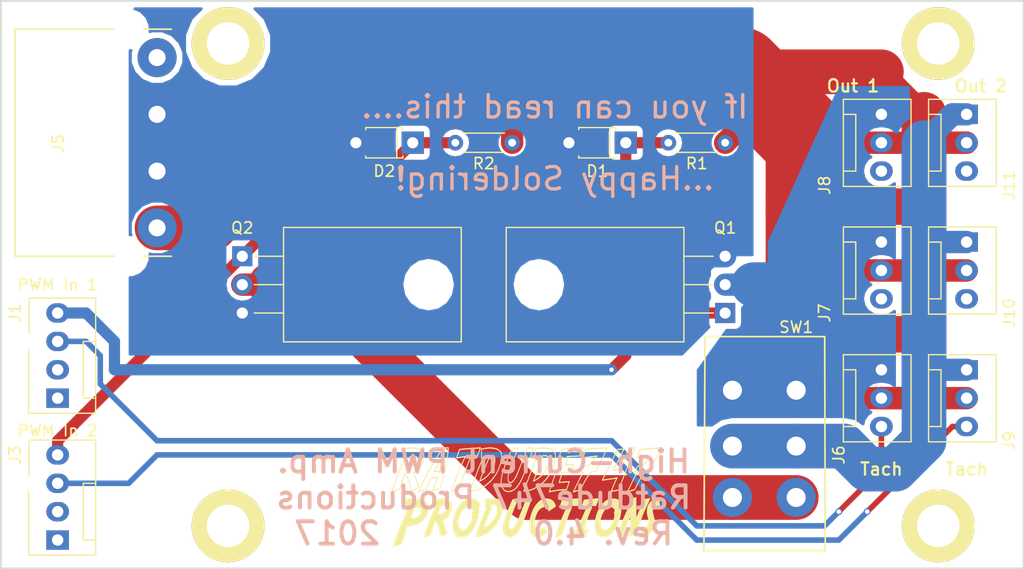
<source format=kicad_pcb>
(kicad_pcb (version 4) (host pcbnew 4.0.6)

  (general
    (links 32)
    (no_connects 0)
    (area 73.584999 50.724999 165.175001 101.675001)
    (thickness 1.6)
    (drawings 11)
    (tracks 114)
    (zones 0)
    (modules 21)
    (nets 19)
  )

  (page A4)
  (layers
    (0 F.Cu signal)
    (31 B.Cu signal)
    (32 B.Adhes user hide)
    (33 F.Adhes user hide)
    (34 B.Paste user hide)
    (35 F.Paste user hide)
    (36 B.SilkS user)
    (37 F.SilkS user)
    (38 B.Mask user hide)
    (39 F.Mask user hide)
    (40 Dwgs.User user hide)
    (41 Cmts.User user hide)
    (42 Eco1.User user)
    (43 Eco2.User user hide)
    (44 Edge.Cuts user)
    (45 Margin user)
    (46 B.CrtYd user hide)
    (47 F.CrtYd user hide)
    (48 B.Fab user hide)
    (49 F.Fab user hide)
  )

  (setup
    (last_trace_width 2)
    (user_trace_width 0.5)
    (user_trace_width 0.75)
    (user_trace_width 1)
    (user_trace_width 1.5)
    (user_trace_width 2)
    (user_trace_width 3)
    (user_trace_width 4)
    (user_trace_width 8)
    (trace_clearance 0.2)
    (zone_clearance 0.508)
    (zone_45_only no)
    (trace_min 0.2)
    (segment_width 0.2)
    (edge_width 0.15)
    (via_size 0.6)
    (via_drill 0.4)
    (via_min_size 0.4)
    (via_min_drill 0.3)
    (uvia_size 0.3)
    (uvia_drill 0.1)
    (uvias_allowed no)
    (uvia_min_size 0.2)
    (uvia_min_drill 0.1)
    (pcb_text_width 0.3)
    (pcb_text_size 1.5 1.5)
    (mod_edge_width 0.15)
    (mod_text_size 1 1)
    (mod_text_width 0.15)
    (pad_size 6.5 6.5)
    (pad_drill 3.7973)
    (pad_to_mask_clearance 0.2)
    (aux_axis_origin 0 0)
    (visible_elements 7FFFFFFF)
    (pcbplotparams
      (layerselection 0x01030_80000001)
      (usegerberextensions false)
      (excludeedgelayer true)
      (linewidth 0.100000)
      (plotframeref false)
      (viasonmask false)
      (mode 1)
      (useauxorigin false)
      (hpglpennumber 1)
      (hpglpenspeed 20)
      (hpglpendiameter 15)
      (hpglpenoverlay 2)
      (psnegative false)
      (psa4output false)
      (plotreference true)
      (plotvalue true)
      (plotinvisibletext false)
      (padsonsilk false)
      (subtractmaskfromsilk false)
      (outputformat 1)
      (mirror false)
      (drillshape 0)
      (scaleselection 1)
      (outputdirectory ""))
  )

  (net 0 "")
  (net 1 "Net-(J1-Pad1)")
  (net 2 "Net-(J1-Pad2)")
  (net 3 PWM_Sig1)
  (net 4 "Net-(J3-Pad1)")
  (net 5 "Net-(J3-Pad2)")
  (net 6 PWM_Sig2)
  (net 7 +12V)
  (net 8 GND)
  (net 9 V_Out1)
  (net 10 "Net-(J7-Pad3)")
  (net 11 V_Out2)
  (net 12 "Net-(J10-Pad3)")
  (net 13 Tach_1)
  (net 14 Tach_2)
  (net 15 "Net-(J5-Pad4)")
  (net 16 "Net-(J8-Pad3)")
  (net 17 "Net-(J11-Pad3)")
  (net 18 "Net-(Q2-Pad2)")

  (net_class Default "This is the default net class."
    (clearance 0.2)
    (trace_width 0.25)
    (via_dia 0.6)
    (via_drill 0.4)
    (uvia_dia 0.3)
    (uvia_drill 0.1)
    (add_net +12V)
    (add_net GND)
    (add_net "Net-(J1-Pad1)")
    (add_net "Net-(J1-Pad2)")
    (add_net "Net-(J10-Pad3)")
    (add_net "Net-(J11-Pad3)")
    (add_net "Net-(J3-Pad1)")
    (add_net "Net-(J3-Pad2)")
    (add_net "Net-(J5-Pad4)")
    (add_net "Net-(J7-Pad3)")
    (add_net "Net-(J8-Pad3)")
    (add_net "Net-(Q2-Pad2)")
    (add_net PWM_Sig1)
    (add_net PWM_Sig2)
    (add_net Tach_1)
    (add_net Tach_2)
    (add_net V_Out1)
    (add_net V_Out2)
  )

  (module TO_SOT_Packages_THT:TO-220_Horizontal (layer F.Cu) (tedit 5997B43D) (tstamp 5988F545)
    (at 95.25 73.66 270)
    (descr "TO-220, Horizontal, RM 2.54mm")
    (tags "TO-220 Horizontal RM 2.54mm")
    (path /599951E5)
    (fp_text reference Q2 (at -2.54 0 360) (layer F.SilkS)
      (effects (font (size 1 1) (thickness 0.15)))
    )
    (fp_text value FQP30N06L (at 2.54 2.54 450) (layer F.Fab)
      (effects (font (size 1 1) (thickness 0.15)))
    )
    (fp_text user %R (at -1.27 2.54 450) (layer F.Fab)
      (effects (font (size 1 1) (thickness 0.15)))
    )
    (fp_line (start -2.46 -13.06) (end -2.46 -19.46) (layer F.Fab) (width 0.1))
    (fp_line (start -2.46 -19.46) (end 7.54 -19.46) (layer F.Fab) (width 0.1))
    (fp_line (start 7.54 -19.46) (end 7.54 -13.06) (layer F.Fab) (width 0.1))
    (fp_line (start 7.54 -13.06) (end -2.46 -13.06) (layer F.Fab) (width 0.1))
    (fp_line (start -2.46 -3.81) (end -2.46 -13.06) (layer F.Fab) (width 0.1))
    (fp_line (start -2.46 -13.06) (end 7.54 -13.06) (layer F.Fab) (width 0.1))
    (fp_line (start 7.54 -13.06) (end 7.54 -3.81) (layer F.Fab) (width 0.1))
    (fp_line (start 7.54 -3.81) (end -2.46 -3.81) (layer F.Fab) (width 0.1))
    (fp_line (start 0 -3.81) (end 0 0) (layer F.Fab) (width 0.1))
    (fp_line (start 2.54 -3.81) (end 2.54 0) (layer F.Fab) (width 0.1))
    (fp_line (start 5.08 -3.81) (end 5.08 0) (layer F.Fab) (width 0.1))
    (fp_line (start -2.58 -3.69) (end 7.66 -3.69) (layer F.SilkS) (width 0.12))
    (fp_line (start -2.58 -19.58) (end 7.66 -19.58) (layer F.SilkS) (width 0.12))
    (fp_line (start -2.58 -19.58) (end -2.58 -3.69) (layer F.SilkS) (width 0.12))
    (fp_line (start 7.66 -19.58) (end 7.66 -3.69) (layer F.SilkS) (width 0.12))
    (fp_line (start 0 -3.69) (end 0 -1.05) (layer F.SilkS) (width 0.12))
    (fp_line (start 2.54 -3.69) (end 2.54 -1.066) (layer F.SilkS) (width 0.12))
    (fp_line (start 5.08 -3.69) (end 5.08 -1.066) (layer F.SilkS) (width 0.12))
    (fp_line (start -2.71 -19.71) (end -2.71 1.15) (layer F.CrtYd) (width 0.05))
    (fp_line (start -2.71 1.15) (end 7.79 1.15) (layer F.CrtYd) (width 0.05))
    (fp_line (start 7.79 1.15) (end 7.79 -19.71) (layer F.CrtYd) (width 0.05))
    (fp_line (start 7.79 -19.71) (end -2.71 -19.71) (layer F.CrtYd) (width 0.05))
    (fp_circle (center 2.54 -16.66) (end 4.39 -16.66) (layer F.Fab) (width 0.1))
    (pad 0 np_thru_hole oval (at 2.54 -16.66 270) (size 3.5 3.5) (drill 3.5) (layers *.Cu *.Mask))
    (pad 1 thru_hole rect (at 0 0 270) (size 1.8 1.8) (drill 1) (layers *.Cu *.Mask)
      (net 6 PWM_Sig2))
    (pad 2 thru_hole oval (at 2.54 0 270) (size 1.8 1.8) (drill 1) (layers *.Cu *.Mask)
      (net 18 "Net-(Q2-Pad2)"))
    (pad 3 thru_hole oval (at 5.08 0 270) (size 1.8 1.8) (drill 1) (layers *.Cu *.Mask)
      (net 8 GND))
    (model ${KISYS3DMOD}/TO_SOT_Packages_THT.3dshapes/TO-220_Horizontal.wrl
      (at (xyz 0.1 0 0))
      (scale (xyz 0.393701 0.393701 0.393701))
      (rotate (xyz 0 0 0))
    )
  )

  (module Connectors:Fan_Pin_Header_Straight_1x03 (layer F.Cu) (tedit 5998DB00) (tstamp 5988F513)
    (at 152.4 72.39)
    (descr "3-pin CPU fan Through hole pin header")
    (tags "pin header 3-pin CPU fan")
    (path /5988FE8E)
    (fp_text reference J7 (at -5.08 6.35 90) (layer F.SilkS)
      (effects (font (size 1 1) (thickness 0.15)))
    )
    (fp_text value "3 Pin Fan" (at 0 7.25) (layer F.Fab) hide
      (effects (font (size 1 1) (thickness 0.15)))
    )
    (fp_text user %R (at 0 -2.1) (layer F.Fab)
      (effects (font (size 1 1) (thickness 0.15)))
    )
    (fp_line (start -3.4 -1.35) (end 2.65 -1.35) (layer F.SilkS) (width 0.12))
    (fp_line (start 2.65 -1.35) (end 2.65 6.45) (layer F.SilkS) (width 0.12))
    (fp_line (start 2.65 6.45) (end -3.4 6.45) (layer F.SilkS) (width 0.12))
    (fp_line (start -3.4 6.45) (end -3.4 -1.35) (layer F.SilkS) (width 0.12))
    (fp_line (start -3.3 5.05) (end -2.3 5.05) (layer F.Fab) (width 0.1))
    (fp_line (start -2.3 5.05) (end -2.3 0) (layer F.Fab) (width 0.1))
    (fp_line (start -2.3 0) (end -3.3 0) (layer F.Fab) (width 0.1))
    (fp_line (start -3.3 -1.25) (end 2.55 -1.25) (layer F.Fab) (width 0.1))
    (fp_line (start 2.55 -1.25) (end 2.55 6.35) (layer F.Fab) (width 0.1))
    (fp_line (start 2.55 6.35) (end -3.3 6.35) (layer F.Fab) (width 0.1))
    (fp_line (start -3.3 6.35) (end -3.3 -1.25) (layer F.Fab) (width 0.1))
    (fp_line (start -3.3 0) (end -2.29 0) (layer F.SilkS) (width 0.12))
    (fp_line (start -2.29 0) (end -2.29 5.08) (layer F.SilkS) (width 0.12))
    (fp_line (start -2.29 5.08) (end -3.3 5.08) (layer F.SilkS) (width 0.12))
    (fp_line (start -3.8 -1.75) (end 3.05 -1.75) (layer F.CrtYd) (width 0.05))
    (fp_line (start -3.8 -1.75) (end -3.8 6.85) (layer F.CrtYd) (width 0.05))
    (fp_line (start 3.05 6.85) (end 3.05 -1.75) (layer F.CrtYd) (width 0.05))
    (fp_line (start 3.05 6.85) (end -3.8 6.85) (layer F.CrtYd) (width 0.05))
    (pad 1 thru_hole rect (at 0 0) (size 2.03 1.73) (drill 1.02) (layers *.Cu *.Mask)
      (net 9 V_Out1))
    (pad 2 thru_hole oval (at 0 2.54) (size 2.03 1.73) (drill 1.02) (layers *.Cu *.Mask)
      (net 7 +12V))
    (pad 3 thru_hole oval (at 0 5.08) (size 2.03 1.73) (drill 1.02) (layers *.Cu *.Mask)
      (net 10 "Net-(J7-Pad3)"))
    (model Connectors.3dshapes\Fan_Pin_Header_Straight_1x03.wrl
      (at (xyz 0 0 0))
      (scale (xyz 0.39 0.39 0.39))
      (rotate (xyz 0 0 -90))
    )
  )

  (module Footprints:mateNlok_4pin_Horz (layer F.Cu) (tedit 59890247) (tstamp 598905DB)
    (at 87.63 63.5 90)
    (descr "Mini Universal Mate-N-Lok, 4Pin, Vertical, Big Pads,")
    (tags "Mini Universal Mate-N-Lok, 4Pin, Vertical, Big Pads,")
    (path /5988EB3D)
    (fp_text reference J5 (at -0.07874 -8.84936 90) (layer F.SilkS)
      (effects (font (size 1 1) (thickness 0.15)))
    )
    (fp_text value "Power In" (at 0 -5.08 90) (layer F.Fab)
      (effects (font (size 1 1) (thickness 0.15)))
    )
    (fp_line (start 10.16 1.27) (end 10.16 -12.7) (layer F.SilkS) (width 0.15))
    (fp_line (start 10.16 -12.7) (end -10.16 -12.7) (layer F.SilkS) (width 0.15))
    (fp_line (start -10.16 -12.7) (end -10.16 1.27) (layer F.SilkS) (width 0.15))
    (pad "" np_thru_hole circle (at 10.16 -2.54 90) (size 2.54 2.54) (drill 2.54) (layers *.Cu *.Mask))
    (pad "" np_thru_hole circle (at -10.16 -2.54 90) (size 2.54 2.54) (drill 2.54) (layers *.Cu *.Mask))
    (pad "" np_thru_hole circle (at 5.08 -10.16 90) (size 4 4) (drill 4) (layers *.Cu *.Mask))
    (pad 4 thru_hole circle (at 7.62 0 90) (size 3.5 3.5) (drill 1.524) (layers *.Cu *.Mask)
      (net 15 "Net-(J5-Pad4)"))
    (pad 1 thru_hole circle (at -7.62 0 90) (size 3.5 3.5) (drill 1.524) (layers *.Cu *.Mask)
      (net 7 +12V))
    (pad 3 thru_hole circle (at 2.54 0 90) (size 3.5 3.5) (drill 1.524) (layers *.Cu *.Mask)
      (net 8 GND))
    (pad 2 thru_hole circle (at -2.54 0 90) (size 3.5 3.5) (drill 1.524) (layers *.Cu *.Mask)
      (net 8 GND))
    (pad "" np_thru_hole circle (at -5.08 -10.16 90) (size 4 4) (drill 4) (layers *.Cu *.Mask))
  )

  (module Connectors:Fan_Pin_Header_Straight_1x03 (layer F.Cu) (tedit 5998DAFB) (tstamp 5988F528)
    (at 160.02 72.39)
    (descr "3-pin CPU fan Through hole pin header")
    (tags "pin header 3-pin CPU fan")
    (path /598901E8)
    (fp_text reference J10 (at 3.81 6.35 90) (layer F.SilkS)
      (effects (font (size 1 1) (thickness 0.15)))
    )
    (fp_text value "3 Pin Fan" (at 0 7.25) (layer F.Fab) hide
      (effects (font (size 1 1) (thickness 0.15)))
    )
    (fp_text user %R (at 0 -2.1) (layer F.Fab)
      (effects (font (size 1 1) (thickness 0.15)))
    )
    (fp_line (start -3.4 -1.35) (end 2.65 -1.35) (layer F.SilkS) (width 0.12))
    (fp_line (start 2.65 -1.35) (end 2.65 6.45) (layer F.SilkS) (width 0.12))
    (fp_line (start 2.65 6.45) (end -3.4 6.45) (layer F.SilkS) (width 0.12))
    (fp_line (start -3.4 6.45) (end -3.4 -1.35) (layer F.SilkS) (width 0.12))
    (fp_line (start -3.3 5.05) (end -2.3 5.05) (layer F.Fab) (width 0.1))
    (fp_line (start -2.3 5.05) (end -2.3 0) (layer F.Fab) (width 0.1))
    (fp_line (start -2.3 0) (end -3.3 0) (layer F.Fab) (width 0.1))
    (fp_line (start -3.3 -1.25) (end 2.55 -1.25) (layer F.Fab) (width 0.1))
    (fp_line (start 2.55 -1.25) (end 2.55 6.35) (layer F.Fab) (width 0.1))
    (fp_line (start 2.55 6.35) (end -3.3 6.35) (layer F.Fab) (width 0.1))
    (fp_line (start -3.3 6.35) (end -3.3 -1.25) (layer F.Fab) (width 0.1))
    (fp_line (start -3.3 0) (end -2.29 0) (layer F.SilkS) (width 0.12))
    (fp_line (start -2.29 0) (end -2.29 5.08) (layer F.SilkS) (width 0.12))
    (fp_line (start -2.29 5.08) (end -3.3 5.08) (layer F.SilkS) (width 0.12))
    (fp_line (start -3.8 -1.75) (end 3.05 -1.75) (layer F.CrtYd) (width 0.05))
    (fp_line (start -3.8 -1.75) (end -3.8 6.85) (layer F.CrtYd) (width 0.05))
    (fp_line (start 3.05 6.85) (end 3.05 -1.75) (layer F.CrtYd) (width 0.05))
    (fp_line (start 3.05 6.85) (end -3.8 6.85) (layer F.CrtYd) (width 0.05))
    (pad 1 thru_hole rect (at 0 0) (size 2.03 1.73) (drill 1.02) (layers *.Cu *.Mask)
      (net 11 V_Out2))
    (pad 2 thru_hole oval (at 0 2.54) (size 2.03 1.73) (drill 1.02) (layers *.Cu *.Mask)
      (net 7 +12V))
    (pad 3 thru_hole oval (at 0 5.08) (size 2.03 1.73) (drill 1.02) (layers *.Cu *.Mask)
      (net 12 "Net-(J10-Pad3)"))
    (model Connectors.3dshapes\Fan_Pin_Header_Straight_1x03.wrl
      (at (xyz 0 0 0))
      (scale (xyz 0.39 0.39 0.39))
      (rotate (xyz 0 0 -90))
    )
  )

  (module Connectors:Fan_Pin_Header_Straight_1x04 (layer F.Cu) (tedit 5998DC40) (tstamp 5988F4E1)
    (at 78.74 86.36 180)
    (descr "4-pin CPU fan Through hole pin header")
    (tags "pin header 4-pin CPU fan")
    (path /5988E8FB)
    (fp_text reference J1 (at 3.81 7.62 270) (layer F.SilkS)
      (effects (font (size 1 1) (thickness 0.15)))
    )
    (fp_text value "PWM In 1" (at 0 10.16 180) (layer F.SilkS)
      (effects (font (size 1 1) (thickness 0.15)))
    )
    (fp_text user %R (at 3.81 7.62 270) (layer F.Fab)
      (effects (font (size 1 1) (thickness 0.15)))
    )
    (fp_line (start 2.6 -1.35) (end 2.6 4.4) (layer F.SilkS) (width 0.12))
    (fp_line (start 2.55 5.75) (end 2.55 8.95) (layer F.SilkS) (width 0.12))
    (fp_line (start 2.55 8.95) (end -3.4 8.95) (layer F.SilkS) (width 0.12))
    (fp_line (start -3.4 8.95) (end -3.4 -1.35) (layer F.SilkS) (width 0.12))
    (fp_line (start -3.4 -1.35) (end 2.6 -1.35) (layer F.SilkS) (width 0.12))
    (fp_line (start -3.3 5.1) (end -2.3 5.1) (layer F.Fab) (width 0.1))
    (fp_line (start -2.3 5.1) (end -2.3 0) (layer F.Fab) (width 0.1))
    (fp_line (start -2.3 0) (end -3.3 0) (layer F.Fab) (width 0.1))
    (fp_line (start 2.5 5.75) (end 2.5 8.85) (layer F.Fab) (width 0.1))
    (fp_line (start 2.5 8.85) (end -3.3 8.85) (layer F.Fab) (width 0.1))
    (fp_line (start -3.3 8.85) (end -3.3 -1.2) (layer F.Fab) (width 0.1))
    (fp_line (start -3.3 -1.2) (end -3.3 -1.25) (layer F.Fab) (width 0.1))
    (fp_line (start -3.3 -1.25) (end 2.5 -1.25) (layer F.Fab) (width 0.1))
    (fp_line (start 2.5 -1.25) (end 2.5 4.4) (layer F.Fab) (width 0.1))
    (fp_line (start -3.3 0) (end -2.29 0) (layer F.SilkS) (width 0.12))
    (fp_line (start -2.29 0) (end -2.29 5.08) (layer F.SilkS) (width 0.12))
    (fp_line (start -2.29 5.08) (end -3.3 5.08) (layer F.SilkS) (width 0.12))
    (fp_line (start -3.8 -1.75) (end 3.68 -1.75) (layer F.CrtYd) (width 0.05))
    (fp_line (start -3.8 -1.75) (end -3.8 9.35) (layer F.CrtYd) (width 0.05))
    (fp_line (start 3.68 9.35) (end 3.68 -1.75) (layer F.CrtYd) (width 0.05))
    (fp_line (start 3.68 9.35) (end -3.8 9.35) (layer F.CrtYd) (width 0.05))
    (pad 1 thru_hole rect (at 0 0 180) (size 2.03 1.73) (drill 1.02) (layers *.Cu *.Mask)
      (net 1 "Net-(J1-Pad1)"))
    (pad 2 thru_hole oval (at 0 2.54 180) (size 2.03 1.73) (drill 1.02) (layers *.Cu *.Mask)
      (net 2 "Net-(J1-Pad2)"))
    (pad 3 thru_hole oval (at 0 5.08 180) (size 2.03 1.73) (drill 1.02) (layers *.Cu *.Mask)
      (net 13 Tach_1))
    (pad 4 thru_hole oval (at 0 7.62 180) (size 2.03 1.73) (drill 1.02) (layers *.Cu *.Mask)
      (net 3 PWM_Sig1))
    (pad "" np_thru_hole circle (at 2.16 5.08 180) (size 1.1 1.1) (drill 1.1) (layers *.Cu *.Mask))
    (model Connectors.3dshapes\Fan_Pin_Header_Straight_1x04.wrl
      (at (xyz 0 0 0))
      (scale (xyz 0.39 0.39 0.39))
      (rotate (xyz 0 0 -90))
    )
  )

  (module Connectors:Fan_Pin_Header_Straight_1x04 (layer F.Cu) (tedit 5998DC4D) (tstamp 5988F4F3)
    (at 78.74 99.06 180)
    (descr "4-pin CPU fan Through hole pin header")
    (tags "pin header 4-pin CPU fan")
    (path /5988F62F)
    (fp_text reference J3 (at 3.81 7.62 270) (layer F.SilkS)
      (effects (font (size 1 1) (thickness 0.15)))
    )
    (fp_text value "PWM In 2" (at 0 9.8 180) (layer F.SilkS)
      (effects (font (size 1 1) (thickness 0.15)))
    )
    (fp_text user %R (at 3.81 0 270) (layer F.Fab)
      (effects (font (size 1 1) (thickness 0.15)))
    )
    (fp_line (start 2.6 -1.35) (end 2.6 4.4) (layer F.SilkS) (width 0.12))
    (fp_line (start 2.55 5.75) (end 2.55 8.95) (layer F.SilkS) (width 0.12))
    (fp_line (start 2.55 8.95) (end -3.4 8.95) (layer F.SilkS) (width 0.12))
    (fp_line (start -3.4 8.95) (end -3.4 -1.35) (layer F.SilkS) (width 0.12))
    (fp_line (start -3.4 -1.35) (end 2.6 -1.35) (layer F.SilkS) (width 0.12))
    (fp_line (start -3.3 5.1) (end -2.3 5.1) (layer F.Fab) (width 0.1))
    (fp_line (start -2.3 5.1) (end -2.3 0) (layer F.Fab) (width 0.1))
    (fp_line (start -2.3 0) (end -3.3 0) (layer F.Fab) (width 0.1))
    (fp_line (start 2.5 5.75) (end 2.5 8.85) (layer F.Fab) (width 0.1))
    (fp_line (start 2.5 8.85) (end -3.3 8.85) (layer F.Fab) (width 0.1))
    (fp_line (start -3.3 8.85) (end -3.3 -1.2) (layer F.Fab) (width 0.1))
    (fp_line (start -3.3 -1.2) (end -3.3 -1.25) (layer F.Fab) (width 0.1))
    (fp_line (start -3.3 -1.25) (end 2.5 -1.25) (layer F.Fab) (width 0.1))
    (fp_line (start 2.5 -1.25) (end 2.5 4.4) (layer F.Fab) (width 0.1))
    (fp_line (start -3.3 0) (end -2.29 0) (layer F.SilkS) (width 0.12))
    (fp_line (start -2.29 0) (end -2.29 5.08) (layer F.SilkS) (width 0.12))
    (fp_line (start -2.29 5.08) (end -3.3 5.08) (layer F.SilkS) (width 0.12))
    (fp_line (start -3.8 -1.75) (end 3.68 -1.75) (layer F.CrtYd) (width 0.05))
    (fp_line (start -3.8 -1.75) (end -3.8 9.35) (layer F.CrtYd) (width 0.05))
    (fp_line (start 3.68 9.35) (end 3.68 -1.75) (layer F.CrtYd) (width 0.05))
    (fp_line (start 3.68 9.35) (end -3.8 9.35) (layer F.CrtYd) (width 0.05))
    (pad 1 thru_hole rect (at 0 0 180) (size 2.03 1.73) (drill 1.02) (layers *.Cu *.Mask)
      (net 4 "Net-(J3-Pad1)"))
    (pad 2 thru_hole oval (at 0 2.54 180) (size 2.03 1.73) (drill 1.02) (layers *.Cu *.Mask)
      (net 5 "Net-(J3-Pad2)"))
    (pad 3 thru_hole oval (at 0 5.08 180) (size 2.03 1.73) (drill 1.02) (layers *.Cu *.Mask)
      (net 14 Tach_2))
    (pad 4 thru_hole oval (at 0 7.62 180) (size 2.03 1.73) (drill 1.02) (layers *.Cu *.Mask)
      (net 6 PWM_Sig2))
    (pad "" np_thru_hole circle (at 2.16 5.08 180) (size 1.1 1.1) (drill 1.1) (layers *.Cu *.Mask))
    (model Connectors.3dshapes\Fan_Pin_Header_Straight_1x04.wrl
      (at (xyz 0 0 0))
      (scale (xyz 0.39 0.39 0.39))
      (rotate (xyz 0 0 -90))
    )
  )

  (module Connectors:Fan_Pin_Header_Straight_1x03 (layer F.Cu) (tedit 59990EC5) (tstamp 5988F50C)
    (at 152.4 83.82)
    (descr "3-pin CPU fan Through hole pin header")
    (tags "pin header 3-pin CPU fan")
    (path /5988F077)
    (fp_text reference J6 (at -3.81 7.62 90) (layer F.SilkS)
      (effects (font (size 1 1) (thickness 0.15)))
    )
    (fp_text value "3 Pin Fan" (at 0 7.25) (layer F.Fab) hide
      (effects (font (size 1 1) (thickness 0.15)))
    )
    (fp_text user %R (at 0 -2.1) (layer F.Fab)
      (effects (font (size 1 1) (thickness 0.15)))
    )
    (fp_line (start -3.4 -1.35) (end 2.65 -1.35) (layer F.SilkS) (width 0.12))
    (fp_line (start 2.65 -1.35) (end 2.65 6.45) (layer F.SilkS) (width 0.12))
    (fp_line (start 2.65 6.45) (end -3.4 6.45) (layer F.SilkS) (width 0.12))
    (fp_line (start -3.4 6.45) (end -3.4 -1.35) (layer F.SilkS) (width 0.12))
    (fp_line (start -3.3 5.05) (end -2.3 5.05) (layer F.Fab) (width 0.1))
    (fp_line (start -2.3 5.05) (end -2.3 0) (layer F.Fab) (width 0.1))
    (fp_line (start -2.3 0) (end -3.3 0) (layer F.Fab) (width 0.1))
    (fp_line (start -3.3 -1.25) (end 2.55 -1.25) (layer F.Fab) (width 0.1))
    (fp_line (start 2.55 -1.25) (end 2.55 6.35) (layer F.Fab) (width 0.1))
    (fp_line (start 2.55 6.35) (end -3.3 6.35) (layer F.Fab) (width 0.1))
    (fp_line (start -3.3 6.35) (end -3.3 -1.25) (layer F.Fab) (width 0.1))
    (fp_line (start -3.3 0) (end -2.29 0) (layer F.SilkS) (width 0.12))
    (fp_line (start -2.29 0) (end -2.29 5.08) (layer F.SilkS) (width 0.12))
    (fp_line (start -2.29 5.08) (end -3.3 5.08) (layer F.SilkS) (width 0.12))
    (fp_line (start -3.8 -1.75) (end 3.05 -1.75) (layer F.CrtYd) (width 0.05))
    (fp_line (start -3.8 -1.75) (end -3.8 6.85) (layer F.CrtYd) (width 0.05))
    (fp_line (start 3.05 6.85) (end 3.05 -1.75) (layer F.CrtYd) (width 0.05))
    (fp_line (start 3.05 6.85) (end -3.8 6.85) (layer F.CrtYd) (width 0.05))
    (pad 1 thru_hole rect (at 0 0) (size 2.03 1.73) (drill 1.02) (layers *.Cu *.Mask)
      (net 9 V_Out1))
    (pad 2 thru_hole oval (at 0 2.54) (size 2.03 1.73) (drill 1.02) (layers *.Cu *.Mask)
      (net 7 +12V))
    (pad 3 thru_hole oval (at 0 5.08) (size 2.03 1.73) (drill 1.02) (layers *.Cu *.Mask)
      (net 13 Tach_1))
    (model Connectors.3dshapes\Fan_Pin_Header_Straight_1x03.wrl
      (at (xyz 0 0 0))
      (scale (xyz 0.39 0.39 0.39))
      (rotate (xyz 0 0 -90))
    )
  )

  (module Connectors:Fan_Pin_Header_Straight_1x03 (layer F.Cu) (tedit 5998DAF2) (tstamp 5988F51A)
    (at 152.4 60.96)
    (descr "3-pin CPU fan Through hole pin header")
    (tags "pin header 3-pin CPU fan")
    (path /5989001B)
    (fp_text reference J8 (at -5.08 6.35 90) (layer F.SilkS)
      (effects (font (size 1 1) (thickness 0.15)))
    )
    (fp_text value "3 Pin Fan" (at 0 7.25) (layer F.Fab) hide
      (effects (font (size 1 1) (thickness 0.15)))
    )
    (fp_text user %R (at 0 -2.1) (layer F.Fab)
      (effects (font (size 1 1) (thickness 0.15)))
    )
    (fp_line (start -3.4 -1.35) (end 2.65 -1.35) (layer F.SilkS) (width 0.12))
    (fp_line (start 2.65 -1.35) (end 2.65 6.45) (layer F.SilkS) (width 0.12))
    (fp_line (start 2.65 6.45) (end -3.4 6.45) (layer F.SilkS) (width 0.12))
    (fp_line (start -3.4 6.45) (end -3.4 -1.35) (layer F.SilkS) (width 0.12))
    (fp_line (start -3.3 5.05) (end -2.3 5.05) (layer F.Fab) (width 0.1))
    (fp_line (start -2.3 5.05) (end -2.3 0) (layer F.Fab) (width 0.1))
    (fp_line (start -2.3 0) (end -3.3 0) (layer F.Fab) (width 0.1))
    (fp_line (start -3.3 -1.25) (end 2.55 -1.25) (layer F.Fab) (width 0.1))
    (fp_line (start 2.55 -1.25) (end 2.55 6.35) (layer F.Fab) (width 0.1))
    (fp_line (start 2.55 6.35) (end -3.3 6.35) (layer F.Fab) (width 0.1))
    (fp_line (start -3.3 6.35) (end -3.3 -1.25) (layer F.Fab) (width 0.1))
    (fp_line (start -3.3 0) (end -2.29 0) (layer F.SilkS) (width 0.12))
    (fp_line (start -2.29 0) (end -2.29 5.08) (layer F.SilkS) (width 0.12))
    (fp_line (start -2.29 5.08) (end -3.3 5.08) (layer F.SilkS) (width 0.12))
    (fp_line (start -3.8 -1.75) (end 3.05 -1.75) (layer F.CrtYd) (width 0.05))
    (fp_line (start -3.8 -1.75) (end -3.8 6.85) (layer F.CrtYd) (width 0.05))
    (fp_line (start 3.05 6.85) (end 3.05 -1.75) (layer F.CrtYd) (width 0.05))
    (fp_line (start 3.05 6.85) (end -3.8 6.85) (layer F.CrtYd) (width 0.05))
    (pad 1 thru_hole rect (at 0 0) (size 2.03 1.73) (drill 1.02) (layers *.Cu *.Mask)
      (net 9 V_Out1))
    (pad 2 thru_hole oval (at 0 2.54) (size 2.03 1.73) (drill 1.02) (layers *.Cu *.Mask)
      (net 7 +12V))
    (pad 3 thru_hole oval (at 0 5.08) (size 2.03 1.73) (drill 1.02) (layers *.Cu *.Mask)
      (net 16 "Net-(J8-Pad3)"))
    (model Connectors.3dshapes\Fan_Pin_Header_Straight_1x03.wrl
      (at (xyz 0 0 0))
      (scale (xyz 0.39 0.39 0.39))
      (rotate (xyz 0 0 -90))
    )
  )

  (module Connectors:Fan_Pin_Header_Straight_1x03 (layer F.Cu) (tedit 5998DAF9) (tstamp 5988F521)
    (at 160.02 83.82)
    (descr "3-pin CPU fan Through hole pin header")
    (tags "pin header 3-pin CPU fan")
    (path /598901D8)
    (fp_text reference J9 (at 3.81 6.35 90) (layer F.SilkS)
      (effects (font (size 1 1) (thickness 0.15)))
    )
    (fp_text value "3 Pin Fan" (at 0 7.25) (layer F.Fab) hide
      (effects (font (size 1 1) (thickness 0.15)))
    )
    (fp_text user %R (at 0 -2.1) (layer F.Fab)
      (effects (font (size 1 1) (thickness 0.15)))
    )
    (fp_line (start -3.4 -1.35) (end 2.65 -1.35) (layer F.SilkS) (width 0.12))
    (fp_line (start 2.65 -1.35) (end 2.65 6.45) (layer F.SilkS) (width 0.12))
    (fp_line (start 2.65 6.45) (end -3.4 6.45) (layer F.SilkS) (width 0.12))
    (fp_line (start -3.4 6.45) (end -3.4 -1.35) (layer F.SilkS) (width 0.12))
    (fp_line (start -3.3 5.05) (end -2.3 5.05) (layer F.Fab) (width 0.1))
    (fp_line (start -2.3 5.05) (end -2.3 0) (layer F.Fab) (width 0.1))
    (fp_line (start -2.3 0) (end -3.3 0) (layer F.Fab) (width 0.1))
    (fp_line (start -3.3 -1.25) (end 2.55 -1.25) (layer F.Fab) (width 0.1))
    (fp_line (start 2.55 -1.25) (end 2.55 6.35) (layer F.Fab) (width 0.1))
    (fp_line (start 2.55 6.35) (end -3.3 6.35) (layer F.Fab) (width 0.1))
    (fp_line (start -3.3 6.35) (end -3.3 -1.25) (layer F.Fab) (width 0.1))
    (fp_line (start -3.3 0) (end -2.29 0) (layer F.SilkS) (width 0.12))
    (fp_line (start -2.29 0) (end -2.29 5.08) (layer F.SilkS) (width 0.12))
    (fp_line (start -2.29 5.08) (end -3.3 5.08) (layer F.SilkS) (width 0.12))
    (fp_line (start -3.8 -1.75) (end 3.05 -1.75) (layer F.CrtYd) (width 0.05))
    (fp_line (start -3.8 -1.75) (end -3.8 6.85) (layer F.CrtYd) (width 0.05))
    (fp_line (start 3.05 6.85) (end 3.05 -1.75) (layer F.CrtYd) (width 0.05))
    (fp_line (start 3.05 6.85) (end -3.8 6.85) (layer F.CrtYd) (width 0.05))
    (pad 1 thru_hole rect (at 0 0) (size 2.03 1.73) (drill 1.02) (layers *.Cu *.Mask)
      (net 11 V_Out2))
    (pad 2 thru_hole oval (at 0 2.54) (size 2.03 1.73) (drill 1.02) (layers *.Cu *.Mask)
      (net 7 +12V))
    (pad 3 thru_hole oval (at 0 5.08) (size 2.03 1.73) (drill 1.02) (layers *.Cu *.Mask)
      (net 14 Tach_2))
    (model Connectors.3dshapes\Fan_Pin_Header_Straight_1x03.wrl
      (at (xyz 0 0 0))
      (scale (xyz 0.39 0.39 0.39))
      (rotate (xyz 0 0 -90))
    )
  )

  (module Connectors:Fan_Pin_Header_Straight_1x03 (layer F.Cu) (tedit 5998DB04) (tstamp 5988F52F)
    (at 160.02 60.96)
    (descr "3-pin CPU fan Through hole pin header")
    (tags "pin header 3-pin CPU fan")
    (path /598901F8)
    (fp_text reference J11 (at 3.81 6.35 90) (layer F.SilkS)
      (effects (font (size 1 1) (thickness 0.15)))
    )
    (fp_text value "3 Pin Fan" (at 0 7.25) (layer F.Fab) hide
      (effects (font (size 1 1) (thickness 0.15)))
    )
    (fp_text user %R (at 0 -2.1) (layer F.Fab)
      (effects (font (size 1 1) (thickness 0.15)))
    )
    (fp_line (start -3.4 -1.35) (end 2.65 -1.35) (layer F.SilkS) (width 0.12))
    (fp_line (start 2.65 -1.35) (end 2.65 6.45) (layer F.SilkS) (width 0.12))
    (fp_line (start 2.65 6.45) (end -3.4 6.45) (layer F.SilkS) (width 0.12))
    (fp_line (start -3.4 6.45) (end -3.4 -1.35) (layer F.SilkS) (width 0.12))
    (fp_line (start -3.3 5.05) (end -2.3 5.05) (layer F.Fab) (width 0.1))
    (fp_line (start -2.3 5.05) (end -2.3 0) (layer F.Fab) (width 0.1))
    (fp_line (start -2.3 0) (end -3.3 0) (layer F.Fab) (width 0.1))
    (fp_line (start -3.3 -1.25) (end 2.55 -1.25) (layer F.Fab) (width 0.1))
    (fp_line (start 2.55 -1.25) (end 2.55 6.35) (layer F.Fab) (width 0.1))
    (fp_line (start 2.55 6.35) (end -3.3 6.35) (layer F.Fab) (width 0.1))
    (fp_line (start -3.3 6.35) (end -3.3 -1.25) (layer F.Fab) (width 0.1))
    (fp_line (start -3.3 0) (end -2.29 0) (layer F.SilkS) (width 0.12))
    (fp_line (start -2.29 0) (end -2.29 5.08) (layer F.SilkS) (width 0.12))
    (fp_line (start -2.29 5.08) (end -3.3 5.08) (layer F.SilkS) (width 0.12))
    (fp_line (start -3.8 -1.75) (end 3.05 -1.75) (layer F.CrtYd) (width 0.05))
    (fp_line (start -3.8 -1.75) (end -3.8 6.85) (layer F.CrtYd) (width 0.05))
    (fp_line (start 3.05 6.85) (end 3.05 -1.75) (layer F.CrtYd) (width 0.05))
    (fp_line (start 3.05 6.85) (end -3.8 6.85) (layer F.CrtYd) (width 0.05))
    (pad 1 thru_hole rect (at 0 0) (size 2.03 1.73) (drill 1.02) (layers *.Cu *.Mask)
      (net 11 V_Out2))
    (pad 2 thru_hole oval (at 0 2.54) (size 2.03 1.73) (drill 1.02) (layers *.Cu *.Mask)
      (net 7 +12V))
    (pad 3 thru_hole oval (at 0 5.08) (size 2.03 1.73) (drill 1.02) (layers *.Cu *.Mask)
      (net 17 "Net-(J11-Pad3)"))
    (model Connectors.3dshapes\Fan_Pin_Header_Straight_1x03.wrl
      (at (xyz 0 0 0))
      (scale (xyz 0.39 0.39 0.39))
      (rotate (xyz 0 0 -90))
    )
  )

  (module TO_SOT_Packages_THT:TO-220_Horizontal (layer F.Cu) (tedit 5997B44E) (tstamp 5988F53D)
    (at 138.43 78.74 90)
    (descr "TO-220, Horizontal, RM 2.54mm")
    (tags "TO-220 Horizontal RM 2.54mm")
    (path /59995154)
    (fp_text reference Q1 (at 7.62 0 180) (layer F.SilkS)
      (effects (font (size 1 1) (thickness 0.15)))
    )
    (fp_text value FQP30N06L (at 2.54 2.54 270) (layer F.Fab)
      (effects (font (size 1 1) (thickness 0.15)))
    )
    (fp_text user %R (at 6.35 2.54 90) (layer F.Fab)
      (effects (font (size 1 1) (thickness 0.15)))
    )
    (fp_line (start -2.46 -13.06) (end -2.46 -19.46) (layer F.Fab) (width 0.1))
    (fp_line (start -2.46 -19.46) (end 7.54 -19.46) (layer F.Fab) (width 0.1))
    (fp_line (start 7.54 -19.46) (end 7.54 -13.06) (layer F.Fab) (width 0.1))
    (fp_line (start 7.54 -13.06) (end -2.46 -13.06) (layer F.Fab) (width 0.1))
    (fp_line (start -2.46 -3.81) (end -2.46 -13.06) (layer F.Fab) (width 0.1))
    (fp_line (start -2.46 -13.06) (end 7.54 -13.06) (layer F.Fab) (width 0.1))
    (fp_line (start 7.54 -13.06) (end 7.54 -3.81) (layer F.Fab) (width 0.1))
    (fp_line (start 7.54 -3.81) (end -2.46 -3.81) (layer F.Fab) (width 0.1))
    (fp_line (start 0 -3.81) (end 0 0) (layer F.Fab) (width 0.1))
    (fp_line (start 2.54 -3.81) (end 2.54 0) (layer F.Fab) (width 0.1))
    (fp_line (start 5.08 -3.81) (end 5.08 0) (layer F.Fab) (width 0.1))
    (fp_line (start -2.58 -3.69) (end 7.66 -3.69) (layer F.SilkS) (width 0.12))
    (fp_line (start -2.58 -19.58) (end 7.66 -19.58) (layer F.SilkS) (width 0.12))
    (fp_line (start -2.58 -19.58) (end -2.58 -3.69) (layer F.SilkS) (width 0.12))
    (fp_line (start 7.66 -19.58) (end 7.66 -3.69) (layer F.SilkS) (width 0.12))
    (fp_line (start 0 -3.69) (end 0 -1.05) (layer F.SilkS) (width 0.12))
    (fp_line (start 2.54 -3.69) (end 2.54 -1.066) (layer F.SilkS) (width 0.12))
    (fp_line (start 5.08 -3.69) (end 5.08 -1.066) (layer F.SilkS) (width 0.12))
    (fp_line (start -2.71 -19.71) (end -2.71 1.15) (layer F.CrtYd) (width 0.05))
    (fp_line (start -2.71 1.15) (end 7.79 1.15) (layer F.CrtYd) (width 0.05))
    (fp_line (start 7.79 1.15) (end 7.79 -19.71) (layer F.CrtYd) (width 0.05))
    (fp_line (start 7.79 -19.71) (end -2.71 -19.71) (layer F.CrtYd) (width 0.05))
    (fp_circle (center 2.54 -16.66) (end 4.39 -16.66) (layer F.Fab) (width 0.1))
    (pad 0 np_thru_hole oval (at 2.54 -16.66 90) (size 3.5 3.5) (drill 3.5) (layers *.Cu *.Mask))
    (pad 1 thru_hole rect (at 0 0 90) (size 1.8 1.8) (drill 1) (layers *.Cu *.Mask)
      (net 3 PWM_Sig1))
    (pad 2 thru_hole oval (at 2.54 0 90) (size 1.8 1.8) (drill 1) (layers *.Cu *.Mask)
      (net 9 V_Out1))
    (pad 3 thru_hole oval (at 5.08 0 90) (size 1.8 1.8) (drill 1) (layers *.Cu *.Mask)
      (net 8 GND))
    (model ${KISYS3DMOD}/TO_SOT_Packages_THT.3dshapes/TO-220_Horizontal.wrl
      (at (xyz 0.1 0 0))
      (scale (xyz 0.393701 0.393701 0.393701))
      (rotate (xyz 0 0 0))
    )
  )

  (module Resistors_THT:R_Axial_DIN0204_L3.6mm_D1.6mm_P5.08mm_Horizontal (layer F.Cu) (tedit 5874F706) (tstamp 5998C9BD)
    (at 138.43 63.5 180)
    (descr "Resistor, Axial_DIN0204 series, Axial, Horizontal, pin pitch=5.08mm, 0.16666666666666666W = 1/6W, length*diameter=3.6*1.6mm^2, http://cdn-reichelt.de/documents/datenblatt/B400/1_4W%23YAG.pdf")
    (tags "Resistor Axial_DIN0204 series Axial Horizontal pin pitch 5.08mm 0.16666666666666666W = 1/6W length 3.6mm diameter 1.6mm")
    (path /5998D4C7)
    (fp_text reference R1 (at 2.54 -1.86 180) (layer F.SilkS)
      (effects (font (size 1 1) (thickness 0.15)))
    )
    (fp_text value 2.7K (at 2.54 1.86 180) (layer F.Fab)
      (effects (font (size 1 1) (thickness 0.15)))
    )
    (fp_line (start 0.74 -0.8) (end 0.74 0.8) (layer F.Fab) (width 0.1))
    (fp_line (start 0.74 0.8) (end 4.34 0.8) (layer F.Fab) (width 0.1))
    (fp_line (start 4.34 0.8) (end 4.34 -0.8) (layer F.Fab) (width 0.1))
    (fp_line (start 4.34 -0.8) (end 0.74 -0.8) (layer F.Fab) (width 0.1))
    (fp_line (start 0 0) (end 0.74 0) (layer F.Fab) (width 0.1))
    (fp_line (start 5.08 0) (end 4.34 0) (layer F.Fab) (width 0.1))
    (fp_line (start 0.68 -0.86) (end 4.4 -0.86) (layer F.SilkS) (width 0.12))
    (fp_line (start 0.68 0.86) (end 4.4 0.86) (layer F.SilkS) (width 0.12))
    (fp_line (start -0.95 -1.15) (end -0.95 1.15) (layer F.CrtYd) (width 0.05))
    (fp_line (start -0.95 1.15) (end 6.05 1.15) (layer F.CrtYd) (width 0.05))
    (fp_line (start 6.05 1.15) (end 6.05 -1.15) (layer F.CrtYd) (width 0.05))
    (fp_line (start 6.05 -1.15) (end -0.95 -1.15) (layer F.CrtYd) (width 0.05))
    (pad 1 thru_hole circle (at 0 0 180) (size 1.4 1.4) (drill 0.7) (layers *.Cu *.Mask)
      (net 7 +12V))
    (pad 2 thru_hole oval (at 5.08 0 180) (size 1.4 1.4) (drill 0.7) (layers *.Cu *.Mask)
      (net 3 PWM_Sig1))
    (model ${KISYS3DMOD}/Resistors_THT.3dshapes/R_Axial_DIN0204_L3.6mm_D1.6mm_P5.08mm_Horizontal.wrl
      (at (xyz 0 0 0))
      (scale (xyz 0.393701 0.393701 0.393701))
      (rotate (xyz 0 0 0))
    )
  )

  (module Resistors_THT:R_Axial_DIN0204_L3.6mm_D1.6mm_P5.08mm_Horizontal (layer F.Cu) (tedit 5874F706) (tstamp 5998C9C3)
    (at 119.38 63.5 180)
    (descr "Resistor, Axial_DIN0204 series, Axial, Horizontal, pin pitch=5.08mm, 0.16666666666666666W = 1/6W, length*diameter=3.6*1.6mm^2, http://cdn-reichelt.de/documents/datenblatt/B400/1_4W%23YAG.pdf")
    (tags "Resistor Axial_DIN0204 series Axial Horizontal pin pitch 5.08mm 0.16666666666666666W = 1/6W length 3.6mm diameter 1.6mm")
    (path /5988F3D8)
    (fp_text reference R2 (at 2.54 -1.86 180) (layer F.SilkS)
      (effects (font (size 1 1) (thickness 0.15)))
    )
    (fp_text value 2.7K (at 2.54 1.86 180) (layer F.Fab)
      (effects (font (size 1 1) (thickness 0.15)))
    )
    (fp_line (start 0.74 -0.8) (end 0.74 0.8) (layer F.Fab) (width 0.1))
    (fp_line (start 0.74 0.8) (end 4.34 0.8) (layer F.Fab) (width 0.1))
    (fp_line (start 4.34 0.8) (end 4.34 -0.8) (layer F.Fab) (width 0.1))
    (fp_line (start 4.34 -0.8) (end 0.74 -0.8) (layer F.Fab) (width 0.1))
    (fp_line (start 0 0) (end 0.74 0) (layer F.Fab) (width 0.1))
    (fp_line (start 5.08 0) (end 4.34 0) (layer F.Fab) (width 0.1))
    (fp_line (start 0.68 -0.86) (end 4.4 -0.86) (layer F.SilkS) (width 0.12))
    (fp_line (start 0.68 0.86) (end 4.4 0.86) (layer F.SilkS) (width 0.12))
    (fp_line (start -0.95 -1.15) (end -0.95 1.15) (layer F.CrtYd) (width 0.05))
    (fp_line (start -0.95 1.15) (end 6.05 1.15) (layer F.CrtYd) (width 0.05))
    (fp_line (start 6.05 1.15) (end 6.05 -1.15) (layer F.CrtYd) (width 0.05))
    (fp_line (start 6.05 -1.15) (end -0.95 -1.15) (layer F.CrtYd) (width 0.05))
    (pad 1 thru_hole circle (at 0 0 180) (size 1.4 1.4) (drill 0.7) (layers *.Cu *.Mask)
      (net 7 +12V))
    (pad 2 thru_hole oval (at 5.08 0 180) (size 1.4 1.4) (drill 0.7) (layers *.Cu *.Mask)
      (net 6 PWM_Sig2))
    (model ${KISYS3DMOD}/Resistors_THT.3dshapes/R_Axial_DIN0204_L3.6mm_D1.6mm_P5.08mm_Horizontal.wrl
      (at (xyz 0 0 0))
      (scale (xyz 0.393701 0.393701 0.393701))
      (rotate (xyz 0 0 0))
    )
  )

  (module Diodes_THT:D_T-1_P5.08mm_Horizontal (layer F.Cu) (tedit 599904FA) (tstamp 5998CD05)
    (at 129.54 63.5 180)
    (descr "D, T-1 series, Axial, Horizontal, pin pitch=5.08mm, , length*diameter=3.2*2.6mm^2, , http://www.diodes.com/_files/packages/T-1.pdf")
    (tags "D T-1 series Axial Horizontal pin pitch 5.08mm  length 3.2mm diameter 2.6mm")
    (path /5998D6E6)
    (fp_text reference D1 (at 2.54 -2.54 360) (layer F.SilkS)
      (effects (font (size 1 1) (thickness 0.15)))
    )
    (fp_text value 1N4732A (at 2.54 2.36 180) (layer F.Fab)
      (effects (font (size 1 1) (thickness 0.15)))
    )
    (fp_text user %R (at 2.54 0 180) (layer F.Fab)
      (effects (font (size 1 1) (thickness 0.15)))
    )
    (fp_line (start 0.94 -1.3) (end 0.94 1.3) (layer F.Fab) (width 0.1))
    (fp_line (start 0.94 1.3) (end 4.14 1.3) (layer F.Fab) (width 0.1))
    (fp_line (start 4.14 1.3) (end 4.14 -1.3) (layer F.Fab) (width 0.1))
    (fp_line (start 4.14 -1.3) (end 0.94 -1.3) (layer F.Fab) (width 0.1))
    (fp_line (start 0 0) (end 0.94 0) (layer F.Fab) (width 0.1))
    (fp_line (start 5.08 0) (end 4.14 0) (layer F.Fab) (width 0.1))
    (fp_line (start 1.42 -1.3) (end 1.42 1.3) (layer F.Fab) (width 0.1))
    (fp_line (start 0.88 -1.18) (end 0.88 -1.36) (layer F.SilkS) (width 0.12))
    (fp_line (start 0.88 -1.36) (end 4.2 -1.36) (layer F.SilkS) (width 0.12))
    (fp_line (start 4.2 -1.36) (end 4.2 -1.18) (layer F.SilkS) (width 0.12))
    (fp_line (start 0.88 1.18) (end 0.88 1.36) (layer F.SilkS) (width 0.12))
    (fp_line (start 0.88 1.36) (end 4.2 1.36) (layer F.SilkS) (width 0.12))
    (fp_line (start 4.2 1.36) (end 4.2 1.18) (layer F.SilkS) (width 0.12))
    (fp_line (start 1.42 -1.36) (end 1.42 1.36) (layer F.SilkS) (width 0.12))
    (fp_line (start -1.25 -1.65) (end -1.25 1.65) (layer F.CrtYd) (width 0.05))
    (fp_line (start -1.25 1.65) (end 6.35 1.65) (layer F.CrtYd) (width 0.05))
    (fp_line (start 6.35 1.65) (end 6.35 -1.65) (layer F.CrtYd) (width 0.05))
    (fp_line (start 6.35 -1.65) (end -1.25 -1.65) (layer F.CrtYd) (width 0.05))
    (pad 1 thru_hole rect (at 0 0 180) (size 2 2) (drill 1) (layers *.Cu *.Mask)
      (net 3 PWM_Sig1))
    (pad 2 thru_hole oval (at 5.08 0 180) (size 2 2) (drill 1) (layers *.Cu *.Mask)
      (net 8 GND))
    (model ${KISYS3DMOD}/Diodes_THT.3dshapes/D_T-1_P5.08mm_Horizontal.wrl
      (at (xyz 0 0 0))
      (scale (xyz 0.393701 0.393701 0.393701))
      (rotate (xyz 0 0 0))
    )
  )

  (module Diodes_THT:D_T-1_P5.08mm_Horizontal (layer F.Cu) (tedit 59990504) (tstamp 5998CD0A)
    (at 110.49 63.5 180)
    (descr "D, T-1 series, Axial, Horizontal, pin pitch=5.08mm, , length*diameter=3.2*2.6mm^2, , http://www.diodes.com/_files/packages/T-1.pdf")
    (tags "D T-1 series Axial Horizontal pin pitch 5.08mm  length 3.2mm diameter 2.6mm")
    (path /5998D56F)
    (fp_text reference D2 (at 2.54 -2.54 360) (layer F.SilkS)
      (effects (font (size 1 1) (thickness 0.15)))
    )
    (fp_text value 1N4732A (at 2.54 2.36 180) (layer F.Fab)
      (effects (font (size 1 1) (thickness 0.15)))
    )
    (fp_text user %R (at 2.54 0 180) (layer F.Fab)
      (effects (font (size 1 1) (thickness 0.15)))
    )
    (fp_line (start 0.94 -1.3) (end 0.94 1.3) (layer F.Fab) (width 0.1))
    (fp_line (start 0.94 1.3) (end 4.14 1.3) (layer F.Fab) (width 0.1))
    (fp_line (start 4.14 1.3) (end 4.14 -1.3) (layer F.Fab) (width 0.1))
    (fp_line (start 4.14 -1.3) (end 0.94 -1.3) (layer F.Fab) (width 0.1))
    (fp_line (start 0 0) (end 0.94 0) (layer F.Fab) (width 0.1))
    (fp_line (start 5.08 0) (end 4.14 0) (layer F.Fab) (width 0.1))
    (fp_line (start 1.42 -1.3) (end 1.42 1.3) (layer F.Fab) (width 0.1))
    (fp_line (start 0.88 -1.18) (end 0.88 -1.36) (layer F.SilkS) (width 0.12))
    (fp_line (start 0.88 -1.36) (end 4.2 -1.36) (layer F.SilkS) (width 0.12))
    (fp_line (start 4.2 -1.36) (end 4.2 -1.18) (layer F.SilkS) (width 0.12))
    (fp_line (start 0.88 1.18) (end 0.88 1.36) (layer F.SilkS) (width 0.12))
    (fp_line (start 0.88 1.36) (end 4.2 1.36) (layer F.SilkS) (width 0.12))
    (fp_line (start 4.2 1.36) (end 4.2 1.18) (layer F.SilkS) (width 0.12))
    (fp_line (start 1.42 -1.36) (end 1.42 1.36) (layer F.SilkS) (width 0.12))
    (fp_line (start -1.25 -1.65) (end -1.25 1.65) (layer F.CrtYd) (width 0.05))
    (fp_line (start -1.25 1.65) (end 6.35 1.65) (layer F.CrtYd) (width 0.05))
    (fp_line (start 6.35 1.65) (end 6.35 -1.65) (layer F.CrtYd) (width 0.05))
    (fp_line (start 6.35 -1.65) (end -1.25 -1.65) (layer F.CrtYd) (width 0.05))
    (pad 1 thru_hole rect (at 0 0 180) (size 2 2) (drill 1) (layers *.Cu *.Mask)
      (net 6 PWM_Sig2))
    (pad 2 thru_hole oval (at 5.08 0 180) (size 2 2) (drill 1) (layers *.Cu *.Mask)
      (net 8 GND))
    (model ${KISYS3DMOD}/Diodes_THT.3dshapes/D_T-1_P5.08mm_Horizontal.wrl
      (at (xyz 0 0 0))
      (scale (xyz 0.393701 0.393701 0.393701))
      (rotate (xyz 0 0 0))
    )
  )

  (module Footprints:6-hole (layer F.Cu) (tedit 59985BA5) (tstamp 5998CDA4)
    (at 157.48 54.61)
    (fp_text reference 6-hole (at 0.25 5.85) (layer F.SilkS) hide
      (effects (font (size 1 1) (thickness 0.15)))
    )
    (fp_text value VAL** (at 0.2 -5.7) (layer F.SilkS) hide
      (effects (font (size 1 1) (thickness 0.15)))
    )
    (pad 0 thru_hole circle (at 0 0) (size 6.5 6.5) (drill 3.7973) (layers *.Cu *.Mask F.SilkS))
  )

  (module Footprints:6-hole (layer F.Cu) (tedit 59985BA5) (tstamp 5998CDC2)
    (at 157.48 97.79)
    (fp_text reference 6-hole (at 0.25 5.85) (layer F.SilkS) hide
      (effects (font (size 1 1) (thickness 0.15)))
    )
    (fp_text value VAL** (at 0.2 -5.7) (layer F.SilkS) hide
      (effects (font (size 1 1) (thickness 0.15)))
    )
    (pad 0 thru_hole circle (at 0 0) (size 6.5 6.5) (drill 3.7973) (layers *.Cu *.Mask F.SilkS))
  )

  (module Footprints:6-hole (layer F.Cu) (tedit 59985BA5) (tstamp 5998CDCD)
    (at 93.98 97.79)
    (fp_text reference 6-hole (at 0.25 5.85) (layer F.SilkS) hide
      (effects (font (size 1 1) (thickness 0.15)))
    )
    (fp_text value VAL** (at 0.2 -5.7) (layer F.SilkS) hide
      (effects (font (size 1 1) (thickness 0.15)))
    )
    (pad 0 thru_hole circle (at 0 0) (size 6.5 6.5) (drill 3.7973) (layers *.Cu *.Mask F.SilkS))
  )

  (module Footprints:6-hole (layer F.Cu) (tedit 59985BA5) (tstamp 5998CDE7)
    (at 93.98 54.61)
    (fp_text reference 6-hole (at 0.25 5.85) (layer F.SilkS) hide
      (effects (font (size 1 1) (thickness 0.15)))
    )
    (fp_text value VAL** (at 0.2 -5.7) (layer F.SilkS) hide
      (effects (font (size 1 1) (thickness 0.15)))
    )
    (pad 0 thru_hole circle (at 0 0) (size 6.5 6.5) (drill 3.7973) (layers *.Cu *.Mask F.SilkS))
  )

  (module Footprints:rd747_logo (layer F.Cu) (tedit 0) (tstamp 5998D1EC)
    (at 120.65 95.25)
    (fp_text reference G*** (at 0 0) (layer F.SilkS) hide
      (effects (font (thickness 0.3)))
    )
    (fp_text value LOGO (at 0.75 0) (layer F.SilkS) hide
      (effects (font (thickness 0.3)))
    )
    (fp_poly (pts (xy -9.735898 0.092595) (xy -9.579206 0.104416) (xy -9.568659 0.10567) (xy -9.357034 0.148269)
      (xy -9.174491 0.219671) (xy -9.022444 0.318232) (xy -8.902303 0.442307) (xy -8.81548 0.590249)
      (xy -8.763387 0.760415) (xy -8.747435 0.951158) (xy -8.753652 1.055653) (xy -8.783602 1.232077)
      (xy -8.83546 1.421512) (xy -8.903427 1.604965) (xy -8.955024 1.714954) (xy -9.082859 1.915657)
      (xy -9.243742 2.093073) (xy -9.434055 2.245082) (xy -9.650183 2.369562) (xy -9.88851 2.464392)
      (xy -10.145421 2.52745) (xy -10.387151 2.555153) (xy -10.603719 2.567206) (xy -10.648782 2.685894)
      (xy -10.670177 2.745471) (xy -10.702205 2.838907) (xy -10.742736 2.959699) (xy -10.789641 3.101342)
      (xy -10.840791 3.257332) (xy -10.894056 3.421164) (xy -10.947306 3.586336) (xy -10.998414 3.746341)
      (xy -11.045248 3.894677) (xy -11.060632 3.943904) (xy -11.092289 4.040158) (xy -11.121848 4.1204)
      (xy -11.146123 4.176598) (xy -11.161929 4.200721) (xy -11.162597 4.200991) (xy -11.198012 4.211856)
      (xy -11.263928 4.232829) (xy -11.351925 4.261165) (xy -11.453583 4.294117) (xy -11.560482 4.328942)
      (xy -11.664201 4.362892) (xy -11.756322 4.393222) (xy -11.828424 4.417187) (xy -11.872087 4.432041)
      (xy -11.879792 4.434852) (xy -11.910769 4.436412) (xy -11.916834 4.418376) (xy -11.909975 4.387346)
      (xy -11.890544 4.321498) (xy -11.86026 4.225863) (xy -11.820839 4.105474) (xy -11.774001 3.965361)
      (xy -11.721462 3.810554) (xy -11.664943 3.646086) (xy -11.606159 3.476988) (xy -11.54683 3.30829)
      (xy -11.488674 3.145024) (xy -11.433408 2.99222) (xy -11.384845 2.860519) (xy -11.270299 2.563562)
      (xy -11.140163 2.243636) (xy -11.000182 1.914339) (xy -10.959672 1.822942) (xy -10.329334 1.822942)
      (xy -10.310137 1.831521) (xy -10.259062 1.833406) (xy -10.185883 1.829472) (xy -10.100373 1.820593)
      (xy -10.012306 1.807643) (xy -9.931455 1.791496) (xy -9.906 1.78507) (xy -9.742546 1.724347)
      (xy -9.612401 1.639) (xy -9.513131 1.527094) (xy -9.459642 1.429514) (xy -9.416615 1.294745)
      (xy -9.410995 1.175815) (xy -9.439913 1.075518) (xy -9.500506 0.996646) (xy -9.589904 0.941993)
      (xy -9.705243 0.914351) (xy -9.843657 0.916512) (xy -9.962327 0.939755) (xy -10.045099 0.963435)
      (xy -10.090842 0.982714) (xy -10.10393 1.002017) (xy -10.088738 1.025769) (xy -10.066472 1.045125)
      (xy -10.010689 1.090083) (xy -10.087283 1.248833) (xy -10.127853 1.335375) (xy -10.172119 1.433807)
      (xy -10.216656 1.536002) (xy -10.258036 1.633833) (xy -10.292834 1.719174) (xy -10.317623 1.783897)
      (xy -10.328977 1.819876) (xy -10.329334 1.822942) (xy -10.959672 1.822942) (xy -10.856099 1.589268)
      (xy -10.755421 1.370541) (xy -10.709024 1.26867) (xy -10.681788 1.20015) (xy -10.673199 1.16085)
      (xy -10.682742 1.146639) (xy -10.709903 1.153385) (xy -10.729608 1.163153) (xy -10.743565 1.167972)
      (xy -10.754002 1.161586) (xy -10.761784 1.138431) (xy -10.767777 1.092941) (xy -10.772845 1.019553)
      (xy -10.777855 0.912701) (xy -10.781133 0.831689) (xy -10.788035 0.64963) (xy -10.792663 0.505389)
      (xy -10.794861 0.394506) (xy -10.794467 0.312518) (xy -10.791324 0.254966) (xy -10.785271 0.217386)
      (xy -10.776151 0.195318) (xy -10.763803 0.1843) (xy -10.757959 0.181998) (xy -10.630911 0.151414)
      (xy -10.472399 0.126197) (xy -10.293032 0.107025) (xy -10.10342 0.09458) (xy -9.914172 0.089543)
      (xy -9.735898 0.092595)) (layer F.SilkS) (width 0.01))
    (fp_poly (pts (xy 11.828335 0.0312) (xy 11.836313 0.055912) (xy 11.849142 0.115176) (xy 11.865423 0.201676)
      (xy 11.883752 0.308092) (xy 11.896626 0.387808) (xy 11.950503 0.73025) (xy 11.820031 0.75486)
      (xy 11.656384 0.801402) (xy 11.520558 0.875499) (xy 11.438783 0.945127) (xy 11.371639 1.022502)
      (xy 11.328333 1.100884) (xy 11.308117 1.187593) (xy 11.310243 1.289952) (xy 11.333963 1.415283)
      (xy 11.375739 1.562046) (xy 11.447231 1.842261) (xy 11.4804 2.104836) (xy 11.475253 2.350099)
      (xy 11.431796 2.578378) (xy 11.399535 2.676203) (xy 11.308242 2.86778) (xy 11.183175 3.054885)
      (xy 11.032517 3.227388) (xy 10.864446 3.375161) (xy 10.79538 3.424277) (xy 10.719192 3.469349)
      (xy 10.617267 3.522298) (xy 10.503645 3.576513) (xy 10.392369 3.625387) (xy 10.297477 3.662308)
      (xy 10.271125 3.671063) (xy 10.2235 3.685852) (xy 10.2235 2.822107) (xy 10.352447 2.786256)
      (xy 10.548662 2.714237) (xy 10.714684 2.616257) (xy 10.785164 2.558217) (xy 10.864458 2.465949)
      (xy 10.915362 2.359159) (xy 10.93822 2.234022) (xy 10.933373 2.086718) (xy 10.901165 1.913424)
      (xy 10.856978 1.756833) (xy 10.827158 1.65851) (xy 10.807139 1.578826) (xy 10.794945 1.503969)
      (xy 10.788599 1.420131) (xy 10.786123 1.313502) (xy 10.785765 1.259416) (xy 10.78638 1.13637)
      (xy 10.790351 1.043598) (xy 10.799074 0.969087) (xy 10.813947 0.900824) (xy 10.835872 0.828293)
      (xy 10.907126 0.653289) (xy 10.999203 0.505668) (xy 11.117682 0.379271) (xy 11.26814 0.267939)
      (xy 11.420295 0.183067) (xy 11.528432 0.131499) (xy 11.629971 0.087624) (xy 11.71772 0.054118)
      (xy 11.784485 0.033658) (xy 11.823075 0.028922) (xy 11.828335 0.0312)) (layer F.SilkS) (width 0.01))
    (fp_poly (pts (xy 6.473585 0.088023) (xy 6.477 0.09204) (xy 6.470242 0.113425) (xy 6.451551 0.167857)
      (xy 6.4233 0.248541) (xy 6.387865 0.348682) (xy 6.360583 0.425247) (xy 6.321608 0.534649)
      (xy 6.288179 0.629087) (xy 6.262665 0.701819) (xy 6.247437 0.7461) (xy 6.244166 0.75654)
      (xy 6.224445 0.758764) (xy 6.171065 0.760552) (xy 6.092699 0.761693) (xy 6.018227 0.762)
      (xy 5.792287 0.762) (xy 5.840006 0.812795) (xy 5.887726 0.86359) (xy 5.824139 1.008586)
      (xy 5.772036 1.131588) (xy 5.710262 1.284289) (xy 5.641521 1.459401) (xy 5.568523 1.649635)
      (xy 5.493972 1.847702) (xy 5.420578 2.046314) (xy 5.351046 2.238182) (xy 5.288084 2.416017)
      (xy 5.234398 2.57253) (xy 5.192697 2.700432) (xy 5.178393 2.747284) (xy 5.145241 2.859318)
      (xy 5.566445 2.830308) (xy 5.479369 3.071445) (xy 5.441708 3.176439) (xy 5.406075 3.277012)
      (xy 5.376828 3.360802) (xy 5.360104 3.410002) (xy 5.327916 3.507422) (xy 5.039916 3.520365)
      (xy 4.884998 3.531357) (xy 4.706149 3.55064) (xy 4.520489 3.576179) (xy 4.392083 3.597322)
      (xy 4.255349 3.621645) (xy 4.154775 3.639301) (xy 4.08482 3.650928) (xy 4.039947 3.657166)
      (xy 4.014614 3.658651) (xy 4.003285 3.656024) (xy 4.000419 3.649922) (xy 4.0005 3.642459)
      (xy 4.007597 3.608205) (xy 4.026838 3.544344) (xy 4.055145 3.459288) (xy 4.089438 3.361451)
      (xy 4.126641 3.259244) (xy 4.163675 3.161082) (xy 4.197463 3.075375) (xy 4.224926 3.010537)
      (xy 4.242986 2.974981) (xy 4.246054 2.971325) (xy 4.281658 2.957276) (xy 4.345505 2.94351)
      (xy 4.421579 2.933258) (xy 4.566787 2.91895) (xy 4.688998 2.576016) (xy 4.794801 2.289156)
      (xy 4.912225 1.988444) (xy 5.036491 1.685326) (xy 5.162822 1.391248) (xy 5.28644 1.117654)
      (xy 5.377576 0.926506) (xy 5.40316 0.868487) (xy 5.41603 0.827236) (xy 5.415534 0.815311)
      (xy 5.391673 0.81497) (xy 5.334912 0.822251) (xy 5.253736 0.835869) (xy 5.156627 0.854537)
      (xy 5.156263 0.854611) (xy 5.040396 0.876399) (xy 4.961632 0.887232) (xy 4.921375 0.886953)
      (xy 4.916367 0.881139) (xy 4.925719 0.8539) (xy 4.946295 0.793863) (xy 4.975611 0.70828)
      (xy 5.011182 0.604404) (xy 5.037706 0.52693) (xy 5.150786 0.196611) (xy 5.385268 0.170625)
      (xy 5.654504 0.141596) (xy 5.88722 0.118209) (xy 6.082576 0.100524) (xy 6.23973 0.088603)
      (xy 6.357844 0.082505) (xy 6.436075 0.082292) (xy 6.473585 0.088023)) (layer F.SilkS) (width 0.01))
    (fp_poly (pts (xy 4.83229 0.085984) (xy 4.865748 0.089943) (xy 4.868333 0.09204) (xy 4.861575 0.113425)
      (xy 4.842884 0.167857) (xy 4.814634 0.248541) (xy 4.779199 0.348682) (xy 4.751916 0.425247)
      (xy 4.712941 0.534649) (xy 4.679512 0.629087) (xy 4.653999 0.701819) (xy 4.638771 0.7461)
      (xy 4.6355 0.75654) (xy 4.615545 0.75843) (xy 4.560533 0.760036) (xy 4.477737 0.761235)
      (xy 4.374431 0.761903) (xy 4.31431 0.762) (xy 3.99312 0.762) (xy 4.042332 0.814383)
      (xy 4.091544 0.866767) (xy 4.016817 1.031342) (xy 3.945655 1.196055) (xy 3.864638 1.398003)
      (xy 3.775089 1.633589) (xy 3.678333 1.899218) (xy 3.575693 2.191292) (xy 3.468495 2.506216)
      (xy 3.418463 2.656416) (xy 3.180324 3.376083) (xy 2.897203 3.474088) (xy 2.792056 3.51066)
      (xy 2.69915 3.543297) (xy 2.626889 3.569025) (xy 2.583677 3.584867) (xy 2.577537 3.587287)
      (xy 2.568212 3.584146) (xy 2.568052 3.560959) (xy 2.578048 3.514015) (xy 2.59919 3.439605)
      (xy 2.632466 3.334018) (xy 2.678868 3.193545) (xy 2.696848 3.140032) (xy 2.838667 2.72882)
      (xy 2.976506 2.349697) (xy 3.114138 1.993133) (xy 3.255334 1.649599) (xy 3.403868 1.309567)
      (xy 3.531347 1.031875) (xy 3.572623 0.945478) (xy 3.600962 0.882596) (xy 3.612262 0.840598)
      (xy 3.602419 0.816854) (xy 3.56733 0.808735) (xy 3.502892 0.81361) (xy 3.405001 0.82885)
      (xy 3.269554 0.851823) (xy 3.254375 0.854347) (xy 3.149655 0.870612) (xy 3.061662 0.882214)
      (xy 2.997863 0.88833) (xy 2.965722 0.888135) (xy 2.963333 0.886472) (xy 2.96989 0.862166)
      (xy 2.987699 0.80654) (xy 3.013971 0.727661) (xy 3.045913 0.633596) (xy 3.080737 0.532412)
      (xy 3.11565 0.432178) (xy 3.147862 0.34096) (xy 3.174582 0.266826) (xy 3.19302 0.217843)
      (xy 3.200117 0.201991) (xy 3.223 0.198136) (xy 3.281697 0.1915) (xy 3.369822 0.182651)
      (xy 3.480988 0.172155) (xy 3.608809 0.16058) (xy 3.746898 0.148494) (xy 3.888868 0.136463)
      (xy 4.028334 0.125054) (xy 4.158908 0.114834) (xy 4.274204 0.106372) (xy 4.28625 0.105533)
      (xy 4.424894 0.096867) (xy 4.55514 0.090432) (xy 4.670667 0.086376) (xy 4.765157 0.084844)
      (xy 4.83229 0.085984)) (layer F.SilkS) (width 0.01))
    (fp_poly (pts (xy -7.373415 0.094063) (xy -7.254135 0.106271) (xy -7.07742 0.149205) (xy -6.928271 0.222317)
      (xy -6.808427 0.32446) (xy -6.719629 0.454483) (xy -6.716207 0.461346) (xy -6.688391 0.522185)
      (xy -6.671065 0.575771) (xy -6.661951 0.635308) (xy -6.658775 0.714001) (xy -6.658923 0.79375)
      (xy -6.678183 1.009893) (xy -6.729555 1.221882) (xy -6.809573 1.423635) (xy -6.91477 1.609073)
      (xy -7.041678 1.772114) (xy -7.186832 1.906677) (xy -7.346765 2.006682) (xy -7.351798 2.009106)
      (xy -7.492692 2.076348) (xy -7.439294 2.181726) (xy -7.402847 2.259036) (xy -7.35896 2.360601)
      (xy -7.310206 2.479541) (xy -7.25916 2.608977) (xy -7.208394 2.74203) (xy -7.160482 2.871822)
      (xy -7.117998 2.991474) (xy -7.083516 3.094107) (xy -7.059608 3.172841) (xy -7.048849 3.220799)
      (xy -7.0485 3.226274) (xy -7.066384 3.238711) (xy -7.114674 3.264771) (xy -7.185328 3.30061)
      (xy -7.270306 3.342381) (xy -7.361566 3.386241) (xy -7.451067 3.428344) (xy -7.530767 3.464844)
      (xy -7.592624 3.491897) (xy -7.628598 3.505657) (xy -7.634326 3.506396) (xy -7.642019 3.484071)
      (xy -7.657412 3.428783) (xy -7.67831 3.348732) (xy -7.702518 3.252114) (xy -7.703794 3.246921)
      (xy -7.740658 3.107205) (xy -7.784606 2.957526) (xy -7.83347 2.803762) (xy -7.88508 2.651788)
      (xy -7.93727 2.507483) (xy -7.987869 2.376723) (xy -8.034709 2.265384) (xy -8.075621 2.179344)
      (xy -8.108438 2.124481) (xy -8.123814 2.108671) (xy -8.137185 2.123973) (xy -8.161585 2.177988)
      (xy -8.196289 2.268761) (xy -8.240569 2.394336) (xy -8.2937 2.552758) (xy -8.329071 2.661356)
      (xy -8.377833 2.812272) (xy -8.423506 2.953231) (xy -8.464142 3.078254) (xy -8.497795 3.181361)
      (xy -8.522516 3.256573) (xy -8.536357 3.297911) (xy -8.536897 3.299463) (xy -8.548872 3.328762)
      (xy -8.565862 3.351839) (xy -8.594769 3.372414) (xy -8.642497 3.394208) (xy -8.715946 3.420942)
      (xy -8.822019 3.456336) (xy -8.837084 3.461282) (xy -8.941122 3.49562) (xy -9.032872 3.526285)
      (xy -9.103679 3.550359) (xy -9.14489 3.56492) (xy -9.149292 3.566625) (xy -9.179547 3.570196)
      (xy -9.186334 3.561126) (xy -9.179807 3.536333) (xy -9.161407 3.476912) (xy -9.132905 3.388314)
      (xy -9.096073 3.275985) (xy -9.052681 3.145374) (xy -9.004944 3.003237) (xy -8.881351 2.647562)
      (xy -8.753659 2.299783) (xy -8.625198 1.968513) (xy -8.499298 1.662366) (xy -8.42003 1.481666)
      (xy -7.915716 1.481666) (xy -7.826067 1.481336) (xy -7.752435 1.475971) (xy -7.66396 1.462653)
      (xy -7.61688 1.452869) (xy -7.465245 1.400413) (xy -7.342354 1.32268) (xy -7.251316 1.222637)
      (xy -7.195244 1.103252) (xy -7.181335 1.037559) (xy -7.183626 0.931115) (xy -7.219563 0.847117)
      (xy -7.285682 0.787651) (xy -7.378513 0.754801) (xy -7.494591 0.750653) (xy -7.619432 0.774117)
      (xy -7.753174 0.811644) (xy -7.704568 0.851003) (xy -7.655961 0.890362) (xy -7.742821 1.074889)
      (xy -7.787046 1.171013) (xy -7.829767 1.267561) (xy -7.863828 1.348242) (xy -7.872699 1.370541)
      (xy -7.915716 1.481666) (xy -8.42003 1.481666) (xy -8.392173 1.418166) (xy -8.342704 1.309333)
      (xy -8.294597 1.203499) (xy -8.253066 1.112132) (xy -8.223323 1.046702) (xy -8.221222 1.04208)
      (xy -8.170533 0.930576) (xy -8.277119 0.957328) (xy -8.271351 0.558039) (xy -8.265584 0.15875)
      (xy -8.0645 0.123733) (xy -7.905965 0.10302) (xy -7.727217 0.09094) (xy -7.544338 0.087839)
      (xy -7.373415 0.094063)) (layer F.SilkS) (width 0.01))
    (fp_poly (pts (xy -4.863208 0.095614) (xy -4.783491 0.098087) (xy -4.723927 0.104737) (xy -4.673423 0.117635)
      (xy -4.620891 0.138848) (xy -4.555237 0.170448) (xy -4.545588 0.175216) (xy -4.401084 0.26382)
      (xy -4.282386 0.376174) (xy -4.185017 0.51768) (xy -4.104501 0.693745) (xy -4.095182 0.719056)
      (xy -4.08066 0.766719) (xy -4.084629 0.798821) (xy -4.112572 0.832036) (xy -4.140635 0.85725)
      (xy -4.212949 0.92075) (xy -4.220247 1.195916) (xy -4.225466 1.32627) (xy -4.234952 1.43529)
      (xy -4.251105 1.539473) (xy -4.276326 1.655318) (xy -4.30187 1.756833) (xy -4.403283 2.100028)
      (xy -4.52011 2.410445) (xy -4.651531 2.686934) (xy -4.796724 2.928348) (xy -4.954868 3.133538)
      (xy -5.125142 3.301356) (xy -5.306724 3.430653) (xy -5.498793 3.520283) (xy -5.581509 3.545593)
      (xy -5.696521 3.566588) (xy -5.821563 3.574937) (xy -5.940985 3.570563) (xy -6.03914 3.553388)
      (xy -6.056159 3.547944) (xy -6.188943 3.484199) (xy -6.300125 3.393856) (xy -6.392413 3.273349)
      (xy -6.468518 3.119117) (xy -6.53115 2.927595) (xy -6.532912 2.921) (xy -6.550706 2.824104)
      (xy -6.562705 2.696307) (xy -6.568784 2.548655) (xy -6.568818 2.392198) (xy -6.562683 2.237986)
      (xy -6.561521 2.22481) (xy -6.072785 2.22481) (xy -6.064016 2.394438) (xy -6.033932 2.545925)
      (xy -5.983585 2.674298) (xy -5.914025 2.774586) (xy -5.826303 2.841817) (xy -5.8113 2.848893)
      (xy -5.704307 2.874577) (xy -5.586476 2.868199) (xy -5.489851 2.837974) (xy -5.421787 2.79946)
      (xy -5.34719 2.746241) (xy -5.312939 2.717493) (xy -5.20586 2.602226) (xy -5.106769 2.460534)
      (xy -5.018296 2.299915) (xy -4.943071 2.127866) (xy -4.883724 1.951886) (xy -4.842886 1.779473)
      (xy -4.823188 1.618125) (xy -4.827259 1.475338) (xy -4.846497 1.3879) (xy -4.862157 1.333228)
      (xy -4.859703 1.301022) (xy -4.836317 1.274275) (xy -4.826295 1.265982) (xy -4.792465 1.21341)
      (xy -4.795121 1.141045) (xy -4.834095 1.050276) (xy -4.856322 1.014362) (xy -4.930461 0.933452)
      (xy -5.025416 0.886177) (xy -5.145074 0.870927) (xy -5.197445 0.873163) (xy -5.346949 0.905958)
      (xy -5.489554 0.978059) (xy -5.622912 1.086682) (xy -5.744676 1.229047) (xy -5.852501 1.40237)
      (xy -5.944039 1.603869) (xy -6.016943 1.830761) (xy -6.022177 1.851016) (xy -6.059189 2.042012)
      (xy -6.072785 2.22481) (xy -6.561521 2.22481) (xy -6.550254 2.097066) (xy -6.542831 2.042583)
      (xy -6.479432 1.729919) (xy -6.389676 1.43315) (xy -6.275718 1.155795) (xy -6.139711 0.901373)
      (xy -5.983809 0.673403) (xy -5.810167 0.475404) (xy -5.620939 0.310894) (xy -5.41828 0.183394)
      (xy -5.398598 0.173429) (xy -5.332104 0.141099) (xy -5.279419 0.119195) (xy -5.229526 0.105688)
      (xy -5.171405 0.098548) (xy -5.094038 0.095745) (xy -4.986407 0.09525) (xy -4.974167 0.09525)
      (xy -4.863208 0.095614)) (layer F.SilkS) (width 0.01))
    (fp_poly (pts (xy 0.34046 0.086003) (xy 0.418178 0.089636) (xy 0.469725 0.094997) (xy 0.486833 0.101024)
      (xy 0.479697 0.127239) (xy 0.460759 0.182217) (xy 0.433724 0.255332) (xy 0.425961 0.275649)
      (xy 0.404263 0.333584) (xy 0.370593 0.42544) (xy 0.327111 0.545233) (xy 0.275978 0.686979)
      (xy 0.219353 0.844695) (xy 0.159398 1.012396) (xy 0.116643 1.132416) (xy -0.001725 1.462096)
      (xy -0.10922 1.754371) (xy -0.207271 2.012341) (xy -0.29731 2.239107) (xy -0.380768 2.437768)
      (xy -0.459074 2.611425) (xy -0.53366 2.763179) (xy -0.605957 2.89613) (xy -0.677395 3.013377)
      (xy -0.749405 3.118023) (xy -0.823418 3.213166) (xy -0.867304 3.264624) (xy -0.983531 3.37371)
      (xy -1.117926 3.461839) (xy -1.262588 3.526504) (xy -1.409614 3.565194) (xy -1.551103 3.575402)
      (xy -1.679153 3.554619) (xy -1.725084 3.536953) (xy -1.844823 3.458595) (xy -1.942686 3.346703)
      (xy -2.017179 3.204847) (xy -2.066803 3.0366) (xy -2.090062 2.845531) (xy -2.088168 2.67057)
      (xy -2.070888 2.505876) (xy -2.039288 2.326683) (xy -1.992284 2.129211) (xy -1.928787 1.909683)
      (xy -1.847712 1.664322) (xy -1.747973 1.38935) (xy -1.63779 1.10444) (xy -1.593466 0.994201)
      (xy -1.54299 0.871354) (xy -1.489015 0.742071) (xy -1.434194 0.612522) (xy -1.381181 0.488879)
      (xy -1.332628 0.377314) (xy -1.291189 0.283998) (xy -1.259518 0.215103) (xy -1.240266 0.176801)
      (xy -1.236715 0.171506) (xy -1.213651 0.164671) (xy -1.158901 0.153178) (xy -1.082623 0.138787)
      (xy -0.994977 0.123256) (xy -0.90612 0.108345) (xy -0.826212 0.095813) (xy -0.765409 0.08742)
      (xy -0.736368 0.084854) (xy -0.723034 0.090292) (xy -0.721228 0.110784) (xy -0.73253 0.152307)
      (xy -0.758521 0.220838) (xy -0.796481 0.312208) (xy -0.930848 0.63374) (xy -1.053903 0.936602)
      (xy -1.164599 1.217976) (xy -1.261893 1.475044) (xy -1.34474 1.704989) (xy -1.412093 1.904992)
      (xy -1.462907 2.072236) (xy -1.493265 2.19075) (xy -1.51254 2.298576) (xy -1.526427 2.417194)
      (xy -1.531857 2.518833) (xy -1.522624 2.652871) (xy -1.493279 2.749886) (xy -1.443528 2.810263)
      (xy -1.373076 2.834385) (xy -1.296459 2.826614) (xy -1.231282 2.793423) (xy -1.156284 2.726716)
      (xy -1.076547 2.632599) (xy -0.997155 2.51718) (xy -0.923189 2.386564) (xy -0.912539 2.365356)
      (xy -0.881289 2.29768) (xy -0.836331 2.193947) (xy -0.779071 2.057643) (xy -0.710912 1.892256)
      (xy -0.633258 1.701271) (xy -0.547514 1.488176) (xy -0.455082 1.256459) (xy -0.357366 1.009605)
      (xy -0.255772 0.751103) (xy -0.151702 0.484438) (xy -0.060316 0.248708) (xy 0.003077 0.084666)
      (xy 0.244955 0.084666) (xy 0.34046 0.086003)) (layer F.SilkS) (width 0.01))
    (fp_poly (pts (xy 1.849849 0.088761) (xy 2.042306 0.114975) (xy 2.209329 0.174965) (xy 2.351526 0.269129)
      (xy 2.469504 0.397866) (xy 2.561393 0.556189) (xy 2.598191 0.634634) (xy 2.623424 0.694441)
      (xy 2.633991 0.741581) (xy 2.626793 0.782027) (xy 2.598729 0.821752) (xy 2.546698 0.866728)
      (xy 2.467601 0.922929) (xy 2.358336 0.996327) (xy 2.319326 1.022515) (xy 1.989234 1.244697)
      (xy 1.965732 1.151362) (xy 1.934665 1.074516) (xy 1.884415 0.994858) (xy 1.863982 0.969852)
      (xy 1.816911 0.920435) (xy 1.7762 0.892762) (xy 1.72522 0.879089) (xy 1.654226 0.872164)
      (xy 1.577075 0.869409) (xy 1.515903 0.877045) (xy 1.451987 0.899093) (xy 1.386621 0.929653)
      (xy 1.260889 1.007936) (xy 1.149298 1.113925) (xy 1.047345 1.252677) (xy 0.961184 1.407583)
      (xy 0.876837 1.601795) (xy 0.811711 1.803573) (xy 0.767275 2.004576) (xy 0.744998 2.196467)
      (xy 0.746351 2.370907) (xy 0.768149 2.502964) (xy 0.822447 2.654121) (xy 0.894017 2.767061)
      (xy 0.980717 2.841184) (xy 1.080403 2.875893) (xy 1.190932 2.870586) (xy 1.31016 2.824666)
      (xy 1.435945 2.737534) (xy 1.476978 2.701087) (xy 1.578888 2.605761) (xy 1.720777 2.81498)
      (xy 1.776071 2.898203) (xy 1.82129 2.969485) (xy 1.851725 3.021171) (xy 1.862666 3.045476)
      (xy 1.847522 3.07639) (xy 1.806945 3.126927) (xy 1.748219 3.189847) (xy 1.678627 3.257907)
      (xy 1.605455 3.323866) (xy 1.535986 3.380483) (xy 1.49899 3.407037) (xy 1.360539 3.482977)
      (xy 1.208614 3.538219) (xy 1.054136 3.570471) (xy 0.908025 3.577438) (xy 0.783029 3.557389)
      (xy 0.645047 3.493738) (xy 0.526405 3.393431) (xy 0.428291 3.258053) (xy 0.351892 3.089191)
      (xy 0.304241 2.917364) (xy 0.290127 2.817284) (xy 0.281887 2.685773) (xy 0.279311 2.533292)
      (xy 0.282188 2.370305) (xy 0.290305 2.207274) (xy 0.303453 2.05466) (xy 0.321419 1.922927)
      (xy 0.324684 1.904715) (xy 0.394583 1.60749) (xy 0.489723 1.323481) (xy 0.607481 1.057228)
      (xy 0.745231 0.813271) (xy 0.900346 0.59615) (xy 1.070203 0.410406) (xy 1.252174 0.260579)
      (xy 1.290176 0.235075) (xy 1.42341 0.159375) (xy 1.550292 0.112318) (xy 1.685742 0.090003)
      (xy 1.84468 0.088529) (xy 1.849849 0.088761)) (layer F.SilkS) (width 0.01))
    (fp_poly (pts (xy 7.838363 0.095965) (xy 7.920689 0.099149) (xy 7.98188 0.106357) (xy 8.032528 0.119145)
      (xy 8.08323 0.139067) (xy 8.111817 0.152146) (xy 8.19143 0.193126) (xy 8.267624 0.238276)
      (xy 8.307458 0.265669) (xy 8.378383 0.334429) (xy 8.452033 0.430024) (xy 8.519291 0.538644)
      (xy 8.571041 0.646479) (xy 8.585564 0.686955) (xy 8.621012 0.799409) (xy 8.551566 0.861459)
      (xy 8.48212 0.923508) (xy 8.476765 1.186712) (xy 8.46876 1.344235) (xy 8.450045 1.49927)
      (xy 8.418674 1.661783) (xy 8.3727 1.841739) (xy 8.310179 2.049101) (xy 8.305502 2.06375)
      (xy 8.195524 2.366558) (xy 8.069565 2.639962) (xy 7.929119 2.882094) (xy 7.775681 3.091083)
      (xy 7.610744 3.265059) (xy 7.435804 3.402155) (xy 7.252352 3.500499) (xy 7.121843 3.54472)
      (xy 7.001432 3.566721) (xy 6.872215 3.574966) (xy 6.749818 3.569393) (xy 6.64987 3.549938)
      (xy 6.640039 3.546637) (xy 6.496297 3.473461) (xy 6.374714 3.365057) (xy 6.27597 3.222678)
      (xy 6.200741 3.047575) (xy 6.149708 2.840999) (xy 6.123548 2.604201) (xy 6.12297 2.592916)
      (xy 6.122608 2.431458) (xy 6.134501 2.244444) (xy 6.142811 2.171344) (xy 6.629794 2.171344)
      (xy 6.631654 2.365047) (xy 6.655507 2.525364) (xy 6.702561 2.655787) (xy 6.774024 2.75981)
      (xy 6.858503 2.832587) (xy 6.909357 2.861969) (xy 6.959764 2.874593) (xy 7.02805 2.87417)
      (xy 7.053799 2.872138) (xy 7.182711 2.845301) (xy 7.268991 2.806732) (xy 7.37497 2.725158)
      (xy 7.479772 2.608957) (xy 7.579637 2.465757) (xy 7.670804 2.303183) (xy 7.749514 2.128864)
      (xy 7.812006 1.950426) (xy 7.854519 1.775498) (xy 7.873294 1.611706) (xy 7.873869 1.57984)
      (xy 7.868421 1.47763) (xy 7.853528 1.397737) (xy 7.842183 1.368245) (xy 7.823208 1.32451)
      (xy 7.830055 1.296278) (xy 7.865075 1.264913) (xy 7.899067 1.227131) (xy 7.907999 1.181362)
      (xy 7.891107 1.119794) (xy 7.847625 1.034614) (xy 7.841523 1.024045) (xy 7.769683 0.93968)
      (xy 7.673851 0.886798) (xy 7.559336 0.866326) (xy 7.431448 0.879192) (xy 7.295494 0.926324)
      (xy 7.291916 0.928007) (xy 7.140846 1.022231) (xy 7.005683 1.154486) (xy 6.886091 1.325228)
      (xy 6.781734 1.534911) (xy 6.717968 1.703916) (xy 6.680325 1.821711) (xy 6.655731 1.918285)
      (xy 6.640828 2.011441) (xy 6.632257 2.118983) (xy 6.629794 2.171344) (xy 6.142811 2.171344)
      (xy 6.157025 2.046309) (xy 6.188556 1.851491) (xy 6.225346 1.68275) (xy 6.30783 1.415087)
      (xy 6.415391 1.158953) (xy 6.544642 0.919181) (xy 6.692193 0.700603) (xy 6.854657 0.508053)
      (xy 7.028647 0.346362) (xy 7.210774 0.220364) (xy 7.274419 0.186281) (xy 7.458198 0.09525)
      (xy 7.724307 0.09525) (xy 7.838363 0.095965)) (layer F.SilkS) (width 0.01))
    (fp_poly (pts (xy 9.833208 0.122939) (xy 9.836476 0.182237) (xy 9.838916 0.277637) (xy 9.840495 0.402915)
      (xy 9.841177 0.551847) (xy 9.840928 0.718208) (xy 9.839716 0.895775) (xy 9.838175 1.030999)
      (xy 9.828143 1.77901) (xy 9.958866 1.47688) (xy 9.990708 1.405696) (xy 10.035298 1.309401)
      (xy 10.090016 1.193369) (xy 10.152239 1.062969) (xy 10.219346 0.923573) (xy 10.288714 0.780554)
      (xy 10.357722 0.639281) (xy 10.423748 0.505128) (xy 10.48417 0.383465) (xy 10.536366 0.279664)
      (xy 10.577714 0.199096) (xy 10.605592 0.147133) (xy 10.616388 0.129818) (xy 10.638356 0.124515)
      (xy 10.691877 0.115448) (xy 10.766496 0.104088) (xy 10.851758 0.091905) (xy 10.937207 0.080369)
      (xy 11.012387 0.070949) (xy 11.066844 0.065117) (xy 11.084772 0.063958) (xy 11.083806 0.08183)
      (xy 11.066407 0.131939) (xy 11.034934 0.20859) (xy 10.991746 0.306087) (xy 10.939202 0.418733)
      (xy 10.929399 0.439208) (xy 10.817237 0.673903) (xy 10.718628 0.883706) (xy 10.630866 1.075286)
      (xy 10.551241 1.255309) (xy 10.477047 1.430444) (xy 10.405574 1.607357) (xy 10.334115 1.792716)
      (xy 10.259963 1.993188) (xy 10.180408 2.215441) (xy 10.092743 2.466143) (xy 10.017075 2.685488)
      (xy 9.81075 3.28606) (xy 9.508201 3.391885) (xy 9.40252 3.427981) (xy 9.311546 3.457408)
      (xy 9.242435 3.477981) (xy 9.202339 3.487515) (xy 9.195362 3.487417) (xy 9.193818 3.463625)
      (xy 9.197211 3.406432) (xy 9.204863 3.324398) (xy 9.216093 3.226081) (xy 9.216162 3.225521)
      (xy 9.232006 3.080653) (xy 9.246982 2.912877) (xy 9.260541 2.731707) (xy 9.272134 2.546656)
      (xy 9.281212 2.367239) (xy 9.287225 2.202971) (xy 9.289623 2.063366) (xy 9.288474 1.972975)
      (xy 9.281583 1.776367) (xy 9.104828 2.195225) (xy 8.947074 2.590782) (xy 8.80777 2.984446)
      (xy 8.716037 3.278497) (xy 8.688916 3.371412) (xy 8.395827 3.474289) (xy 8.272244 3.517337)
      (xy 8.183106 3.547388) (xy 8.123089 3.565949) (xy 8.086866 3.574526) (xy 8.069113 3.574624)
      (xy 8.0645 3.567981) (xy 8.071218 3.544668) (xy 8.089977 3.487468) (xy 8.118685 3.402399)
      (xy 8.155249 3.295479) (xy 8.197575 3.172724) (xy 8.24357 3.040153) (xy 8.291142 2.903784)
      (xy 8.338198 2.769632) (xy 8.382645 2.643717) (xy 8.422389 2.532056) (xy 8.455338 2.440666)
      (xy 8.477253 2.38125) (xy 8.563461 2.160579) (xy 8.665521 1.913641) (xy 8.778765 1.651191)
      (xy 8.898525 1.38399) (xy 9.020133 1.122796) (xy 9.054409 1.051101) (xy 9.256459 0.631118)
      (xy 9.233556 0.395122) (xy 9.224727 0.300687) (xy 9.218163 0.223639) (xy 9.214552 0.172553)
      (xy 9.214367 0.155881) (xy 9.234741 0.148715) (xy 9.288367 0.131146) (xy 9.368119 0.105476)
      (xy 9.466868 0.074007) (xy 9.518147 0.057764) (xy 9.81821 -0.03711) (xy 9.833208 0.122939)) (layer F.SilkS) (width 0.01))
    (fp_poly (pts (xy -2.780688 0.09259) (xy -2.646546 0.107193) (xy -2.548888 0.130913) (xy -2.444614 0.168077)
      (xy -2.385645 0.195506) (xy -2.255896 0.282147) (xy -2.158816 0.387574) (xy -2.093763 0.513967)
      (xy -2.060095 0.663506) (xy -2.057169 0.838371) (xy -2.084343 1.040744) (xy -2.106612 1.143)
      (xy -2.160743 1.353125) (xy -2.216808 1.536258) (xy -2.280128 1.707604) (xy -2.356021 1.882369)
      (xy -2.391705 1.957916) (xy -2.560454 2.265531) (xy -2.756222 2.542203) (xy -2.980933 2.789841)
      (xy -3.236512 3.010354) (xy -3.524884 3.20565) (xy -3.799417 3.354325) (xy -3.912055 3.407368)
      (xy -4.003374 3.444317) (xy -4.088785 3.470127) (xy -4.183701 3.48975) (xy -4.257217 3.501448)
      (xy -4.355938 3.515352) (xy -4.444087 3.526421) (xy -4.510116 3.533278) (xy -4.537143 3.534833)
      (xy -4.592102 3.534833) (xy -4.531432 3.370791) (xy -4.417984 3.065261) (xy -4.307739 2.77072)
      (xy -4.272501 2.677349) (xy -3.776811 2.677349) (xy -3.775745 2.688166) (xy -3.752281 2.678986)
      (xy -3.701694 2.654725) (xy -3.634171 2.620301) (xy -3.622282 2.614077) (xy -3.428342 2.491717)
      (xy -3.241185 2.334946) (xy -3.067556 2.151685) (xy -2.914198 1.949855) (xy -2.787856 1.737379)
      (xy -2.69708 1.527399) (xy -2.671277 1.437938) (xy -2.646386 1.325622) (xy -2.626502 1.209807)
      (xy -2.620965 1.167669) (xy -2.608693 1.027048) (xy -2.610369 0.921011) (xy -2.627461 0.843693)
      (xy -2.661438 0.789227) (xy -2.713768 0.751747) (xy -2.72655 0.745779) (xy -2.816204 0.722529)
      (xy -2.929206 0.716547) (xy -3.050201 0.727952) (xy -3.118616 0.742749) (xy -3.205419 0.766122)
      (xy -3.132817 0.825377) (xy -3.060216 0.884632) (xy -3.15791 1.103774) (xy -3.191941 1.182745)
      (xy -3.237986 1.29346) (xy -3.292899 1.428142) (xy -3.35353 1.579009) (xy -3.416731 1.738284)
      (xy -3.477889 1.894416) (xy -3.537248 2.046959) (xy -3.593775 2.192094) (xy -3.645028 2.323555)
      (xy -3.688563 2.435081) (xy -3.721935 2.520407) (xy -3.742703 2.57327) (xy -3.744194 2.577041)
      (xy -3.765963 2.637001) (xy -3.776811 2.677349) (xy -4.272501 2.677349) (xy -4.201944 2.490393)
      (xy -4.101847 2.227508) (xy -4.008695 1.985291) (xy -3.923736 1.766968) (xy -3.848216 1.575765)
      (xy -3.783383 1.414909) (xy -3.730484 1.287627) (xy -3.692819 1.201616) (xy -3.645884 1.098495)
      (xy -3.605891 1.009707) (xy -3.575852 0.942012) (xy -3.558778 0.902167) (xy -3.556 0.894509)
      (xy -3.570746 0.899099) (xy -3.603044 0.919549) (xy -3.643769 0.944104) (xy -3.667011 0.9525)
      (xy -3.672024 0.93243) (xy -3.675837 0.876583) (xy -3.678265 0.791504) (xy -3.679125 0.683737)
      (xy -3.678231 0.559827) (xy -3.678176 0.555966) (xy -3.672417 0.159432) (xy -3.46075 0.122958)
      (xy -3.301762 0.102116) (xy -3.12559 0.089917) (xy -2.946983 0.086646) (xy -2.780688 0.09259)) (layer F.SilkS) (width 0.01))
    (fp_poly (pts (xy -6.953385 -4.493827) (xy -6.943928 -4.484452) (xy -6.942255 -4.469907) (xy -6.942667 -4.453452)
      (xy -6.94521 -4.401991) (xy -6.952296 -4.316059) (xy -6.963113 -4.203182) (xy -6.976851 -4.070883)
      (xy -6.992698 -3.926686) (xy -7.009841 -3.778114) (xy -7.027469 -3.632692) (xy -7.04477 -3.497943)
      (xy -7.049771 -3.46075) (xy -7.095509 -3.147458) (xy -7.144049 -2.861914) (xy -7.198 -2.589532)
      (xy -7.237121 -2.413) (xy -7.255225 -2.337104) (xy -7.281004 -2.232772) (xy -7.312982 -2.105675)
      (xy -7.349683 -1.961482) (xy -7.38963 -1.80586) (xy -7.431348 -1.644479) (xy -7.47336 -1.483007)
      (xy -7.51419 -1.327114) (xy -7.552362 -1.182467) (xy -7.586401 -1.054737) (xy -7.614829 -0.949592)
      (xy -7.63617 -0.8727) (xy -7.648949 -0.82973) (xy -7.650656 -0.824893) (xy -7.672964 -0.809802)
      (xy -7.72754 -0.784951) (xy -7.806759 -0.753011) (xy -7.902997 -0.716654) (xy -8.00863 -0.678552)
      (xy -8.116033 -0.641376) (xy -8.217582 -0.607798) (xy -8.305653 -0.58049) (xy -8.37262 -0.562123)
      (xy -8.410861 -0.555369) (xy -8.41644 -0.556551) (xy -8.412184 -0.578321) (xy -8.395049 -0.634682)
      (xy -8.366771 -0.720494) (xy -8.329085 -0.830616) (xy -8.283725 -0.959909) (xy -8.232428 -1.103232)
      (xy -8.224448 -1.125295) (xy -8.17199 -1.270648) (xy -8.12459 -1.402999) (xy -8.084085 -1.517138)
      (xy -8.052311 -1.607854) (xy -8.031106 -1.669937) (xy -8.022305 -1.698176) (xy -8.022167 -1.699125)
      (xy -8.041616 -1.707788) (xy -8.093419 -1.712672) (xy -8.167763 -1.713736) (xy -8.254835 -1.710939)
      (xy -8.344821 -1.704241) (xy -8.378131 -1.700616) (xy -8.490679 -1.6871) (xy -8.603371 -1.452092)
      (xy -8.659247 -1.331306) (xy -8.721086 -1.190836) (xy -8.7802 -1.050715) (xy -8.816153 -0.961406)
      (xy -8.916242 -0.705729) (xy -9.294705 -0.575852) (xy -9.412639 -0.536378) (xy -9.515576 -0.50383)
      (xy -9.597385 -0.479989) (xy -9.651934 -0.466635) (xy -9.673093 -0.465551) (xy -9.673167 -0.465921)
      (xy -9.663916 -0.505636) (xy -9.637547 -0.57867) (xy -9.625891 -0.607365) (xy -9.542841 -0.607365)
      (xy -9.537075 -0.595382) (xy -9.520452 -0.597604) (xy -9.519709 -0.597874) (xy -9.490596 -0.607888)
      (xy -9.429672 -0.628395) (xy -9.345317 -0.656588) (xy -9.24591 -0.689659) (xy -9.225833 -0.696322)
      (xy -8.958415 -0.785036) (xy -8.889996 -0.96931) (xy -8.855778 -1.055586) (xy -8.808228 -1.167475)
      (xy -8.752757 -1.292628) (xy -8.694773 -1.418697) (xy -8.67298 -1.464746) (xy -8.617802 -1.581679)
      (xy -8.575443 -1.667065) (xy -8.538034 -1.726159) (xy -8.497701 -1.764218) (xy -8.446574 -1.786499)
      (xy -8.376781 -1.79826) (xy -8.280451 -1.804756) (xy -8.154528 -1.810982) (xy -7.895305 -1.825004)
      (xy -7.967716 -1.626877) (xy -8.049205 -1.403569) (xy -8.116987 -1.216943) (xy -8.172091 -1.063995)
      (xy -8.215542 -0.941719) (xy -8.248367 -0.847112) (xy -8.271594 -0.777168) (xy -8.286249 -0.728882)
      (xy -8.293358 -0.69925) (xy -8.293949 -0.685268) (xy -8.290119 -0.683433) (xy -8.261905 -0.693111)
      (xy -8.201577 -0.713295) (xy -8.117244 -0.741287) (xy -8.017014 -0.774389) (xy -7.987003 -0.784273)
      (xy -7.708422 -0.87596) (xy -7.665447 -1.025355) (xy -7.626797 -1.163479) (xy -7.582505 -1.328094)
      (xy -7.534298 -1.512228) (xy -7.483902 -1.708911) (xy -7.433044 -1.911169) (xy -7.383451 -2.112034)
      (xy -7.336849 -2.304532) (xy -7.294966 -2.481692) (xy -7.259526 -2.636544) (xy -7.232258 -2.762115)
      (xy -7.21954 -2.82575) (xy -7.158404 -3.178721) (xy -7.10426 -3.548557) (xy -7.060569 -3.910939)
      (xy -7.049331 -4.021667) (xy -7.039048 -4.126528) (xy -7.029289 -4.222759) (xy -7.021277 -4.298464)
      (xy -7.01688 -4.336801) (xy -7.007879 -4.408519) (xy -7.137128 -4.39501) (xy -7.221716 -4.387472)
      (xy -7.301825 -4.382453) (xy -7.342647 -4.381238) (xy -7.374998 -4.379324) (xy -7.40271 -4.370135)
      (xy -7.431571 -4.348122) (xy -7.467371 -4.30774) (xy -7.515897 -4.243439) (xy -7.580086 -4.153697)
      (xy -7.903258 -3.682741) (xy -8.209407 -3.204471) (xy -8.502251 -2.712324) (xy -8.785506 -2.199741)
      (xy -9.06289 -1.660161) (xy -9.338119 -1.087022) (xy -9.427401 -0.893142) (xy -9.480032 -0.776442)
      (xy -9.515817 -0.693105) (xy -9.536255 -0.638343) (xy -9.542841 -0.607365) (xy -9.625891 -0.607365)
      (xy -9.596136 -0.68061) (xy -9.541757 -0.807042) (xy -9.476486 -0.953553) (xy -9.402399 -1.115729)
      (xy -9.32157 -1.289158) (xy -9.236076 -1.469426) (xy -9.147992 -1.65212) (xy -9.059392 -1.832826)
      (xy -8.972354 -2.007131) (xy -8.888951 -2.170622) (xy -8.81126 -2.318885) (xy -8.741355 -2.447508)
      (xy -8.741042 -2.44807) (xy -8.611326 -2.675921) (xy -8.467296 -2.919989) (xy -8.313942 -3.172357)
      (xy -8.156254 -3.425105) (xy -7.999225 -3.670316) (xy -7.847844 -3.90007) (xy -7.707104 -4.106448)
      (xy -7.606879 -4.24754) (xy -7.450377 -4.462829) (xy -7.31823 -4.474276) (xy -7.183796 -4.485983)
      (xy -7.085831 -4.49411) (xy -7.018599 -4.498338) (xy -6.976363 -4.49835) (xy -6.953385 -4.493827)) (layer F.SilkS) (width 0.01))
    (fp_poly (pts (xy -4.097548 -4.479863) (xy -4.065882 -4.472715) (xy -4.064 -4.469549) (xy -4.070803 -4.44412)
      (xy -4.08975 -4.385341) (xy -4.118652 -4.299693) (xy -4.155318 -4.193657) (xy -4.197558 -4.073715)
      (xy -4.201584 -4.062387) (xy -4.244082 -3.942565) (xy -4.281248 -3.837131) (xy -4.310916 -3.752285)
      (xy -4.330917 -3.694231) (xy -4.339084 -3.669171) (xy -4.339167 -3.668699) (xy -4.358647 -3.665483)
      (xy -4.410345 -3.663074) (xy -4.484145 -3.66189) (xy -4.505307 -3.661834) (xy -4.615549 -3.659835)
      (xy -4.73726 -3.654627) (xy -4.831718 -3.648286) (xy -4.912285 -3.640596) (xy -4.957878 -3.6327)
      (xy -4.975782 -3.621881) (xy -4.973282 -3.605421) (xy -4.968563 -3.597225) (xy -4.960873 -3.571654)
      (xy -4.966347 -3.533168) (xy -4.987182 -3.474072) (xy -5.025572 -3.386673) (xy -5.033631 -3.369245)
      (xy -5.110965 -3.194392) (xy -5.197728 -2.983049) (xy -5.292316 -2.739594) (xy -5.393123 -2.468408)
      (xy -5.498547 -2.17387) (xy -5.606982 -1.860359) (xy -5.716823 -1.532255) (xy -5.798232 -1.282129)
      (xy -5.981495 -0.712174) (xy -6.32979 -0.591906) (xy -6.446194 -0.551541) (xy -6.550478 -0.515061)
      (xy -6.635273 -0.48507) (xy -6.693208 -0.464169) (xy -6.715125 -0.455804) (xy -6.745578 -0.446697)
      (xy -6.752167 -0.449012) (xy -6.745597 -0.472132) (xy -6.727195 -0.529492) (xy -6.700693 -0.609927)
      (xy -6.625167 -0.609927) (xy -6.608962 -0.598624) (xy -6.588125 -0.601934) (xy -6.554851 -0.613108)
      (xy -6.490359 -0.634995) (xy -6.403479 -0.664589) (xy -6.303045 -0.698886) (xy -6.287175 -0.704313)
      (xy -6.179871 -0.741418) (xy -6.105812 -0.769045) (xy -6.058106 -0.791172) (xy -6.02986 -0.811777)
      (xy -6.014181 -0.834837) (xy -6.004177 -0.86433) (xy -6.003098 -0.868244) (xy -5.965898 -0.996062)
      (xy -5.915504 -1.157155) (xy -5.854103 -1.345359) (xy -5.783883 -1.55451) (xy -5.707033 -1.778443)
      (xy -5.625741 -2.010995) (xy -5.542195 -2.246001) (xy -5.458582 -2.477297) (xy -5.377092 -2.698719)
      (xy -5.299912 -2.904102) (xy -5.229231 -3.087282) (xy -5.167235 -3.242095) (xy -5.124536 -3.343275)
      (xy -5.037162 -3.5433) (xy -5.123594 -3.631368) (xy -5.210027 -3.719437) (xy -5.142368 -3.732969)
      (xy -5.09832 -3.737602) (xy -5.020941 -3.741552) (xy -4.91923 -3.744523) (xy -4.802187 -3.746218)
      (xy -4.730986 -3.7465) (xy -4.387263 -3.7465) (xy -4.277085 -4.055481) (xy -4.239933 -4.162299)
      (xy -4.209605 -4.254604) (xy -4.188287 -4.325318) (xy -4.178162 -4.367365) (xy -4.178211 -4.375767)
      (xy -4.2043 -4.379707) (xy -4.267078 -4.379951) (xy -4.361102 -4.376925) (xy -4.480928 -4.371054)
      (xy -4.621112 -4.362763) (xy -4.776212 -4.352479) (xy -4.940785 -4.340627) (xy -5.109386 -4.327633)
      (xy -5.276572 -4.313921) (xy -5.436901 -4.299919) (xy -5.584928 -4.286051) (xy -5.715211 -4.272743)
      (xy -5.822306 -4.260421) (xy -5.90077 -4.24951) (xy -5.945159 -4.240437) (xy -5.952612 -4.237022)
      (xy -5.963462 -4.214004) (xy -5.984197 -4.160312) (xy -6.012023 -4.084061) (xy -6.044147 -3.993367)
      (xy -6.077776 -3.896344) (xy -6.110115 -3.801109) (xy -6.138373 -3.715775) (xy -6.159755 -3.648458)
      (xy -6.171467 -3.607273) (xy -6.172464 -3.598334) (xy -6.150901 -3.601439) (xy -6.094634 -3.610024)
      (xy -6.010776 -3.622989) (xy -5.90644 -3.639238) (xy -5.830012 -3.651196) (xy -5.712047 -3.669241)
      (xy -5.605938 -3.684645) (xy -5.520013 -3.696262) (xy -5.462599 -3.702946) (xy -5.445392 -3.704112)
      (xy -5.398034 -3.704167) (xy -5.448826 -3.593042) (xy -5.475442 -3.535011) (xy -5.515375 -3.448198)
      (xy -5.564184 -3.34225) (xy -5.617424 -3.226812) (xy -5.646226 -3.164417) (xy -5.827435 -2.761266)
      (xy -5.996059 -2.364635) (xy -6.147176 -1.986236) (xy -6.201334 -1.843368) (xy -6.243494 -1.728715)
      (xy -6.290808 -1.597441) (xy -6.341315 -1.455251) (xy -6.393054 -1.307849) (xy -6.444066 -1.160939)
      (xy -6.49239 -1.020225) (xy -6.536067 -0.891411) (xy -6.573137 -0.780203) (xy -6.601638 -0.692304)
      (xy -6.619612 -0.633418) (xy -6.625167 -0.609927) (xy -6.700693 -0.609927) (xy -6.69892 -0.615307)
      (xy -6.662732 -0.723794) (xy -6.620591 -0.84917) (xy -6.574457 -0.98565) (xy -6.526291 -1.12745)
      (xy -6.478052 -1.268787) (xy -6.4317 -1.403878) (xy -6.389195 -1.526937) (xy -6.352497 -1.632182)
      (xy -6.323566 -1.713828) (xy -6.323325 -1.7145) (xy -6.266022 -1.869108) (xy -6.196713 -2.048174)
      (xy -6.118373 -2.244629) (xy -6.033977 -2.451401) (xy -5.9465 -2.661423) (xy -5.858917 -2.867622)
      (xy -5.774205 -3.06293) (xy -5.695339 -3.240276) (xy -5.625293 -3.39259) (xy -5.567044 -3.512803)
      (xy -5.563929 -3.518959) (xy -5.540959 -3.572047) (xy -5.541897 -3.596029) (xy -5.550529 -3.598733)
      (xy -5.579621 -3.595565) (xy -5.642845 -3.586552) (xy -5.732584 -3.572847) (xy -5.841219 -3.555604)
      (xy -5.921599 -3.542512) (xy -6.036963 -3.52412) (xy -6.136953 -3.509291) (xy -6.214459 -3.498989)
      (xy -6.26237 -3.494182) (xy -6.274508 -3.494619) (xy -6.269995 -3.515332) (xy -6.254299 -3.568907)
      (xy -6.229787 -3.6481) (xy -6.198824 -3.745669) (xy -6.163774 -3.854367) (xy -6.127004 -3.966952)
      (xy -6.090878 -4.076179) (xy -6.057762 -4.174803) (xy -6.030021 -4.255581) (xy -6.010021 -4.311269)
      (xy -6.000319 -4.334371) (xy -5.979011 -4.338124) (xy -5.922038 -4.345175) (xy -5.835875 -4.354804)
      (xy -5.727 -4.36629) (xy -5.601888 -4.378912) (xy -5.585741 -4.380503) (xy -5.466642 -4.391984)
      (xy -5.35351 -4.402325) (xy -5.24017 -4.411982) (xy -5.120444 -4.421407) (xy -4.988155 -4.431053)
      (xy -4.837127 -4.441375) (xy -4.661182 -4.452826) (xy -4.454143 -4.46586) (xy -4.259792 -4.477864)
      (xy -4.164032 -4.481658) (xy -4.097548 -4.479863)) (layer F.SilkS) (width 0.01))
    (fp_poly (pts (xy 4.961058 -4.155347) (xy 4.919547 -4.037748) (xy 4.881059 -3.928785) (xy 4.84863 -3.837052)
      (xy 4.825301 -3.771147) (xy 4.816552 -3.7465) (xy 4.790172 -3.672417) (xy 4.347711 -3.655624)
      (xy 4.174591 -3.648776) (xy 4.039415 -3.64258) (xy 3.937807 -3.636525) (xy 3.865392 -3.630097)
      (xy 3.817798 -3.622782) (xy 3.790649 -3.614068) (xy 3.779571 -3.60344) (xy 3.78019 -3.590387)
      (xy 3.780662 -3.589095) (xy 3.775877 -3.563205) (xy 3.757708 -3.506846) (xy 3.729468 -3.428447)
      (xy 3.694469 -3.336441) (xy 3.656023 -3.23926) (xy 3.617443 -3.145335) (xy 3.58204 -3.063099)
      (xy 3.553126 -3.000982) (xy 3.539979 -2.976385) (xy 3.556217 -2.970901) (xy 3.609314 -2.96789)
      (xy 3.693864 -2.967401) (xy 3.804462 -2.969479) (xy 3.910657 -2.973128) (xy 4.29247 -2.98857)
      (xy 4.153932 -2.62141) (xy 4.109785 -2.504962) (xy 4.07065 -2.402785) (xy 4.038998 -2.32124)
      (xy 4.017297 -2.266691) (xy 4.008046 -2.24553) (xy 3.985553 -2.241628) (xy 3.927768 -2.236241)
      (xy 3.841687 -2.229895) (xy 3.734303 -2.223114) (xy 3.635474 -2.217608) (xy 3.515067 -2.210458)
      (xy 3.409489 -2.202634) (xy 3.325959 -2.194797) (xy 3.271694 -2.187607) (xy 3.254175 -2.182737)
      (xy 3.2434 -2.159594) (xy 3.222375 -2.104517) (xy 3.193646 -2.025003) (xy 3.159763 -1.928548)
      (xy 3.123275 -1.822646) (xy 3.08673 -1.714795) (xy 3.052678 -1.612488) (xy 3.023666 -1.523223)
      (xy 3.002243 -1.454495) (xy 2.990958 -1.4138) (xy 2.990068 -1.405991) (xy 3.011689 -1.406095)
      (xy 3.069242 -1.408993) (xy 3.156444 -1.414298) (xy 3.267013 -1.42162) (xy 3.394668 -1.430571)
      (xy 3.43527 -1.43351) (xy 3.567359 -1.442536) (xy 3.684778 -1.44941) (xy 3.78111 -1.453852)
      (xy 3.849939 -1.455579) (xy 3.884848 -1.454312) (xy 3.887713 -1.453343) (xy 3.884506 -1.430656)
      (xy 3.868425 -1.374505) (xy 3.841476 -1.291056) (xy 3.805665 -1.186476) (xy 3.762997 -1.066934)
      (xy 3.754389 -1.043336) (xy 3.60881 -0.645584) (xy 3.21728 -0.632167) (xy 2.965861 -0.618232)
      (xy 2.72626 -0.592988) (xy 2.483427 -0.554314) (xy 2.22231 -0.500085) (xy 2.132541 -0.479126)
      (xy 2.064277 -0.464076) (xy 2.02748 -0.460663) (xy 2.012855 -0.46909) (xy 2.010833 -0.48178)
      (xy 2.0176 -0.514059) (xy 2.034031 -0.5715) (xy 2.106982 -0.5715) (xy 2.129807 -0.575443)
      (xy 2.186694 -0.586303) (xy 2.270207 -0.602635) (xy 2.372911 -0.622991) (xy 2.428548 -0.634107)
      (xy 2.769501 -0.693476) (xy 3.081396 -0.728847) (xy 3.36962 -0.740829) (xy 3.375587 -0.740834)
      (xy 3.571688 -0.740834) (xy 3.680645 -1.042459) (xy 3.718484 -1.147948) (xy 3.750563 -1.238789)
      (xy 3.774392 -1.307818) (xy 3.78748 -1.347869) (xy 3.789217 -1.354818) (xy 3.769191 -1.356984)
      (xy 3.714212 -1.355901) (xy 3.631508 -1.351885) (xy 3.528311 -1.345253) (xy 3.466041 -1.340652)
      (xy 3.340962 -1.331566) (xy 3.219138 -1.323715) (xy 3.112239 -1.317784) (xy 3.031931 -1.314457)
      (xy 3.012929 -1.314043) (xy 2.882609 -1.312334) (xy 2.953877 -1.539875) (xy 2.991733 -1.657392)
      (xy 3.03765 -1.79496) (xy 3.085003 -1.932926) (xy 3.116245 -2.021417) (xy 3.207345 -2.275417)
      (xy 3.344631 -2.291175) (xy 3.424421 -2.298906) (xy 3.530627 -2.307243) (xy 3.647368 -2.315012)
      (xy 3.726409 -2.319458) (xy 3.970901 -2.331983) (xy 4.073128 -2.606092) (xy 4.109582 -2.705758)
      (xy 4.139111 -2.790193) (xy 4.15925 -2.852059) (xy 4.167537 -2.884017) (xy 4.167302 -2.886715)
      (xy 4.144295 -2.887962) (xy 4.087557 -2.88656) (xy 4.005587 -2.882825) (xy 3.906882 -2.877074)
      (xy 3.90525 -2.87697) (xy 3.791747 -2.870232) (xy 3.68058 -2.864544) (xy 3.585937 -2.860584)
      (xy 3.531025 -2.859106) (xy 3.4108 -2.8575) (xy 3.547461 -3.168262) (xy 3.605433 -3.300313)
      (xy 3.647765 -3.399227) (xy 3.675658 -3.470707) (xy 3.690317 -3.520455) (xy 3.692943 -3.554172)
      (xy 3.68474 -3.577561) (xy 3.666909 -3.596325) (xy 3.641759 -3.615346) (xy 3.59991 -3.650613)
      (xy 3.578073 -3.677463) (xy 3.577166 -3.681147) (xy 3.598118 -3.69354) (xy 3.660119 -3.705259)
      (xy 3.761891 -3.716196) (xy 3.902153 -3.726245) (xy 4.079626 -3.735297) (xy 4.293031 -3.743243)
      (xy 4.325827 -3.744265) (xy 4.746405 -3.757084) (xy 4.856662 -4.064) (xy 4.898982 -4.1839)
      (xy 4.927163 -4.269726) (xy 4.942526 -4.326811) (xy 4.946397 -4.360489) (xy 4.940098 -4.376093)
      (xy 4.934714 -4.378546) (xy 4.893449 -4.381724) (xy 4.817705 -4.381043) (xy 4.712928 -4.376962)
      (xy 4.584563 -4.369941) (xy 4.438057 -4.360442) (xy 4.278855 -4.348923) (xy 4.112403 -4.335846)
      (xy 3.944148 -4.321671) (xy 3.779535 -4.306856) (xy 3.62401 -4.291864) (xy 3.483018 -4.277154)
      (xy 3.362007 -4.263186) (xy 3.266421 -4.250421) (xy 3.201707 -4.239318) (xy 3.173311 -4.230338)
      (xy 3.172724 -4.229652) (xy 3.157988 -4.196935) (xy 3.134778 -4.135404) (xy 3.10587 -4.053513)
      (xy 3.074039 -3.959719) (xy 3.042059 -3.862474) (xy 3.012705 -3.770233) (xy 2.988752 -3.691452)
      (xy 2.972975 -3.634583) (xy 2.968148 -3.608082) (xy 2.968469 -3.607309) (xy 2.992883 -3.605473)
      (xy 3.04764 -3.610235) (xy 3.121443 -3.620568) (xy 3.130176 -3.621991) (xy 3.205971 -3.632433)
      (xy 3.264601 -3.636647) (xy 3.294448 -3.633849) (xy 3.295422 -3.633133) (xy 3.291331 -3.610414)
      (xy 3.271163 -3.55642) (xy 3.237701 -3.47778) (xy 3.193726 -3.381121) (xy 3.158609 -3.307179)
      (xy 3.043426 -3.061103) (xy 2.921354 -2.786745) (xy 2.797623 -2.496382) (xy 2.677458 -2.202295)
      (xy 2.566089 -1.916762) (xy 2.561629 -1.905) (xy 2.521854 -1.798076) (xy 2.47637 -1.672631)
      (xy 2.426994 -1.533992) (xy 2.375541 -1.387486) (xy 2.323828 -1.238441) (xy 2.273671 -1.092185)
      (xy 2.226887 -0.954044) (xy 2.185292 -0.829346) (xy 2.150703 -0.723418) (xy 2.124934 -0.641587)
      (xy 2.109804 -0.589182) (xy 2.106982 -0.5715) (xy 2.034031 -0.5715) (xy 2.036673 -0.580735)
      (xy 2.066206 -0.676304) (xy 2.104355 -0.795264) (xy 2.149276 -0.932112) (xy 2.199123 -1.081346)
      (xy 2.252053 -1.237464) (xy 2.306221 -1.394963) (xy 2.359782 -1.54834) (xy 2.410892 -1.692092)
      (xy 2.457707 -1.820718) (xy 2.477276 -1.87325) (xy 2.677645 -2.385788) (xy 2.890606 -2.892331)
      (xy 3.034986 -3.215678) (xy 3.082011 -3.3197) (xy 3.121395 -3.409398) (xy 3.150317 -3.478131)
      (xy 3.165954 -3.51926) (xy 3.167734 -3.527988) (xy 3.144829 -3.528299) (xy 3.093418 -3.521594)
      (xy 3.048536 -3.513769) (xy 2.977932 -3.499843) (xy 2.925637 -3.491485) (xy 2.890876 -3.493297)
      (xy 2.872876 -3.509883) (xy 2.870861 -3.545847) (xy 2.884059 -3.60579) (xy 2.911695 -3.694318)
      (xy 2.952995 -3.816033) (xy 2.982951 -3.903784) (xy 3.025691 -4.028393) (xy 3.064445 -4.139121)
      (xy 3.09698 -4.229776) (xy 3.121068 -4.294167) (xy 3.134476 -4.326101) (xy 3.135861 -4.328251)
      (xy 3.163613 -4.336672) (xy 3.229752 -4.34718) (xy 3.330406 -4.359439) (xy 3.461697 -4.373115)
      (xy 3.619751 -4.387872) (xy 3.800693 -4.403375) (xy 4.000647 -4.419287) (xy 4.215738 -4.435275)
      (xy 4.44209 -4.451001) (xy 4.675829 -4.466132) (xy 4.852051 -4.476793) (xy 5.079186 -4.490111)
      (xy 4.961058 -4.155347)) (layer F.SilkS) (width 0.01))
    (fp_poly (pts (xy 7.234076 -4.474474) (xy 7.238866 -4.472127) (xy 7.231656 -4.44804) (xy 7.211659 -4.39079)
      (xy 7.181191 -4.306764) (xy 7.142571 -4.202346) (xy 7.098115 -4.08392) (xy 7.094585 -4.074584)
      (xy 7.013117 -3.869534) (xy 6.933081 -3.692756) (xy 6.847261 -3.531081) (xy 6.748442 -3.371341)
      (xy 6.629409 -3.200366) (xy 6.575635 -3.127375) (xy 6.515253 -3.044638) (xy 6.479022 -2.989778)
      (xy 6.464352 -2.957858) (xy 6.468651 -2.943939) (xy 6.478426 -2.942167) (xy 6.512094 -2.937626)
      (xy 6.519333 -2.931697) (xy 6.512234 -2.909328) (xy 6.492625 -2.854323) (xy 6.463038 -2.773615)
      (xy 6.426006 -2.674138) (xy 6.400412 -2.606062) (xy 6.281491 -2.290897) (xy 6.097354 -2.267282)
      (xy 6.008177 -2.256493) (xy 5.930774 -2.248292) (xy 5.878 -2.244001) (xy 5.867796 -2.243667)
      (xy 5.823511 -2.225227) (xy 5.763456 -2.172472) (xy 5.690182 -2.08925) (xy 5.606241 -1.979409)
      (xy 5.514184 -1.846797) (xy 5.416565 -1.695262) (xy 5.315933 -1.528652) (xy 5.214842 -1.350814)
      (xy 5.115842 -1.165598) (xy 5.021486 -0.97685) (xy 5.005349 -0.943127) (xy 4.957326 -0.843175)
      (xy 4.915573 -0.758373) (xy 4.883436 -0.695352) (xy 4.86426 -0.660744) (xy 4.86059 -0.656167)
      (xy 4.838598 -0.650247) (xy 4.782948 -0.633844) (xy 4.700423 -0.608997) (xy 4.597803 -0.577745)
      (xy 4.5085 -0.550334) (xy 4.394909 -0.515507) (xy 4.296106 -0.485503) (xy 4.218881 -0.46236)
      (xy 4.170027 -0.448118) (xy 4.155995 -0.4445) (xy 4.156994 -0.459932) (xy 4.16674 -0.481542)
      (xy 4.181463 -0.511999) (xy 4.21052 -0.574188) (xy 4.219024 -0.592596) (xy 4.313593 -0.592596)
      (xy 4.313873 -0.592579) (xy 4.338634 -0.59833) (xy 4.395731 -0.614106) (xy 4.477005 -0.637585)
      (xy 4.574298 -0.666448) (xy 4.587875 -0.670528) (xy 4.685242 -0.701147) (xy 4.76593 -0.729027)
      (xy 4.822303 -0.751343) (xy 4.846729 -0.765272) (xy 4.847166 -0.766443) (xy 4.856614 -0.794288)
      (xy 4.882718 -0.852821) (xy 4.922124 -0.935426) (xy 4.971474 -1.035486) (xy 5.027412 -1.146388)
      (xy 5.086582 -1.261513) (xy 5.145626 -1.374247) (xy 5.201189 -1.477974) (xy 5.249914 -1.566078)
      (xy 5.274458 -1.608667) (xy 5.36342 -1.753148) (xy 5.460286 -1.899498) (xy 5.557936 -2.037608)
      (xy 5.649251 -2.157373) (xy 5.719285 -2.24019) (xy 5.755574 -2.278668) (xy 5.787346 -2.304522)
      (xy 5.824795 -2.32153) (xy 5.878113 -2.333469) (xy 5.957493 -2.344117) (xy 6.018472 -2.351075)
      (xy 6.23929 -2.375923) (xy 6.324233 -2.600837) (xy 6.409177 -2.82575) (xy 6.33516 -2.836334)
      (xy 6.261143 -2.846917) (xy 6.387023 -3.006326) (xy 6.469264 -3.113857) (xy 6.559583 -3.23756)
      (xy 6.650754 -3.367037) (xy 6.735549 -3.491888) (xy 6.806743 -3.601715) (xy 6.846841 -3.667931)
      (xy 6.87234 -3.718246) (xy 6.906057 -3.793369) (xy 6.945031 -3.885676) (xy 6.986299 -3.987546)
      (xy 7.0269 -4.091356) (xy 7.06387 -4.189484) (xy 7.094249 -4.274307) (xy 7.115074 -4.338202)
      (xy 7.123382 -4.373548) (xy 7.122712 -4.377843) (xy 7.099564 -4.379547) (xy 7.040714 -4.378655)
      (xy 6.952691 -4.375528) (xy 6.842023 -4.370525) (xy 6.71524 -4.364006) (xy 6.578869 -4.356331)
      (xy 6.439439 -4.34786) (xy 6.303478 -4.338952) (xy 6.177516 -4.329968) (xy 6.06808 -4.321268)
      (xy 6.021916 -4.317165) (xy 5.903495 -4.305957) (xy 5.765643 -4.292629) (xy 5.631044 -4.279385)
      (xy 5.57725 -4.274006) (xy 5.344251 -4.250551) (xy 5.234782 -3.930008) (xy 5.198091 -3.821373)
      (xy 5.167283 -3.727845) (xy 5.144546 -3.656259) (xy 5.132067 -3.613446) (xy 5.13048 -3.604298)
      (xy 5.151924 -3.605796) (xy 5.209978 -3.612573) (xy 5.299341 -3.623936) (xy 5.414715 -3.639195)
      (xy 5.550797 -3.657656) (xy 5.70229 -3.678629) (xy 5.736356 -3.683398) (xy 5.89194 -3.705087)
      (xy 6.034574 -3.724707) (xy 6.158673 -3.741512) (xy 6.258654 -3.754754) (xy 6.328933 -3.763687)
      (xy 6.363926 -3.767564) (xy 6.366103 -3.767667) (xy 6.371678 -3.758068) (xy 6.357143 -3.728128)
      (xy 6.321152 -3.676131) (xy 6.262357 -3.60036) (xy 6.179412 -3.4991) (xy 6.070971 -3.370635)
      (xy 5.935686 -3.21325) (xy 5.886144 -3.156081) (xy 5.783414 -3.037753) (xy 5.702791 -2.947169)
      (xy 5.638103 -2.880566) (xy 5.583181 -2.834182) (xy 5.531855 -2.804257) (xy 5.477954 -2.787028)
      (xy 5.415308 -2.778734) (xy 5.337748 -2.775612) (xy 5.259916 -2.774296) (xy 5.132916 -2.77205)
      (xy 5.0331 -2.536722) (xy 4.933285 -2.301394) (xy 5.048975 -2.313335) (xy 5.11232 -2.318191)
      (xy 5.154342 -2.318192) (xy 5.164666 -2.315045) (xy 5.154674 -2.29366) (xy 5.127647 -2.243796)
      (xy 5.08801 -2.173466) (xy 5.051559 -2.110199) (xy 4.98628 -1.994938) (xy 4.914386 -1.862902)
      (xy 4.838068 -1.718598) (xy 4.759516 -1.566536) (xy 4.680922 -1.411222) (xy 4.604477 -1.257165)
      (xy 4.532373 -1.108872) (xy 4.466799 -0.970851) (xy 4.409948 -0.847609) (xy 4.364011 -0.743655)
      (xy 4.331179 -0.663497) (xy 4.313642 -0.611641) (xy 4.313593 -0.592596) (xy 4.219024 -0.592596)
      (xy 4.250759 -0.661288) (xy 4.29903 -0.766479) (xy 4.350121 -0.878417) (xy 4.431819 -1.055297)
      (xy 4.518934 -1.239354) (xy 4.607938 -1.423468) (xy 4.695303 -1.600523) (xy 4.7775 -1.7634)
      (xy 4.851001 -1.904983) (xy 4.912277 -2.018154) (xy 4.934309 -2.05686) (xy 4.973392 -2.125805)
      (xy 5.0024 -2.180342) (xy 5.016069 -2.21049) (xy 5.0165 -2.212722) (xy 4.997854 -2.218568)
      (xy 4.950603 -2.216712) (xy 4.92125 -2.213024) (xy 4.864796 -2.207092) (xy 4.830642 -2.208394)
      (xy 4.826 -2.21168) (xy 4.83366 -2.232952) (xy 4.854457 -2.285322) (xy 4.885118 -2.360867)
      (xy 4.922369 -2.451662) (xy 4.962934 -2.549783) (xy 5.003541 -2.647307) (xy 5.040915 -2.736309)
      (xy 5.071781 -2.808865) (xy 5.090261 -2.851251) (xy 5.110773 -2.854286) (xy 5.164827 -2.859156)
      (xy 5.243705 -2.865137) (xy 5.319823 -2.870301) (xy 5.547451 -2.885017) (xy 5.858767 -3.243842)
      (xy 5.968055 -3.369992) (xy 6.052107 -3.467723) (xy 6.113533 -3.540501) (xy 6.154945 -3.59179)
      (xy 6.178954 -3.625056) (xy 6.188173 -3.643765) (xy 6.185211 -3.651381) (xy 6.172682 -3.65137)
      (xy 6.164724 -3.649822) (xy 6.120939 -3.642016) (xy 6.045815 -3.630413) (xy 5.945962 -3.615889)
      (xy 5.827987 -3.599323) (xy 5.698499 -3.58159) (xy 5.564108 -3.563566) (xy 5.431421 -3.54613)
      (xy 5.307047 -3.530157) (xy 5.197594 -3.516523) (xy 5.109672 -3.506107) (xy 5.049889 -3.499783)
      (xy 5.024853 -3.49843) (xy 5.024539 -3.498572) (xy 5.02901 -3.519414) (xy 5.044902 -3.573026)
      (xy 5.069803 -3.652168) (xy 5.101298 -3.749601) (xy 5.136974 -3.858086) (xy 5.17442 -3.970383)
      (xy 5.21122 -4.079254) (xy 5.244963 -4.177458) (xy 5.273235 -4.257757) (xy 5.293622 -4.312912)
      (xy 5.303508 -4.335448) (xy 5.328245 -4.342582) (xy 5.389487 -4.351599) (xy 5.482152 -4.362139)
      (xy 5.601159 -4.373843) (xy 5.741424 -4.386352) (xy 5.897868 -4.399308) (xy 6.065407 -4.412352)
      (xy 6.23896 -4.425124) (xy 6.413446 -4.437267) (xy 6.583782 -4.44842) (xy 6.744886 -4.458226)
      (xy 6.891678 -4.466325) (xy 7.019074 -4.472358) (xy 7.121994 -4.475966) (xy 7.195355 -4.476792)
      (xy 7.234076 -4.474474)) (layer F.SilkS) (width 0.01))
    (fp_poly (pts (xy 12.072409 -4.483356) (xy 12.075853 -4.482582) (xy 12.070287 -4.46193) (xy 12.051876 -4.407956)
      (xy 12.022853 -4.326895) (xy 11.985453 -4.224985) (xy 11.941908 -4.108459) (xy 11.940574 -4.104918)
      (xy 11.86354 -3.908672) (xy 11.789959 -3.741268) (xy 11.713259 -3.590421) (xy 11.626864 -3.443844)
      (xy 11.524201 -3.289252) (xy 11.442988 -3.175) (xy 11.377139 -3.082824) (xy 11.334362 -3.018877)
      (xy 11.311877 -2.977866) (xy 11.306901 -2.9545) (xy 11.316653 -2.943486) (xy 11.320598 -2.942167)
      (xy 11.333913 -2.934948) (xy 11.33911 -2.918672) (xy 11.334712 -2.887557) (xy 11.319242 -2.835824)
      (xy 11.291222 -2.757689) (xy 11.249175 -2.647373) (xy 11.237668 -2.617623) (xy 11.195815 -2.510416)
      (xy 11.159049 -2.417816) (xy 11.130155 -2.346714) (xy 11.111918 -2.304001) (xy 11.107196 -2.294808)
      (xy 11.083783 -2.289021) (xy 11.027353 -2.28027) (xy 10.947005 -2.269854) (xy 10.874056 -2.261464)
      (xy 10.64977 -2.236974) (xy 10.532916 -2.094931) (xy 10.373204 -1.882566) (xy 10.209797 -1.629491)
      (xy 10.043541 -1.337086) (xy 9.909918 -1.077524) (xy 9.704916 -0.662797) (xy 9.384277 -0.564394)
      (xy 9.272207 -0.529841) (xy 9.172772 -0.498886) (xy 9.093777 -0.473982) (xy 9.043025 -0.457581)
      (xy 9.029735 -0.452981) (xy 9.001015 -0.448144) (xy 8.995833 -0.45312) (xy 9.004933 -0.48245)
      (xy 9.030664 -0.54473) (xy 9.059821 -0.610572) (xy 9.144 -0.610572) (xy 9.144985 -0.600662)
      (xy 9.152188 -0.595868) (xy 9.171984 -0.597568) (xy 9.210744 -0.60714) (xy 9.274842 -0.625964)
      (xy 9.37065 -0.655418) (xy 9.415381 -0.669276) (xy 9.662583 -0.745885) (xy 9.847193 -1.119068)
      (xy 9.993582 -1.401942) (xy 10.140211 -1.659957) (xy 10.284564 -1.889136) (xy 10.424126 -2.085506)
      (xy 10.556381 -2.245093) (xy 10.568042 -2.257733) (xy 10.599356 -2.288394) (xy 10.631916 -2.309585)
      (xy 10.675659 -2.324584) (xy 10.740525 -2.33667) (xy 10.836452 -2.349121) (xy 10.849919 -2.350724)
      (xy 11.069373 -2.376733) (xy 11.154436 -2.596955) (xy 11.188535 -2.686042) (xy 11.216118 -2.759645)
      (xy 11.234091 -2.809401) (xy 11.2395 -2.826756) (xy 11.220867 -2.833096) (xy 11.175073 -2.836254)
      (xy 11.165569 -2.836334) (xy 11.091639 -2.836334) (xy 11.297861 -3.110394) (xy 11.425692 -3.28339)
      (xy 11.530184 -3.432826) (xy 11.616069 -3.566835) (xy 11.688077 -3.693546) (xy 11.750939 -3.821091)
      (xy 11.809388 -3.957599) (xy 11.846804 -4.053797) (xy 11.886003 -4.160389) (xy 11.918015 -4.252682)
      (xy 11.940553 -4.323654) (xy 11.951337 -4.366281) (xy 11.951303 -4.375253) (xy 11.925945 -4.378567)
      (xy 11.863871 -4.378409) (xy 11.770523 -4.375184) (xy 11.65134 -4.369302) (xy 11.511762 -4.361171)
      (xy 11.357229 -4.351197) (xy 11.193181 -4.339789) (xy 11.025058 -4.327356) (xy 10.858301 -4.314304)
      (xy 10.698349 -4.301042) (xy 10.550642 -4.287977) (xy 10.42062 -4.275518) (xy 10.313723 -4.264073)
      (xy 10.235392 -4.254048) (xy 10.191066 -4.245853) (xy 10.183477 -4.2427) (xy 10.172881 -4.219576)
      (xy 10.151326 -4.163422) (xy 10.121409 -4.081312) (xy 10.085726 -3.980319) (xy 10.062154 -3.912221)
      (xy 9.952713 -3.593624) (xy 10.040481 -3.607972) (xy 10.091801 -3.615836) (xy 10.173693 -3.627763)
      (xy 10.27946 -3.642831) (xy 10.402403 -3.660116) (xy 10.535827 -3.678697) (xy 10.673032 -3.697652)
      (xy 10.807322 -3.716058) (xy 10.931999 -3.732992) (xy 11.040366 -3.747534) (xy 11.125724 -3.758759)
      (xy 11.181376 -3.765747) (xy 11.200168 -3.767667) (xy 11.205502 -3.759158) (xy 11.192659 -3.732258)
      (xy 11.160032 -3.684914) (xy 11.106011 -3.615069) (xy 11.028988 -3.520667) (xy 10.927354 -3.399654)
      (xy 10.7995 -3.249974) (xy 10.750008 -3.192462) (xy 10.409326 -2.797174) (xy 10.258205 -2.78488)
      (xy 10.170333 -2.777837) (xy 10.088751 -2.771478) (xy 10.034385 -2.767418) (xy 10.001713 -2.763479)
      (xy 9.976766 -2.752424) (xy 9.954277 -2.727227) (xy 9.928979 -2.680861) (xy 9.895606 -2.606302)
      (xy 9.871838 -2.550584) (xy 9.835106 -2.462737) (xy 9.805338 -2.389055) (xy 9.786039 -2.338373)
      (xy 9.780495 -2.320349) (xy 9.798483 -2.311617) (xy 9.846158 -2.309523) (xy 9.884833 -2.31195)
      (xy 9.945004 -2.314574) (xy 9.983343 -2.310177) (xy 9.990666 -2.304433) (xy 9.980305 -2.279015)
      (xy 9.952918 -2.228006) (xy 9.914045 -2.161628) (xy 9.906809 -2.14974) (xy 9.860644 -2.070693)
      (xy 9.803226 -1.966659) (xy 9.737061 -1.842691) (xy 9.664651 -1.703844) (xy 9.588503 -1.555169)
      (xy 9.511121 -1.401722) (xy 9.435008 -1.248554) (xy 9.362669 -1.10072) (xy 9.29661 -0.963274)
      (xy 9.239334 -0.841267) (xy 9.193346 -0.739755) (xy 9.16115 -0.663791) (xy 9.145251 -0.618427)
      (xy 9.144 -0.610572) (xy 9.059821 -0.610572) (xy 9.070672 -0.635073) (xy 9.122603 -0.748592)
      (xy 9.184104 -0.880401) (xy 9.252821 -1.025611) (xy 9.326399 -1.179336) (xy 9.402486 -1.336689)
      (xy 9.478727 -1.492782) (xy 9.552769 -1.642728) (xy 9.622258 -1.78164) (xy 9.684839 -1.904632)
      (xy 9.73816 -2.006814) (xy 9.779866 -2.083302) (xy 9.786847 -2.0955) (xy 9.818273 -2.152975)
      (xy 9.838363 -2.195842) (xy 9.842245 -2.209029) (xy 9.823784 -2.217048) (xy 9.776692 -2.216532)
      (xy 9.747034 -2.212991) (xy 9.651569 -2.198675) (xy 9.692208 -2.300546) (xy 9.717698 -2.362904)
      (xy 9.754476 -2.450937) (xy 9.797012 -2.551475) (xy 9.828295 -2.624667) (xy 9.923744 -2.846917)
      (xy 10.025997 -2.860938) (xy 10.109628 -2.86956) (xy 10.205652 -2.875507) (xy 10.249049 -2.876813)
      (xy 10.369848 -2.878667) (xy 10.545382 -3.076013) (xy 10.655044 -3.200187) (xy 10.756562 -3.316824)
      (xy 10.84661 -3.421957) (xy 10.92186 -3.511621) (xy 10.978985 -3.581847) (xy 11.014657 -3.628669)
      (xy 11.025548 -3.64812) (xy 11.0254 -3.648291) (xy 11.00313 -3.647051) (xy 10.944562 -3.640336)
      (xy 10.85527 -3.628881) (xy 10.740831 -3.613421) (xy 10.606822 -3.594693) (xy 10.466916 -3.574609)
      (xy 10.317636 -3.553074) (xy 10.180946 -3.533653) (xy 10.06281 -3.517168) (xy 9.969191 -3.504444)
      (xy 9.906052 -3.496303) (xy 9.880088 -3.493572) (xy 9.869404 -3.498479) (xy 9.866566 -3.517178)
      (xy 9.872774 -3.554388) (xy 9.88923 -3.614828) (xy 9.917137 -3.703214) (xy 9.957695 -3.824266)
      (xy 9.98359 -3.899959) (xy 10.026681 -4.024159) (xy 10.065836 -4.13472) (xy 10.098766 -4.225365)
      (xy 10.123182 -4.289816) (xy 10.136796 -4.321795) (xy 10.13809 -4.323822) (xy 10.159812 -4.333068)
      (xy 10.210923 -4.343353) (xy 10.29372 -4.354945) (xy 10.410499 -4.368113) (xy 10.563557 -4.383125)
      (xy 10.75519 -4.40025) (xy 10.89025 -4.4117) (xy 11.019249 -4.421983) (xy 11.161726 -4.432522)
      (xy 11.31173 -4.442962) (xy 11.463306 -4.452946) (xy 11.610502 -4.462119) (xy 11.747364 -4.470124)
      (xy 11.867939 -4.476607) (xy 11.966273 -4.48121) (xy 12.036414 -4.483578) (xy 12.072409 -4.483356)) (layer F.SilkS) (width 0.01))
    (fp_poly (pts (xy -10.138964 -4.478965) (xy -9.975065 -4.466118) (xy -9.912373 -4.458315) (xy -9.705407 -4.417762)
      (xy -9.533373 -4.356076) (xy -9.393637 -4.271638) (xy -9.283561 -4.162827) (xy -9.20051 -4.028021)
      (xy -9.195658 -4.017608) (xy -9.167535 -3.952057) (xy -9.14971 -3.895358) (xy -9.139961 -3.834323)
      (xy -9.136066 -3.755762) (xy -9.135715 -3.661834) (xy -9.153632 -3.433214) (xy -9.202943 -3.207359)
      (xy -9.280429 -2.990008) (xy -9.382876 -2.786903) (xy -9.507065 -2.603785) (xy -9.649782 -2.446396)
      (xy -9.807808 -2.320475) (xy -9.923891 -2.255034) (xy -10.000146 -2.215168) (xy -10.039662 -2.184118)
      (xy -10.046654 -2.159784) (xy -10.034307 -2.128515) (xy -10.00821 -2.067601) (xy -9.972217 -1.985897)
      (xy -9.931158 -1.894417) (xy -9.880519 -1.778729) (xy -9.828366 -1.653209) (xy -9.78207 -1.535883)
      (xy -9.758086 -1.471084) (xy -9.726736 -1.380429) (xy -9.692981 -1.278868) (xy -9.659263 -1.17426)
      (xy -9.628023 -1.074463) (xy -9.601701 -0.987336) (xy -9.582739 -0.920738) (xy -9.573577 -0.882528)
      (xy -9.573421 -0.876536) (xy -9.592992 -0.866614) (xy -9.644675 -0.841346) (xy -9.722407 -0.80367)
      (xy -9.820119 -0.756527) (xy -9.928511 -0.704411) (xy -10.279104 -0.536105) (xy -10.337841 -0.791928)
      (xy -10.370302 -0.922055) (xy -10.410762 -1.066554) (xy -10.457254 -1.219953) (xy -10.507815 -1.376785)
      (xy -10.560481 -1.531578) (xy -10.613287 -1.678864) (xy -10.664268 -1.813172) (xy -10.711461 -1.929033)
      (xy -10.752902 -2.020977) (xy -10.786625 -2.083535) (xy -10.810667 -2.111236) (xy -10.811794 -2.111682)
      (xy -10.824459 -2.09419) (xy -10.84828 -2.039351) (xy -10.882111 -1.950326) (xy -10.924807 -1.830272)
      (xy -10.97522 -1.68235) (xy -11.032205 -1.50972) (xy -11.049431 -1.456616) (xy -11.101531 -1.295633)
      (xy -11.149956 -1.146418) (xy -11.19305 -1.014045) (xy -11.229155 -0.903589) (xy -11.256614 -0.820122)
      (xy -11.273771 -0.768719) (xy -11.278514 -0.755161) (xy -11.29848 -0.735449) (xy -11.3473 -0.709652)
      (xy -11.428089 -0.676475) (xy -11.543963 -0.634621) (xy -11.672774 -0.591119) (xy -11.791607 -0.551896)
      (xy -11.895643 -0.517686) (xy -11.978602 -0.490544) (xy -12.034207 -0.472524) (xy -12.056177 -0.465679)
      (xy -12.056272 -0.465667) (xy -12.051568 -0.484661) (xy -12.035916 -0.537078) (xy -12.012061 -0.614035)
      (xy -11.938 -0.614035) (xy -11.919102 -0.616213) (xy -11.867033 -0.629918) (xy -11.788731 -0.653136)
      (xy -11.691134 -0.683851) (xy -11.637663 -0.701261) (xy -11.337325 -0.800089) (xy -11.111524 -1.484836)
      (xy -11.057053 -1.649612) (xy -11.005832 -1.803786) (xy -10.959601 -1.942175) (xy -10.920105 -2.05959)
      (xy -10.889085 -2.150845) (xy -10.868284 -2.210754) (xy -10.860666 -2.231437) (xy -10.83561 -2.293291)
      (xy -10.779023 -2.210271) (xy -10.728949 -2.124305) (xy -10.671261 -2.004325) (xy -10.608577 -1.857397)
      (xy -10.543512 -1.690586) (xy -10.47868 -1.510957) (xy -10.416696 -1.325576) (xy -10.360177 -1.141507)
      (xy -10.311736 -0.965818) (xy -10.297795 -0.910167) (xy -10.274305 -0.814796) (xy -10.254322 -0.735832)
      (xy -10.239981 -0.681574) (xy -10.233453 -0.660352) (xy -10.213802 -0.66704) (xy -10.163025 -0.689708)
      (xy -10.08778 -0.725244) (xy -9.994724 -0.770534) (xy -9.94244 -0.796441) (xy -9.656538 -0.938929)
      (xy -9.688118 -1.046257) (xy -9.732534 -1.185681) (xy -9.790652 -1.351032) (xy -9.857818 -1.530088)
      (xy -9.929377 -1.710629) (xy -10.000674 -1.880435) (xy -10.037744 -1.964065) (xy -10.082241 -2.063686)
      (xy -10.118874 -2.148632) (xy -10.144763 -2.211988) (xy -10.157028 -2.246839) (xy -10.157381 -2.251351)
      (xy -10.134583 -2.261536) (xy -10.08524 -2.280904) (xy -10.050276 -2.294044) (xy -9.903525 -2.364489)
      (xy -9.756449 -2.463928) (xy -9.62399 -2.581874) (xy -9.593245 -2.614886) (xy -9.505074 -2.731097)
      (xy -9.418228 -2.876831) (xy -9.339092 -3.039581) (xy -9.27405 -3.206837) (xy -9.247923 -3.291417)
      (xy -9.216479 -3.437923) (xy -9.200252 -3.589391) (xy -9.199327 -3.734671) (xy -9.213788 -3.86261)
      (xy -9.242808 -3.960059) (xy -9.321371 -4.088248) (xy -9.430822 -4.192625) (xy -9.572256 -4.273653)
      (xy -9.746767 -4.331799) (xy -9.95545 -4.367525) (xy -10.199398 -4.381298) (xy -10.235755 -4.3815)
      (xy -10.332147 -4.378473) (xy -10.448472 -4.370261) (xy -10.573229 -4.358169) (xy -10.694918 -4.343501)
      (xy -10.802036 -4.327563) (xy -10.883084 -4.311659) (xy -10.906125 -4.305446) (xy -10.919409 -4.297853)
      (xy -10.929102 -4.280617) (xy -10.93576 -4.247879) (xy -10.939936 -4.193779) (xy -10.942187 -4.11246)
      (xy -10.943066 -3.998061) (xy -10.943167 -3.914407) (xy -10.942745 -3.792938) (xy -10.941571 -3.687568)
      (xy -10.939788 -3.604988) (xy -10.937535 -3.551891) (xy -10.935169 -3.534834) (xy -10.912408 -3.542208)
      (xy -10.865826 -3.560526) (xy -10.851182 -3.566584) (xy -10.799749 -3.586945) (xy -10.767099 -3.597788)
      (xy -10.763664 -3.598334) (xy -10.766921 -3.58107) (xy -10.785912 -3.535304) (xy -10.816804 -3.470072)
      (xy -10.825222 -3.453203) (xy -10.916223 -3.266139) (xy -11.016793 -3.048336) (xy -11.122951 -2.809163)
      (xy -11.23072 -2.55799) (xy -11.33612 -2.304184) (xy -11.435172 -2.057114) (xy -11.523897 -1.82615)
      (xy -11.572628 -1.693334) (xy -11.606612 -1.597525) (xy -11.646659 -1.482847) (xy -11.690691 -1.355445)
      (xy -11.736627 -1.221463) (xy -11.782387 -1.087045) (xy -11.82589 -0.958338) (xy -11.865057 -0.841485)
      (xy -11.897806 -0.742631) (xy -11.922059 -0.667921) (xy -11.935735 -0.623501) (xy -11.938 -0.614035)
      (xy -12.012061 -0.614035) (xy -12.011428 -0.616074) (xy -11.980213 -0.714802) (xy -11.96003 -0.777875)
      (xy -11.862942 -1.072111) (xy -11.75825 -1.375063) (xy -11.648298 -1.680693) (xy -11.535435 -1.982961)
      (xy -11.422007 -2.275829) (xy -11.310361 -2.553259) (xy -11.202844 -2.80921) (xy -11.101802 -3.037645)
      (xy -11.009584 -3.232524) (xy -10.993671 -3.26443) (xy -10.9534 -3.345575) (xy -10.931355 -3.39557)
      (xy -10.926339 -3.420882) (xy -10.937153 -3.427976) (xy -10.962602 -3.423318) (xy -10.964334 -3.422867)
      (xy -10.977899 -3.420648) (xy -10.988206 -3.425341) (xy -10.995702 -3.441935) (xy -11.000834 -3.475422)
      (xy -11.004049 -3.530791) (xy -11.005794 -3.613032) (xy -11.006518 -3.727135) (xy -11.006667 -3.878089)
      (xy -11.006667 -4.378499) (xy -10.895542 -4.400337) (xy -10.671528 -4.440659) (xy -10.477334 -4.466816)
      (xy -10.3031 -4.479391) (xy -10.138964 -4.478965)) (layer F.SilkS) (width 0.01))
    (fp_poly (pts (xy 0.504387 -4.486375) (xy 0.594985 -4.484693) (xy 0.661164 -4.482064) (xy 0.695416 -4.478728)
      (xy 0.6985 -4.477301) (xy 0.691179 -4.454363) (xy 0.671678 -4.402003) (xy 0.643692 -4.330043)
      (xy 0.632829 -4.302676) (xy 0.611509 -4.247164) (xy 0.577883 -4.15695) (xy 0.53384 -4.037217)
      (xy 0.481266 -3.893146) (xy 0.422051 -3.72992) (xy 0.358083 -3.552721) (xy 0.291249 -3.366729)
      (xy 0.260488 -3.280834) (xy 0.144608 -2.958689) (xy 0.040447 -2.673329) (xy -0.053476 -2.421316)
      (xy -0.13864 -2.199214) (xy -0.216528 -2.003585) (xy -0.288619 -1.830991) (xy -0.356395 -1.677994)
      (xy -0.421335 -1.541158) (xy -0.484921 -1.417044) (xy -0.548632 -1.302215) (xy -0.613951 -1.193233)
      (xy -0.682358 -1.086662) (xy -0.688791 -1.076958) (xy -0.817409 -0.902127) (xy -0.948994 -0.762845)
      (xy -1.09057 -0.652525) (xy -1.220473 -0.578346) (xy -1.304652 -0.538881) (xy -1.37285 -0.514458)
      (xy -1.442208 -0.500899) (xy -1.52987 -0.494029) (xy -1.574055 -0.492213) (xy -1.677716 -0.490534)
      (xy -1.751907 -0.495305) (xy -1.809198 -0.50802) (xy -1.852084 -0.525281) (xy -1.935853 -0.579729)
      (xy -2.02437 -0.661603) (xy -2.106781 -0.758976) (xy -2.172227 -0.859923) (xy -2.190548 -0.897095)
      (xy -2.24169 -1.041897) (xy -2.27307 -1.202369) (xy -2.284301 -1.380693) (xy -2.279135 -1.490854)
      (xy -2.218919 -1.490854) (xy -2.217669 -1.288992) (xy -2.190729 -1.110799) (xy -2.138138 -0.954309)
      (xy -2.059934 -0.817555) (xy -2.001841 -0.745382) (xy -1.895224 -0.651307) (xy -1.776549 -0.594064)
      (xy -1.641839 -0.572704) (xy -1.487119 -0.586281) (xy -1.408324 -0.603947) (xy -1.259603 -0.655281)
      (xy -1.121252 -0.730569) (xy -0.990587 -0.832701) (xy -0.864923 -0.964569) (xy -0.741577 -1.129063)
      (xy -0.617864 -1.329073) (xy -0.4911 -1.56749) (xy -0.465529 -1.61925) (xy -0.416008 -1.722291)
      (xy -0.368231 -1.825705) (xy -0.320605 -1.933563) (xy -0.271537 -2.049939) (xy -0.219433 -2.178905)
      (xy -0.162701 -2.324533) (xy -0.099747 -2.490895) (xy -0.028977 -2.682063) (xy 0.051201 -2.902109)
      (xy 0.142382 -3.155106) (xy 0.217721 -3.3655) (xy 0.283658 -3.549705) (xy 0.346276 -3.724041)
      (xy 0.40391 -3.88392) (xy 0.454898 -4.024752) (xy 0.497574 -4.141947) (xy 0.530276 -4.230917)
      (xy 0.551339 -4.287072) (xy 0.557283 -4.302125) (xy 0.590506 -4.3815) (xy 0.361017 -4.3815)
      (xy 0.247871 -4.379751) (xy 0.172811 -4.374201) (xy 0.13172 -4.364396) (xy 0.121073 -4.355042)
      (xy 0.111567 -4.330928) (xy 0.087975 -4.271057) (xy 0.051726 -4.179059) (xy 0.004251 -4.058566)
      (xy -0.053018 -3.913208) (xy -0.118653 -3.746614) (xy -0.191223 -3.562416) (xy -0.269297 -3.364243)
      (xy -0.325318 -3.222046) (xy -0.408579 -3.011195) (xy -0.48928 -2.807763) (xy -0.565719 -2.615978)
      (xy -0.636192 -2.440071) (xy -0.698999 -2.284271) (xy -0.752435 -2.152806) (xy -0.7948 -2.049907)
      (xy -0.824389 -1.979803) (xy -0.834827 -1.95627) (xy -0.922905 -1.78107) (xy -1.015224 -1.625654)
      (xy -1.108123 -1.495078) (xy -1.197946 -1.394399) (xy -1.281032 -1.328671) (xy -1.29431 -1.321292)
      (xy -1.377185 -1.295924) (xy -1.467183 -1.294994) (xy -1.544834 -1.318288) (xy -1.5547 -1.324176)
      (xy -1.612754 -1.386768) (xy -1.651612 -1.483477) (xy -1.671319 -1.610711) (xy -1.671921 -1.764879)
      (xy -1.653462 -1.942389) (xy -1.615988 -2.13965) (xy -1.559543 -2.35307) (xy -1.541055 -2.413)
      (xy -1.491411 -2.561803) (xy -1.4275 -2.741647) (xy -1.352255 -2.944889) (xy -1.268608 -3.163889)
      (xy -1.179492 -3.391005) (xy -1.087839 -3.618595) (xy -0.996581 -3.839019) (xy -0.966403 -3.910413)
      (xy -0.903824 -4.058357) (xy -0.85679 -4.171814) (xy -0.823861 -4.255077) (xy -0.803598 -4.312436)
      (xy -0.794558 -4.348181) (xy -0.795304 -4.366602) (xy -0.804393 -4.37199) (xy -0.811747 -4.371109)
      (xy -0.852018 -4.363288) (xy -0.922124 -4.350749) (xy -1.010122 -4.335604) (xy -1.058334 -4.32751)
      (xy -1.146224 -4.311685) (xy -1.217682 -4.296577) (xy -1.262836 -4.28439) (xy -1.27305 -4.279563)
      (xy -1.293514 -4.246399) (xy -1.326903 -4.178501) (xy -1.371231 -4.080755) (xy -1.424511 -3.958046)
      (xy -1.484758 -3.815262) (xy -1.549984 -3.657287) (xy -1.618205 -3.489008) (xy -1.687432 -3.31531)
      (xy -1.755681 -3.141081) (xy -1.820965 -2.971206) (xy -1.881298 -2.810571) (xy -1.934693 -2.664061)
      (xy -1.966259 -2.57432) (xy -2.06815 -2.258118) (xy -2.144198 -1.973451) (xy -2.194442 -1.718352)
      (xy -2.218919 -1.490854) (xy -2.279135 -1.490854) (xy -2.274998 -1.579052) (xy -2.244776 -1.79963)
      (xy -2.193248 -2.044609) (xy -2.12003 -2.316173) (xy -2.024734 -2.616503) (xy -1.906976 -2.947783)
      (xy -1.76637 -3.312197) (xy -1.761854 -3.323516) (xy -1.712282 -3.44596) (xy -1.656564 -3.58075)
      (xy -1.597383 -3.721679) (xy -1.537421 -3.86254) (xy -1.479363 -3.997127) (xy -1.425891 -4.119233)
      (xy -1.379688 -4.222652) (xy -1.343436 -4.301176) (xy -1.319819 -4.3486) (xy -1.31564 -4.35577)
      (xy -1.29105 -4.36704) (xy -1.233881 -4.382922) (xy -1.153007 -4.401729) (xy -1.057304 -4.421772)
      (xy -0.955645 -4.441363) (xy -0.856906 -4.458814) (xy -0.76996 -4.472437) (xy -0.703683 -4.480545)
      (xy -0.66695 -4.481448) (xy -0.662877 -4.479932) (xy -0.668431 -4.458863) (xy -0.688644 -4.403854)
      (xy -0.721525 -4.31989) (xy -0.765085 -4.211951) (xy -0.817333 -4.085023) (xy -0.876278 -3.944086)
      (xy -0.888588 -3.914911) (xy -0.961487 -3.740324) (xy -1.039452 -3.550028) (xy -1.117758 -3.355798)
      (xy -1.191682 -3.169408) (xy -1.2565 -3.002634) (xy -1.290704 -2.912484) (xy -1.377327 -2.677181)
      (xy -1.447952 -2.475446) (xy -1.503845 -2.302196) (xy -1.546271 -2.152347) (xy -1.576497 -2.020813)
      (xy -1.595788 -1.902512) (xy -1.60541 -1.792358) (xy -1.606628 -1.685267) (xy -1.605353 -1.648641)
      (xy -1.600231 -1.561835) (xy -1.592097 -1.505748) (xy -1.577354 -1.468767) (xy -1.552406 -1.439283)
      (xy -1.535924 -1.424534) (xy -1.462053 -1.385465) (xy -1.38011 -1.386345) (xy -1.292408 -1.426084)
      (xy -1.201256 -1.503591) (xy -1.108965 -1.617773) (xy -1.100481 -1.630109) (xy -1.063047 -1.687683)
      (xy -1.025157 -1.751575) (xy -0.985452 -1.824895) (xy -0.942574 -1.910753) (xy -0.895166 -2.012261)
      (xy -0.84187 -2.132529) (xy -0.781329 -2.274667) (xy -0.712184 -2.441786) (xy -0.633078 -2.636997)
      (xy -0.542654 -2.863411) (xy -0.439553 -3.124138) (xy -0.359399 -3.327998) (xy 0.09525 -4.486412)
      (xy 0.396875 -4.486873) (xy 0.504387 -4.486375)) (layer F.SilkS) (width 0.01))
    (fp_poly (pts (xy 9.677964 -4.48208) (xy 9.743194 -4.478513) (xy 9.776362 -4.473147) (xy 9.779 -4.470854)
      (xy 9.771029 -4.445896) (xy 9.749189 -4.389844) (xy 9.716586 -4.310383) (xy 9.676326 -4.215201)
      (xy 9.665414 -4.189814) (xy 9.573829 -3.973638) (xy 9.469955 -3.721631) (xy 9.355415 -3.437949)
      (xy 9.231833 -3.126742) (xy 9.100829 -2.792164) (xy 8.964028 -2.438368) (xy 8.823051 -2.069507)
      (xy 8.67952 -1.689734) (xy 8.535059 -1.303201) (xy 8.487416 -1.17475) (xy 8.434843 -1.033498)
      (xy 8.386633 -0.905406) (xy 8.344839 -0.795815) (xy 8.311512 -0.710064) (xy 8.288707 -0.653494)
      (xy 8.27855 -0.631519) (xy 8.254038 -0.622789) (xy 8.197069 -0.609659) (xy 8.115672 -0.593465)
      (xy 8.017876 -0.575546) (xy 7.91171 -0.557239) (xy 7.805203 -0.539882) (xy 7.706384 -0.524814)
      (xy 7.623281 -0.513373) (xy 7.563923 -0.506895) (xy 7.53634 -0.50672) (xy 7.535333 -0.507669)
      (xy 7.543147 -0.532707) (xy 7.564843 -0.590331) (xy 7.597801 -0.674141) (xy 7.639401 -0.777739)
      (xy 7.687022 -0.894725) (xy 7.738046 -1.0187) (xy 7.789852 -1.143265) (xy 7.83982 -1.26202)
      (xy 7.885329 -1.368568) (xy 7.923761 -1.456508) (xy 7.924398 -1.457938) (xy 7.963161 -1.545333)
      (xy 7.994655 -1.616893) (xy 8.015445 -1.664776) (xy 8.022166 -1.681166) (xy 8.002098 -1.679092)
      (xy 7.945361 -1.671501) (xy 7.857151 -1.659132) (xy 7.742668 -1.642724) (xy 7.60711 -1.623019)
      (xy 7.455674 -1.600756) (xy 7.413625 -1.594533) (xy 7.256697 -1.571431) (xy 7.112321 -1.550465)
      (xy 6.986109 -1.532426) (xy 6.883672 -1.518108) (xy 6.810622 -1.508301) (xy 6.772571 -1.503799)
      (xy 6.769418 -1.503598) (xy 6.754508 -1.508826) (xy 6.753533 -1.529958) (xy 6.768139 -1.573787)
      (xy 6.786714 -1.616571) (xy 6.864207 -1.616571) (xy 6.886111 -1.617774) (xy 6.944748 -1.624579)
      (xy 7.034986 -1.636293) (xy 7.151696 -1.652223) (xy 7.289746 -1.671678) (xy 7.444007 -1.693965)
      (xy 7.514452 -1.704306) (xy 7.674132 -1.727829) (xy 7.819788 -1.749227) (xy 7.946293 -1.767751)
      (xy 8.048519 -1.782654) (xy 8.121336 -1.793187) (xy 8.159619 -1.7986) (xy 8.164188 -1.799167)
      (xy 8.158419 -1.781735) (xy 8.137368 -1.735147) (xy 8.104975 -1.667964) (xy 8.088667 -1.635125)
      (xy 8.037834 -1.531348) (xy 7.986472 -1.421425) (xy 7.931295 -1.297927) (xy 7.869015 -1.153425)
      (xy 7.796346 -0.980491) (xy 7.756192 -0.883709) (xy 7.711623 -0.77391) (xy 7.682965 -0.697421)
      (xy 7.668719 -0.648961) (xy 7.667387 -0.623251) (xy 7.67747 -0.615013) (xy 7.679916 -0.614959)
      (xy 7.713541 -0.618952) (xy 7.779487 -0.629023) (xy 7.868424 -0.643679) (xy 7.971023 -0.661426)
      (xy 7.977563 -0.662584) (xy 8.239877 -0.709084) (xy 8.428163 -1.217084) (xy 8.530844 -1.492666)
      (xy 8.63756 -1.776371) (xy 8.746728 -2.064151) (xy 8.856765 -2.351961) (xy 8.966091 -2.635753)
      (xy 9.073121 -2.911481) (xy 9.176276 -3.1751) (xy 9.273971 -3.422562) (xy 9.364625 -3.649822)
      (xy 9.446656 -3.852832) (xy 9.518481 -4.027547) (xy 9.578519 -4.16992) (xy 9.617889 -4.259792)
      (xy 9.672632 -4.3815) (xy 9.216159 -4.3815) (xy 9.001324 -3.878792) (xy 8.944944 -3.745308)
      (xy 8.883495 -3.59711) (xy 8.818952 -3.43922) (xy 8.753291 -3.276661) (xy 8.68849 -3.114457)
      (xy 8.626525 -2.957632) (xy 8.569371 -2.811207) (xy 8.519006 -2.680208) (xy 8.477407 -2.569656)
      (xy 8.446549 -2.484575) (xy 8.428409 -2.429989) (xy 8.424333 -2.412369) (xy 8.411031 -2.392327)
      (xy 8.382215 -2.395209) (xy 8.354521 -2.416398) (xy 8.345799 -2.434167) (xy 8.331323 -2.467996)
      (xy 8.321322 -2.475589) (xy 8.2968 -2.471224) (xy 8.238679 -2.459866) (xy 8.15482 -2.443078)
      (xy 8.053082 -2.422426) (xy 8.016344 -2.41491) (xy 7.901457 -2.391626) (xy 7.821939 -2.376677)
      (xy 7.771739 -2.369655) (xy 7.744807 -2.370149) (xy 7.735091 -2.377751) (xy 7.73654 -2.392052)
      (xy 7.73776 -2.396069) (xy 7.749475 -2.422796) (xy 7.778044 -2.483619) (xy 7.821594 -2.574666)
      (xy 7.878251 -2.692069) (xy 7.946141 -2.831956) (xy 8.023392 -2.990458) (xy 8.108128 -3.163704)
      (xy 8.198476 -3.347824) (xy 8.202994 -3.357015) (xy 8.655238 -4.277036) (xy 8.180916 -4.265084)
      (xy 7.518999 -2.94439) (xy 7.408918 -2.724451) (xy 7.304762 -2.515774) (xy 7.208037 -2.321408)
      (xy 7.120247 -2.144406) (xy 7.042897 -1.987818) (xy 6.977491 -1.854695) (xy 6.925534 -1.748088)
      (xy 6.888531 -1.671049) (xy 6.867986 -1.626629) (xy 6.864207 -1.616571) (xy 6.786714 -1.616571)
      (xy 6.799975 -1.647112) (xy 6.808995 -1.666875) (xy 6.861575 -1.779401) (xy 6.930557 -1.923784)
      (xy 7.013053 -2.094199) (xy 7.106174 -2.284821) (xy 7.207033 -2.489823) (xy 7.31274 -2.70338)
      (xy 7.420408 -2.919668) (xy 7.527147 -3.13286) (xy 7.63007 -3.337131) (xy 7.726288 -3.526656)
      (xy 7.812913 -3.695609) (xy 7.858487 -3.783542) (xy 8.158954 -4.360334) (xy 8.781311 -4.360334)
      (xy 8.318292 -3.424253) (xy 8.227157 -3.239653) (xy 8.142203 -3.066892) (xy 8.065198 -2.909612)
      (xy 7.997909 -2.771455) (xy 7.942103 -2.656062) (xy 7.899548 -2.567078) (xy 7.872011 -2.508143)
      (xy 7.861259 -2.482899) (xy 7.861213 -2.482232) (xy 7.883065 -2.483738) (xy 7.936711 -2.492523)
      (xy 8.01263 -2.50664) (xy 8.101299 -2.524146) (xy 8.193195 -2.543094) (xy 8.278798 -2.561541)
      (xy 8.348584 -2.57754) (xy 8.393031 -2.589147) (xy 8.403206 -2.592942) (xy 8.420842 -2.618711)
      (xy 8.441982 -2.668654) (xy 8.446937 -2.68317) (xy 8.467171 -2.740065) (xy 8.501284 -2.829911)
      (xy 8.546809 -2.946607) (xy 8.601277 -3.084055) (xy 8.66222 -3.236155) (xy 8.727169 -3.396809)
      (xy 8.793656 -3.559917) (xy 8.859212 -3.719379) (xy 8.921371 -3.869098) (xy 8.977662 -4.002972)
      (xy 9.025618 -4.114904) (xy 9.035727 -4.138084) (xy 9.184066 -4.47675) (xy 9.481533 -4.482623)
      (xy 9.588226 -4.48355) (xy 9.677964 -4.48208)) (layer F.SilkS) (width 0.01))
    (fp_poly (pts (xy -3.170174 -4.48207) (xy -3.077753 -4.473233) (xy -2.978536 -4.461188) (xy -2.811603 -4.435412)
      (xy -2.677546 -4.40259) (xy -2.567025 -4.358824) (xy -2.470698 -4.300214) (xy -2.379225 -4.22286)
      (xy -2.358026 -4.202142) (xy -2.279372 -4.111761) (xy -2.224632 -4.017327) (xy -2.190502 -3.909144)
      (xy -2.173682 -3.777515) (xy -2.17046 -3.65125) (xy -2.184179 -3.457736) (xy -2.222503 -3.238586)
      (xy -2.283393 -3.001062) (xy -2.364812 -2.752426) (xy -2.464722 -2.499941) (xy -2.540033 -2.334238)
      (xy -2.721543 -1.999439) (xy -2.930508 -1.696205) (xy -3.168263 -1.423206) (xy -3.436144 -1.179114)
      (xy -3.735486 -0.962599) (xy -4.067625 -0.772332) (xy -4.151281 -0.730948) (xy -4.298346 -0.664594)
      (xy -4.423631 -0.618515) (xy -4.539724 -0.588268) (xy -4.574362 -0.581666) (xy -4.669561 -0.566491)
      (xy -4.77126 -0.552842) (xy -4.87089 -0.54154) (xy -4.95988 -0.533404) (xy -5.029659 -0.529256)
      (xy -5.071658 -0.529914) (xy -5.08 -0.533277) (xy -5.07276 -0.555405) (xy -5.052104 -0.612865)
      (xy -5.036611 -0.655108) (xy -4.962873 -0.655108) (xy -4.953255 -0.638829) (xy -4.912879 -0.635124)
      (xy -4.894268 -0.635081) (xy -4.836225 -0.638564) (xy -4.752243 -0.647739) (xy -4.658052 -0.660819)
      (xy -4.633241 -0.664735) (xy -4.425847 -0.715363) (xy -4.205075 -0.800481) (xy -3.976577 -0.916766)
      (xy -3.746006 -1.060894) (xy -3.519017 -1.229541) (xy -3.301262 -1.419384) (xy -3.227015 -1.49148)
      (xy -3.031218 -1.702335) (xy -2.860619 -1.920217) (xy -2.711851 -2.15133) (xy -2.581553 -2.401878)
      (xy -2.466358 -2.678063) (xy -2.362903 -2.98609) (xy -2.303634 -3.194089) (xy -2.269627 -3.331677)
      (xy -2.248679 -3.448008) (xy -2.238098 -3.56112) (xy -2.235382 -3.65125) (xy -2.23544 -3.752927)
      (xy -2.239741 -3.825503) (xy -2.250545 -3.882165) (xy -2.270113 -3.936098) (xy -2.292374 -3.983654)
      (xy -2.369806 -4.104535) (xy -2.473236 -4.20223) (xy -2.604991 -4.277696) (xy -2.767399 -4.331888)
      (xy -2.962787 -4.365762) (xy -3.193483 -4.380276) (xy -3.259667 -4.380996) (xy -3.406091 -4.376091)
      (xy -3.571916 -4.362339) (xy -3.738687 -4.341772) (xy -3.887948 -4.31642) (xy -3.931709 -4.307008)
      (xy -3.948842 -4.301869) (xy -3.961278 -4.291539) (xy -3.969769 -4.269996) (xy -3.975067 -4.231219)
      (xy -3.977925 -4.169188) (xy -3.979096 -4.077881) (xy -3.979332 -3.951277) (xy -3.979334 -3.926014)
      (xy -3.978651 -3.806173) (xy -3.976757 -3.702517) (xy -3.973882 -3.621822) (xy -3.970258 -3.570868)
      (xy -3.966726 -3.556001) (xy -3.942674 -3.567134) (xy -3.900236 -3.594426) (xy -3.893292 -3.599313)
      (xy -3.832465 -3.642626) (xy -3.819639 -3.591521) (xy -3.820544 -3.551326) (xy -3.839785 -3.488525)
      (xy -3.879138 -3.398112) (xy -3.912579 -3.329653) (xy -3.957062 -3.239644) (xy -3.999957 -3.14955)
      (xy -4.042897 -3.055342) (xy -4.087519 -2.952987) (xy -4.135455 -2.838455) (xy -4.188341 -2.707715)
      (xy -4.247811 -2.556735) (xy -4.3155 -2.381484) (xy -4.393042 -2.177931) (xy -4.482072 -1.942045)
      (xy -4.567479 -1.7145) (xy -4.640027 -1.520896) (xy -4.708619 -1.337912) (xy -4.771708 -1.169669)
      (xy -4.827748 -1.020288) (xy -4.875193 -0.893888) (xy -4.912497 -0.794589) (xy -4.938114 -0.726512)
      (xy -4.950497 -0.693777) (xy -4.950715 -0.693209) (xy -4.962873 -0.655108) (xy -5.036611 -0.655108)
      (xy -5.01963 -0.701407) (xy -4.976937 -0.816782) (xy -4.925623 -0.95474) (xy -4.867287 -1.111032)
      (xy -4.803526 -1.281407) (xy -4.735938 -1.461616) (xy -4.666123 -1.647411) (xy -4.595678 -1.83454)
      (xy -4.526201 -2.018755) (xy -4.459291 -2.195805) (xy -4.396546 -2.361442) (xy -4.339565 -2.511415)
      (xy -4.289944 -2.641476) (xy -4.249284 -2.747373) (xy -4.219181 -2.824859) (xy -4.201901 -2.868084)
      (xy -4.160598 -2.964915) (xy -4.10957 -3.080795) (xy -4.057305 -3.196559) (xy -4.035511 -3.243792)
      (xy -3.998255 -3.32729) (xy -3.971289 -3.394583) (xy -3.957517 -3.437927) (xy -3.958146 -3.450167)
      (xy -3.985579 -3.434842) (xy -3.989917 -3.429) (xy -4.006108 -3.409634) (xy -4.01879 -3.412235)
      (xy -4.02834 -3.44013) (xy -4.03514 -3.496646) (xy -4.039568 -3.585109) (xy -4.042003 -3.708845)
      (xy -4.042826 -3.87118) (xy -4.042834 -3.892953) (xy -4.042834 -4.378072) (xy -3.942292 -4.400178)
      (xy -3.883497 -4.411072) (xy -3.793999 -4.425189) (xy -3.685146 -4.44084) (xy -3.568282 -4.456336)
      (xy -3.546969 -4.459017) (xy -3.42424 -4.473646) (xy -3.329686 -4.482329) (xy -3.249574 -4.48512)
      (xy -3.170174 -4.48207)) (layer F.SilkS) (width 0.01))
    (fp_poly (pts (xy 1.640842 -4.481285) (xy 1.738447 -4.472161) (xy 1.822651 -4.462417) (xy 2.009036 -4.432748)
      (xy 2.161358 -4.391047) (xy 2.286926 -4.334254) (xy 2.393048 -4.25931) (xy 2.457639 -4.196631)
      (xy 2.529967 -4.110224) (xy 2.580238 -4.02725) (xy 2.612021 -3.936912) (xy 2.628887 -3.828413)
      (xy 2.634405 -3.690956) (xy 2.634468 -3.661834) (xy 2.632933 -3.555298) (xy 2.627482 -3.466616)
      (xy 2.616125 -3.382405) (xy 2.596874 -3.289282) (xy 2.567738 -3.173864) (xy 2.554668 -3.125099)
      (xy 2.434606 -2.737395) (xy 2.292753 -2.384385) (xy 2.127339 -2.06346) (xy 1.936594 -1.772014)
      (xy 1.718746 -1.50744) (xy 1.472027 -1.267131) (xy 1.194666 -1.04848) (xy 1.100413 -0.983503)
      (xy 0.930778 -0.877526) (xy 0.75552 -0.781301) (xy 0.583259 -0.698832) (xy 0.422613 -0.634121)
      (xy 0.282201 -0.591171) (xy 0.233628 -0.580979) (xy 0.138503 -0.565995) (xy 0.036695 -0.552612)
      (xy -0.063233 -0.541616) (xy -0.152718 -0.533789) (xy -0.223197 -0.529915) (xy -0.266106 -0.530779)
      (xy -0.275167 -0.534421) (xy -0.267857 -0.557424) (xy -0.246986 -0.615773) (xy -0.239931 -0.635)
      (xy -0.167437 -0.635) (xy -0.08901 -0.635086) (xy -0.032355 -0.638553) (xy 0.051175 -0.64773)
      (xy 0.146778 -0.660903) (xy 0.183211 -0.666602) (xy 0.382559 -0.71534) (xy 0.596397 -0.797466)
      (xy 0.818691 -0.909345) (xy 1.043407 -1.047341) (xy 1.264511 -1.207817) (xy 1.475969 -1.387136)
      (xy 1.632552 -1.540063) (xy 1.832825 -1.76895) (xy 2.008738 -2.01411) (xy 2.162884 -2.280512)
      (xy 2.297854 -2.573122) (xy 2.416242 -2.896908) (xy 2.512712 -3.226481) (xy 2.552604 -3.41561)
      (xy 2.571657 -3.596248) (xy 2.569784 -3.760656) (xy 2.546898 -3.901096) (xy 2.521122 -3.974963)
      (xy 2.442654 -4.09844) (xy 2.329864 -4.202347) (xy 2.18736 -4.28375) (xy 2.019748 -4.339712)
      (xy 1.919126 -4.358502) (xy 1.638352 -4.380513) (xy 1.339262 -4.372307) (xy 1.032708 -4.334349)
      (xy 0.936625 -4.316363) (xy 0.8255 -4.293832) (xy 0.8255 -3.958398) (xy 0.825866 -3.815783)
      (xy 0.827705 -3.710871) (xy 0.83213 -3.639034) (xy 0.840252 -3.595643) (xy 0.853183 -3.576069)
      (xy 0.872036 -3.575684) (xy 0.897921 -3.589859) (xy 0.91173 -3.599447) (xy 0.972368 -3.642626)
      (xy 0.985201 -3.591494) (xy 0.984093 -3.54833) (xy 0.963076 -3.481526) (xy 0.920459 -3.386112)
      (xy 0.903822 -3.35239) (xy 0.856326 -3.255919) (xy 0.809936 -3.157713) (xy 0.762919 -3.053525)
      (xy 0.713543 -2.93911) (xy 0.660076 -2.810223) (xy 0.600785 -2.662619) (xy 0.533938 -2.492052)
      (xy 0.457803 -2.294277) (xy 0.370647 -2.065049) (xy 0.27436 -1.80975) (xy 0.202342 -1.618257)
      (xy 0.133279 -1.43462) (xy 0.068941 -1.263547) (xy 0.0111 -1.109748) (xy -0.038474 -0.977929)
      (xy -0.078011 -0.8728) (xy -0.105739 -0.799069) (xy -0.117689 -0.767292) (xy -0.167437 -0.635)
      (xy -0.239931 -0.635) (xy -0.214138 -0.705286) (xy -0.1709 -0.821777) (xy -0.118857 -0.961065)
      (xy -0.059597 -1.118965) (xy 0.005296 -1.291294) (xy 0.074236 -1.473867) (xy 0.145636 -1.662502)
      (xy 0.217911 -1.853014) (xy 0.289475 -2.041221) (xy 0.358742 -2.222937) (xy 0.424125 -2.393981)
      (xy 0.484039 -2.550168) (xy 0.536899 -2.687314) (xy 0.581118 -2.801237) (xy 0.615109 -2.887751)
      (xy 0.637288 -2.942674) (xy 0.641569 -2.95275) (xy 0.688483 -3.059099) (xy 0.741546 -3.17746)
      (xy 0.789549 -3.282831) (xy 0.791068 -3.286125) (xy 0.822981 -3.359785) (xy 0.843518 -3.416315)
      (xy 0.849702 -3.447042) (xy 0.847381 -3.450167) (xy 0.819251 -3.434807) (xy 0.814916 -3.429)
      (xy 0.798725 -3.409634) (xy 0.786044 -3.412235) (xy 0.776493 -3.44013) (xy 0.769693 -3.496646)
      (xy 0.765266 -3.585109) (xy 0.76283 -3.708845) (xy 0.762008 -3.87118) (xy 0.762 -3.892953)
      (xy 0.762 -4.378072) (xy 0.862541 -4.400178) (xy 0.921472 -4.411102) (xy 1.011037 -4.425235)
      (xy 1.119822 -4.440877) (xy 1.236412 -4.456327) (xy 1.255859 -4.458771) (xy 1.379572 -4.473433)
      (xy 1.475547 -4.482012) (xy 1.557923 -4.484599) (xy 1.640842 -4.481285)) (layer F.SilkS) (width 0.01))
    (fp_poly (pts (xy -7.479552 -3.718404) (xy -7.482734 -3.663084) (xy -7.489283 -3.584249) (xy -7.495189 -3.523391)
      (xy -7.517715 -3.334778) (xy -7.546884 -3.139448) (xy -7.581113 -2.944957) (xy -7.618822 -2.758862)
      (xy -7.65843 -2.588716) (xy -7.698355 -2.442077) (xy -7.737016 -2.326501) (xy -7.754357 -2.284937)
      (xy -7.799917 -2.18558) (xy -7.844562 -2.240008) (xy -7.867339 -2.265109) (xy -7.892095 -2.280673)
      (xy -7.928511 -2.288587) (xy -7.986273 -2.29074) (xy -8.075061 -2.28902) (xy -8.09327 -2.288498)
      (xy -8.180341 -2.287143) (xy -8.248898 -2.288321) (xy -8.289827 -2.291749) (xy -8.297334 -2.294821)
      (xy -8.287408 -2.319714) (xy -8.25943 -2.375531) (xy -8.250812 -2.391834) (xy -8.168906 -2.391834)
      (xy -8.012119 -2.391834) (xy -7.934485 -2.389164) (xy -7.874428 -2.382119) (xy -7.843543 -2.372143)
      (xy -7.84225 -2.370667) (xy -7.822917 -2.351668) (xy -7.803548 -2.362473) (xy -7.781543 -2.406814)
      (xy -7.754301 -2.488425) (xy -7.749865 -2.503225) (xy -7.725341 -2.593584) (xy -7.699388 -2.702463)
      (xy -7.673218 -2.823098) (xy -7.648041 -2.948724) (xy -7.62507 -3.072577) (xy -7.605514 -3.187892)
      (xy -7.590586 -3.287906) (xy -7.581495 -3.365853) (xy -7.579454 -3.414971) (xy -7.58411 -3.429)
      (xy -7.597031 -3.411263) (xy -7.627317 -3.361422) (xy -7.672054 -3.284531) (xy -7.728325 -3.185648)
      (xy -7.793218 -3.069828) (xy -7.843412 -2.979209) (xy -7.914892 -2.849617) (xy -7.981595 -2.728804)
      (xy -8.040135 -2.622888) (xy -8.087129 -2.537989) (xy -8.119194 -2.480226) (xy -8.130149 -2.460625)
      (xy -8.168906 -2.391834) (xy -8.250812 -2.391834) (xy -8.216101 -2.457493) (xy -8.16012 -2.56082)
      (xy -8.094187 -2.680734) (xy -8.021004 -2.812453) (xy -7.943269 -2.9512) (xy -7.863684 -3.092193)
      (xy -7.784948 -3.230654) (xy -7.709762 -3.361804) (xy -7.640825 -3.480861) (xy -7.580838 -3.583048)
      (xy -7.532502 -3.663584) (xy -7.498515 -3.71769) (xy -7.481579 -3.740586) (xy -7.48037 -3.740925)
      (xy -7.479552 -3.718404)) (layer F.SilkS) (width 0.01))
    (fp_poly (pts (xy -9.932141 -3.738891) (xy -9.828965 -3.694293) (xy -9.756538 -3.620977) (xy -9.715544 -3.519585)
      (xy -9.705843 -3.418417) (xy -9.726227 -3.265721) (xy -9.783683 -3.131132) (xy -9.875935 -3.017139)
      (xy -10.000708 -2.926229) (xy -10.155728 -2.860892) (xy -10.234084 -2.840639) (xy -10.311242 -2.826969)
      (xy -10.398205 -2.815963) (xy -10.48506 -2.808269) (xy -10.561897 -2.804535) (xy -10.618804 -2.805411)
      (xy -10.645868 -2.811544) (xy -10.646834 -2.813628) (xy -10.638979 -2.840107) (xy -10.618723 -2.894359)
      (xy -10.541054 -2.894359) (xy -10.389288 -2.909313) (xy -10.291635 -2.92374) (xy -10.191336 -2.946106)
      (xy -10.122943 -2.967137) (xy -10.006146 -3.025171) (xy -9.911734 -3.100073) (xy -9.840327 -3.186468)
      (xy -9.792545 -3.278986) (xy -9.769008 -3.372254) (xy -9.770335 -3.460898) (xy -9.797148 -3.539547)
      (xy -9.850066 -3.602828) (xy -9.929709 -3.645368) (xy -10.036697 -3.661794) (xy -10.042768 -3.661834)
      (xy -10.129579 -3.656077) (xy -10.219321 -3.641844) (xy -10.236114 -3.637948) (xy -10.292655 -3.62232)
      (xy -10.314651 -3.608917) (xy -10.308817 -3.590503) (xy -10.295103 -3.574426) (xy -10.280951 -3.555483)
      (xy -10.275899 -3.533488) (xy -10.281983 -3.500939) (xy -10.301237 -3.450333) (xy -10.335695 -3.374169)
      (xy -10.367918 -3.30591) (xy -10.41441 -3.206006) (xy -10.457176 -3.110531) (xy -10.491016 -3.031303)
      (xy -10.508829 -2.985695) (xy -10.541054 -2.894359) (xy -10.618723 -2.894359) (xy -10.61772 -2.897043)
      (xy -10.586517 -2.97606) (xy -10.548829 -3.068785) (xy -10.508116 -3.166845) (xy -10.467835 -3.261865)
      (xy -10.431447 -3.345471) (xy -10.402411 -3.40929) (xy -10.391731 -3.431162) (xy -10.348923 -3.515073)
      (xy -10.413212 -3.569168) (xy -10.454055 -3.607059) (xy -10.476194 -3.634454) (xy -10.4775 -3.638634)
      (xy -10.458299 -3.657766) (xy -10.407502 -3.680692) (xy -10.335321 -3.704553) (xy -10.251967 -3.726485)
      (xy -10.16765 -3.743628) (xy -10.092583 -3.753119) (xy -10.065381 -3.754134) (xy -9.932141 -3.738891)) (layer F.SilkS) (width 0.01))
    (fp_poly (pts (xy -3.034158 -3.790934) (xy -2.936494 -3.7575) (xy -2.865463 -3.717139) (xy -2.817554 -3.663277)
      (xy -2.789256 -3.589334) (xy -2.777057 -3.488736) (xy -2.777446 -3.354904) (xy -2.7792 -3.31335)
      (xy -2.799751 -3.088451) (xy -2.840556 -2.887642) (xy -2.904896 -2.696229) (xy -2.930526 -2.635611)
      (xy -3.023438 -2.457916) (xy -3.145213 -2.274265) (xy -3.28887 -2.092221) (xy -3.447426 -1.919348)
      (xy -3.613901 -1.76321) (xy -3.781314 -1.63137) (xy -3.942682 -1.531393) (xy -3.956109 -1.524499)
      (xy -4.04564 -1.482454) (xy -4.122623 -1.452067) (xy -4.1797 -1.435745) (xy -4.209515 -1.435892)
      (xy -4.212167 -1.440787) (xy -4.204603 -1.465872) (xy -4.183156 -1.5255) (xy -4.163764 -1.577318)
      (xy -4.08326 -1.577318) (xy -4.070682 -1.569477) (xy -4.036068 -1.581053) (xy -3.973631 -1.61325)
      (xy -3.938712 -1.632653) (xy -3.7391 -1.763846) (xy -3.546272 -1.926814) (xy -3.366118 -2.114243)
      (xy -3.204526 -2.318822) (xy -3.067386 -2.533239) (xy -2.960585 -2.75018) (xy -2.900684 -2.92158)
      (xy -2.876029 -3.03031) (xy -2.856484 -3.156084) (xy -2.843215 -3.285939) (xy -2.837385 -3.406913)
      (xy -2.84016 -3.506042) (xy -2.844913 -3.542179) (xy -2.862305 -3.596793) (xy -2.897532 -3.63516)
      (xy -2.94762 -3.664615) (xy -3.003571 -3.688939) (xy -3.058965 -3.70053) (xy -3.129958 -3.701629)
      (xy -3.188866 -3.698023) (xy -3.269768 -3.689589) (xy -3.337146 -3.67841) (xy -3.376929 -3.666842)
      (xy -3.377823 -3.666363) (xy -3.397169 -3.650211) (xy -3.38889 -3.630811) (xy -3.349756 -3.598996)
      (xy -3.285802 -3.551712) (xy -3.387096 -3.336898) (xy -3.411966 -3.281042) (xy -3.449157 -3.193377)
      (xy -3.496528 -3.079263) (xy -3.551939 -2.944055) (xy -3.613249 -2.793112) (xy -3.678319 -2.631792)
      (xy -3.745008 -2.465451) (xy -3.811177 -2.299448) (xy -3.874684 -2.139139) (xy -3.93339 -1.989883)
      (xy -3.985155 -1.857037) (xy -4.027838 -1.745959) (xy -4.0593 -1.662005) (xy -4.077399 -1.610534)
      (xy -4.079584 -1.603375) (xy -4.08326 -1.577318) (xy -4.163764 -1.577318) (xy -4.149692 -1.614918)
      (xy -4.106078 -1.729373) (xy -4.054181 -1.864114) (xy -3.995866 -2.014389) (xy -3.933001 -2.175445)
      (xy -3.867451 -2.34253) (xy -3.801084 -2.510891) (xy -3.735766 -2.675777) (xy -3.673363 -2.832436)
      (xy -3.615743 -2.976114) (xy -3.564771 -3.102061) (xy -3.522314 -3.205523) (xy -3.490238 -3.281748)
      (xy -3.479007 -3.307425) (xy -3.441304 -3.392316) (xy -3.411033 -3.46156) (xy -3.391764 -3.506922)
      (xy -3.386667 -3.520449) (xy -3.402119 -3.535574) (xy -3.442027 -3.567843) (xy -3.481917 -3.598334)
      (xy -3.533959 -3.639676) (xy -3.568556 -3.671658) (xy -3.577167 -3.684059) (xy -3.557626 -3.705516)
      (xy -3.50527 -3.728292) (xy -3.429496 -3.750536) (xy -3.339705 -3.770399) (xy -3.245294 -3.786031)
      (xy -3.155662 -3.795581) (xy -3.080209 -3.7972) (xy -3.034158 -3.790934)) (layer F.SilkS) (width 0.01))
    (fp_poly (pts (xy 1.840576 -3.769481) (xy 1.944873 -3.709149) (xy 1.950502 -3.704532) (xy 1.983251 -3.675715)
      (xy 2.004297 -3.648582) (xy 2.016671 -3.61294) (xy 2.023403 -3.5586) (xy 2.027523 -3.475371)
      (xy 2.028772 -3.441304) (xy 2.019534 -3.172126) (xy 1.971573 -2.912227) (xy 1.884194 -2.66004)
      (xy 1.756698 -2.413999) (xy 1.58839 -2.172537) (xy 1.378571 -1.934086) (xy 1.341795 -1.896802)
      (xy 1.149647 -1.724458) (xy 0.951552 -1.584203) (xy 0.753359 -1.47996) (xy 0.673549 -1.448582)
      (xy 0.623483 -1.434884) (xy 0.595089 -1.434807) (xy 0.592666 -1.438407) (xy 0.60026 -1.463612)
      (xy 0.621796 -1.523353) (xy 0.644036 -1.582604) (xy 0.72465 -1.582604) (xy 0.732645 -1.570248)
      (xy 0.76163 -1.577712) (xy 0.817458 -1.605819) (xy 0.866121 -1.632851) (xy 1.042244 -1.74818)
      (xy 1.221845 -1.895541) (xy 1.395934 -2.066512) (xy 1.55552 -2.25267) (xy 1.620366 -2.339377)
      (xy 1.697314 -2.459626) (xy 1.7737 -2.600669) (xy 1.842245 -2.747425) (xy 1.895669 -2.884813)
      (xy 1.916457 -2.95275) (xy 1.93286 -3.03267) (xy 1.947038 -3.134889) (xy 1.958161 -3.247874)
      (xy 1.965397 -3.360094) (xy 1.967915 -3.460015) (xy 1.964884 -3.536106) (xy 1.960491 -3.563859)
      (xy 1.925225 -3.618967) (xy 1.857846 -3.664293) (xy 1.801694 -3.688775) (xy 1.746412 -3.700481)
      (xy 1.675793 -3.701669) (xy 1.615968 -3.698023) (xy 1.535065 -3.689589) (xy 1.467688 -3.67841)
      (xy 1.427905 -3.666842) (xy 1.427011 -3.666363) (xy 1.407668 -3.650212) (xy 1.415947 -3.630812)
      (xy 1.455105 -3.598975) (xy 1.519087 -3.551671) (xy 1.423556 -3.347461) (xy 1.399046 -3.292005)
      (xy 1.361868 -3.203884) (xy 1.31423 -3.088633) (xy 1.258342 -2.951788) (xy 1.196412 -2.798884)
      (xy 1.130649 -2.635455) (xy 1.063262 -2.467038) (xy 0.996459 -2.299168) (xy 0.932451 -2.13738)
      (xy 0.873445 -1.987209) (xy 0.82165 -1.85419) (xy 0.779275 -1.743859) (xy 0.74853 -1.661752)
      (xy 0.731797 -1.613959) (xy 0.72465 -1.582604) (xy 0.644036 -1.582604) (xy 0.655407 -1.612897)
      (xy 0.699225 -1.72751) (xy 0.751382 -1.862458) (xy 0.810012 -2.013007) (xy 0.873247 -2.174423)
      (xy 0.939219 -2.341973) (xy 1.00606 -2.510922) (xy 1.071904 -2.676537) (xy 1.134882 -2.834084)
      (xy 1.193127 -2.97883) (xy 1.244772 -3.106039) (xy 1.287948 -3.210978) (xy 1.320789 -3.288915)
      (xy 1.338412 -3.32874) (xy 1.424568 -3.51423) (xy 1.341992 -3.587151) (xy 1.292346 -3.62866)
      (xy 1.255205 -3.655486) (xy 1.243541 -3.660953) (xy 1.227898 -3.677975) (xy 1.227666 -3.681299)
      (xy 1.246987 -3.700197) (xy 1.298735 -3.723172) (xy 1.373592 -3.747287) (xy 1.462238 -3.769603)
      (xy 1.555351 -3.787181) (xy 1.570707 -3.789452) (xy 1.717333 -3.795918) (xy 1.840576 -3.769481)) (layer F.SilkS) (width 0.01))
  )

  (module Footprints:SPDT_C&K_MS (layer F.Cu) (tedit 59990EBB) (tstamp 5998FF14)
    (at 144.78 95.25 180)
    (path /5998FB1E)
    (fp_text reference SW1 (at 0 15.24 180) (layer F.SilkS)
      (effects (font (size 1 1) (thickness 0.15)))
    )
    (fp_text value "Channel Select" (at 2.5 -3.6 180) (layer F.Fab)
      (effects (font (size 1 1) (thickness 0.15)))
    )
    (fp_line (start 8.25 -4.75) (end -2.55 -4.75) (layer F.SilkS) (width 0.15))
    (fp_line (start -2.6 -4.75) (end -2.55 14.4) (layer F.SilkS) (width 0.15))
    (fp_line (start -2.55 14.4) (end 8.15 14.4) (layer F.SilkS) (width 0.15))
    (fp_line (start 8.15 14.4) (end 8.25 -4.7) (layer F.SilkS) (width 0.15))
    (pad 1 thru_hole circle (at 0 0 180) (size 3.5 3.5) (drill 1.7) (layers *.Cu *.Mask)
      (net 18 "Net-(Q2-Pad2)"))
    (pad 1 thru_hole circle (at 5.7 0 180) (size 3.5 3.5) (drill 1.7) (layers *.Cu *.Mask)
      (net 18 "Net-(Q2-Pad2)"))
    (pad 2 thru_hole circle (at 0 4.6 180) (size 3.5 3.5) (drill 1.7) (layers *.Cu *.Mask)
      (net 11 V_Out2))
    (pad 2 thru_hole circle (at 5.7 4.6 180) (size 3.5 3.5) (drill 1.7) (layers *.Cu *.Mask)
      (net 11 V_Out2))
    (pad 3 thru_hole circle (at 0 9.6 180) (size 3.5 3.5) (drill 1.7) (layers *.Cu *.Mask)
      (net 9 V_Out1))
    (pad 3 thru_hole circle (at 5.7 9.6 180) (size 3.5 3.5) (drill 1.7) (layers *.Cu *.Mask)
      (net 9 V_Out1))
  )

  (gr_text "If you can read this....\n\n...Happy Soldering!" (at 123.19 63.5) (layer B.SilkS)
    (effects (font (size 2 2) (thickness 0.3)) (justify mirror))
  )
  (gr_text Tach (at 152.4 92.71) (layer F.SilkS)
    (effects (font (size 1.1 1.1) (thickness 0.2)))
  )
  (gr_text Tach (at 160.02 92.71) (layer F.SilkS)
    (effects (font (size 1.1 1.1) (thickness 0.2)))
  )
  (gr_text "Out 2" (at 161.29 58.42) (layer F.SilkS)
    (effects (font (size 1.1 1.1) (thickness 0.2)))
  )
  (gr_text "Out 1" (at 149.86 58.42) (layer F.SilkS)
    (effects (font (size 1.1 1.1) (thickness 0.2)))
  )
  (gr_text "High-Current PWM Amp.\nRatdude747 Productions\nRev. 4.0         2017\n" (at 116.84 95.25) (layer B.SilkS)
    (effects (font (size 2 2) (thickness 0.35)) (justify mirror))
  )
  (gr_line (start 165.1 50.8) (end 73.66 50.8) (angle 90) (layer Edge.Cuts) (width 0.15))
  (gr_line (start 165.1 101.6) (end 165.1 50.8) (angle 90) (layer Edge.Cuts) (width 0.15))
  (gr_line (start 162.56 101.6) (end 165.1 101.6) (angle 90) (layer Edge.Cuts) (width 0.15))
  (gr_line (start 73.66 101.6) (end 162.56 101.6) (angle 90) (layer Edge.Cuts) (width 0.15))
  (gr_line (start 73.66 50.8) (end 73.66 101.6) (angle 90) (layer Edge.Cuts) (width 0.15))

  (segment (start 138.43 78.74) (end 129.54 78.74) (width 1) (layer F.Cu) (net 3))
  (segment (start 133.35 63.5) (end 129.54 63.5) (width 1) (layer F.Cu) (net 3))
  (segment (start 78.74 78.74) (end 81.28 78.74) (width 1) (layer B.Cu) (net 3))
  (segment (start 129.54 82.55) (end 129.54 78.74) (width 1) (layer F.Cu) (net 3) (tstamp 5999144C))
  (segment (start 129.54 78.74) (end 129.54 63.5) (width 1) (layer F.Cu) (net 3) (tstamp 59991460))
  (segment (start 128.27 83.82) (end 129.54 82.55) (width 1) (layer F.Cu) (net 3) (tstamp 5999144B))
  (via (at 128.27 83.82) (size 0.6) (drill 0.4) (layers F.Cu B.Cu) (net 3))
  (segment (start 83.82 83.82) (end 128.27 83.82) (width 1) (layer B.Cu) (net 3) (tstamp 5999143D))
  (segment (start 83.82 81.28) (end 83.82 83.82) (width 1) (layer B.Cu) (net 3) (tstamp 5999143B))
  (segment (start 81.28 78.74) (end 83.82 81.28) (width 1) (layer B.Cu) (net 3) (tstamp 5999143A))
  (segment (start 95.25 73.66) (end 96.52 72.39) (width 1) (layer F.Cu) (net 6))
  (segment (start 101.6 72.39) (end 110.49 63.5) (width 1) (layer F.Cu) (net 6) (tstamp 599914B8))
  (segment (start 96.52 72.39) (end 101.6 72.39) (width 1) (layer F.Cu) (net 6) (tstamp 599914B7))
  (segment (start 110.49 63.5) (end 114.3 63.5) (width 1) (layer F.Cu) (net 6) (tstamp 599914BE))
  (segment (start 95.25 73.66) (end 92.71 76.2) (width 1) (layer F.Cu) (net 6))
  (segment (start 78.74 90.17) (end 78.74 91.44) (width 1) (layer F.Cu) (net 6) (tstamp 599914A5))
  (segment (start 92.71 76.2) (end 78.74 90.17) (width 1) (layer F.Cu) (net 6) (tstamp 599914A1))
  (segment (start 152.4 74.93) (end 156.21 74.93) (width 2) (layer F.Cu) (net 7))
  (segment (start 156.21 74.93) (end 160.02 74.93) (width 2) (layer F.Cu) (net 7) (tstamp 599915ED))
  (segment (start 138.43 63.5) (end 144.78 57.15) (width 2) (layer F.Cu) (net 7))
  (segment (start 119.38 63.5) (end 119.38 57.15) (width 2) (layer F.Cu) (net 7))
  (segment (start 146.05 80.01) (end 148.59 80.01) (width 2) (layer F.Cu) (net 7))
  (segment (start 149.86 81.28) (end 156.21 81.28) (width 2) (layer F.Cu) (net 7) (tstamp 59991375))
  (segment (start 148.59 80.01) (end 149.86 81.28) (width 2) (layer F.Cu) (net 7) (tstamp 59991374))
  (segment (start 156.21 78.74) (end 154.94 80.01) (width 2) (layer F.Cu) (net 7))
  (segment (start 154.94 80.01) (end 146.05 80.01) (width 2) (layer F.Cu) (net 7) (tstamp 5999136D))
  (segment (start 146.05 68.58) (end 154.94 68.58) (width 2) (layer F.Cu) (net 7))
  (segment (start 154.94 68.58) (end 156.21 69.85) (width 2) (layer F.Cu) (net 7) (tstamp 59991366))
  (segment (start 156.21 69.85) (end 146.05 69.85) (width 2) (layer F.Cu) (net 7))
  (segment (start 139.7 57.15) (end 152.4 57.15) (width 4) (layer F.Cu) (net 7))
  (segment (start 153.67 58.42) (end 152.4 57.15) (width 2) (layer F.Cu) (net 7) (tstamp 5999133B))
  (segment (start 156.21 60.96) (end 156.21 64.77) (width 4) (layer F.Cu) (net 7))
  (segment (start 156.21 60.96) (end 153.67 58.42) (width 2) (layer F.Cu) (net 7))
  (segment (start 139.7 57.15) (end 144.78 57.15) (width 4) (layer F.Cu) (net 7) (tstamp 59991349))
  (segment (start 144.78 57.15) (end 144.78 62.23) (width 4) (layer F.Cu) (net 7) (tstamp 59991351))
  (segment (start 148.59 85.09) (end 149.86 86.36) (width 2) (layer F.Cu) (net 7))
  (segment (start 149.86 86.36) (end 152.4 86.36) (width 2) (layer F.Cu) (net 7) (tstamp 599912EA))
  (segment (start 148.59 85.09) (end 148.59 82.55) (width 3) (layer F.Cu) (net 7))
  (segment (start 146.05 80.01) (end 148.59 82.55) (width 4) (layer F.Cu) (net 7) (tstamp 59991287))
  (segment (start 146.05 74.93) (end 146.05 78.74) (width 8) (layer F.Cu) (net 7) (tstamp 59991247))
  (segment (start 146.05 78.74) (end 146.05 80.01) (width 4) (layer F.Cu) (net 7))
  (segment (start 152.4 86.36) (end 154.94 86.36) (width 2) (layer F.Cu) (net 7))
  (segment (start 156.21 85.09) (end 156.21 81.28) (width 4) (layer F.Cu) (net 7))
  (segment (start 154.94 86.36) (end 156.21 85.09) (width 2) (layer F.Cu) (net 7) (tstamp 599912B7))
  (segment (start 156.21 81.28) (end 156.21 78.74) (width 4) (layer F.Cu) (net 7) (tstamp 5999137A))
  (segment (start 156.21 78.74) (end 156.21 74.93) (width 4) (layer F.Cu) (net 7) (tstamp 5999136B))
  (segment (start 152.4 86.36) (end 160.02 86.36) (width 2) (layer F.Cu) (net 7))
  (segment (start 156.21 74.93) (end 156.21 69.85) (width 4) (layer F.Cu) (net 7))
  (segment (start 156.21 69.85) (end 156.21 64.77) (width 4) (layer F.Cu) (net 7) (tstamp 5999135B))
  (segment (start 157.48 63.5) (end 160.02 63.5) (width 2) (layer F.Cu) (net 7))
  (segment (start 157.48 63.5) (end 156.21 64.77) (width 2) (layer F.Cu) (net 7) (tstamp 5999125C))
  (segment (start 160.02 74.93) (end 156.21 74.93) (width 2) (layer F.Cu) (net 7))
  (segment (start 156.21 74.93) (end 146.05 74.93) (width 2) (layer F.Cu) (net 7) (tstamp 59991269))
  (segment (start 160.02 63.5) (end 152.4 63.5) (width 2) (layer F.Cu) (net 7))
  (segment (start 152.4 63.5) (end 146.05 63.5) (width 2) (layer F.Cu) (net 7) (tstamp 59991232))
  (segment (start 146.05 63.5) (end 149.86 63.5) (width 2) (layer F.Cu) (net 7) (tstamp 59991237))
  (segment (start 149.86 63.5) (end 146.05 63.5) (width 2) (layer F.Cu) (net 7) (tstamp 5999123C))
  (segment (start 102.87 57.15) (end 119.38 57.15) (width 8) (layer F.Cu) (net 7))
  (segment (start 119.38 57.15) (end 139.7 57.15) (width 8) (layer F.Cu) (net 7) (tstamp 59991570))
  (segment (start 96.52 67.31) (end 99.06 64.77) (width 8) (layer F.Cu) (net 7))
  (segment (start 99.06 64.77) (end 99.06 60.96) (width 8) (layer F.Cu) (net 7) (tstamp 59991145))
  (segment (start 99.06 60.96) (end 102.87 57.15) (width 8) (layer F.Cu) (net 7) (tstamp 5999114A))
  (segment (start 87.63 71.12) (end 92.71 71.12) (width 4) (layer F.Cu) (net 7))
  (segment (start 92.71 71.12) (end 96.52 67.31) (width 4) (layer F.Cu) (net 7) (tstamp 59990F14))
  (segment (start 146.05 63.5) (end 146.05 63.5) (width 8) (layer F.Cu) (net 7) (tstamp 599911BD))
  (segment (start 146.05 63.5) (end 146.05 68.58) (width 8) (layer F.Cu) (net 7) (tstamp 5999123D))
  (segment (start 146.05 68.58) (end 146.05 69.85) (width 8) (layer F.Cu) (net 7) (tstamp 59991364))
  (segment (start 146.05 69.85) (end 146.05 74.93) (width 8) (layer F.Cu) (net 7) (tstamp 59991362))
  (segment (start 139.7 57.15) (end 144.78 62.23) (width 8) (layer F.Cu) (net 7) (tstamp 599911B7))
  (segment (start 144.78 62.23) (end 146.05 63.5) (width 8) (layer F.Cu) (net 7) (tstamp 59991352))
  (segment (start 138.43 73.66) (end 134.62 73.66) (width 2) (layer B.Cu) (net 8))
  (segment (start 134.62 73.66) (end 124.46 63.5) (width 2) (layer B.Cu) (net 8) (tstamp 5999159E))
  (segment (start 143.51 76.2) (end 140.97 76.2) (width 4) (layer B.Cu) (net 9))
  (segment (start 140.97 76.2) (end 143.51 76.2) (width 2) (layer B.Cu) (net 9) (tstamp 5999107A))
  (segment (start 138.43 76.2) (end 140.97 76.2) (width 2) (layer B.Cu) (net 9))
  (segment (start 160.02 83.82) (end 156.21 83.82) (width 2) (layer B.Cu) (net 11))
  (segment (start 160.02 72.39) (end 156.21 72.39) (width 2) (layer B.Cu) (net 11))
  (segment (start 160.02 60.96) (end 158.75 60.96) (width 2) (layer B.Cu) (net 11))
  (segment (start 149.07 90.65) (end 151.13 92.71) (width 4) (layer B.Cu) (net 11) (tstamp 59990E3D))
  (segment (start 151.13 92.71) (end 153.67 92.71) (width 4) (layer B.Cu) (net 11) (tstamp 59990E3F))
  (segment (start 153.67 92.71) (end 156.21 90.17) (width 4) (layer B.Cu) (net 11) (tstamp 59990E40))
  (segment (start 156.21 90.17) (end 156.21 83.82) (width 4) (layer B.Cu) (net 11) (tstamp 59990E42))
  (segment (start 156.21 83.82) (end 156.21 72.39) (width 4) (layer B.Cu) (net 11) (tstamp 59990E85))
  (segment (start 156.21 72.39) (end 156.21 63.5) (width 4) (layer B.Cu) (net 11) (tstamp 59990E81))
  (segment (start 149.07 90.65) (end 144.78 90.65) (width 4) (layer B.Cu) (net 11))
  (segment (start 158.75 60.96) (end 156.21 63.5) (width 2) (layer B.Cu) (net 11) (tstamp 59990E77))
  (segment (start 139.08 90.65) (end 144.78 90.65) (width 4) (layer B.Cu) (net 11))
  (segment (start 78.74 81.28) (end 81.28 81.28) (width 0.5) (layer B.Cu) (net 13))
  (segment (start 152.4 92.71) (end 152.4 88.9) (width 0.5) (layer F.Cu) (net 13) (tstamp 5999150F))
  (segment (start 148.59 96.52) (end 152.4 92.71) (width 0.5) (layer F.Cu) (net 13) (tstamp 5999150E))
  (via (at 148.59 96.52) (size 0.6) (drill 0.4) (layers F.Cu B.Cu) (net 13))
  (segment (start 147.32 97.79) (end 148.59 96.52) (width 0.5) (layer B.Cu) (net 13) (tstamp 59991502))
  (segment (start 135.89 97.79) (end 147.32 97.79) (width 0.5) (layer B.Cu) (net 13) (tstamp 599914FE))
  (segment (start 128.27 90.17) (end 135.89 97.79) (width 0.5) (layer B.Cu) (net 13) (tstamp 599914F9))
  (segment (start 87.63 90.17) (end 128.27 90.17) (width 0.5) (layer B.Cu) (net 13) (tstamp 599914F1))
  (segment (start 82.55 85.09) (end 87.63 90.17) (width 0.5) (layer B.Cu) (net 13) (tstamp 599914E6))
  (segment (start 82.55 82.55) (end 82.55 85.09) (width 0.5) (layer B.Cu) (net 13) (tstamp 599914E4))
  (segment (start 81.28 81.28) (end 82.55 82.55) (width 0.5) (layer B.Cu) (net 13) (tstamp 599914E1))
  (segment (start 78.74 93.98) (end 85.09 93.98) (width 0.5) (layer B.Cu) (net 14))
  (segment (start 158.75 88.9) (end 160.02 88.9) (width 0.5) (layer F.Cu) (net 14) (tstamp 5999153E))
  (segment (start 151.13 96.52) (end 158.75 88.9) (width 0.5) (layer F.Cu) (net 14) (tstamp 5999153D))
  (via (at 151.13 96.52) (size 0.6) (drill 0.4) (layers F.Cu B.Cu) (net 14))
  (segment (start 148.59 99.06) (end 151.13 96.52) (width 0.5) (layer B.Cu) (net 14) (tstamp 59991533))
  (segment (start 135.89 99.06) (end 148.59 99.06) (width 0.5) (layer B.Cu) (net 14) (tstamp 5999152E))
  (segment (start 128.27 91.44) (end 135.89 99.06) (width 0.5) (layer B.Cu) (net 14) (tstamp 5999152A))
  (segment (start 87.63 91.44) (end 128.27 91.44) (width 0.5) (layer B.Cu) (net 14) (tstamp 59991525))
  (segment (start 86.36 92.71) (end 87.63 91.44) (width 0.5) (layer B.Cu) (net 14) (tstamp 5999151F))
  (segment (start 85.09 93.98) (end 86.36 92.71) (width 0.5) (layer B.Cu) (net 14) (tstamp 5999151C))
  (segment (start 139.08 95.25) (end 144.78 95.25) (width 4) (layer F.Cu) (net 18))
  (segment (start 139.08 95.25) (end 120.65 95.25) (width 4) (layer F.Cu) (net 18))
  (segment (start 101.6 76.2) (end 115.57 90.17) (width 4) (layer F.Cu) (net 18) (tstamp 59990D53))
  (segment (start 97.79 76.2) (end 95.25 76.2) (width 2) (layer F.Cu) (net 18))
  (segment (start 97.79 76.2) (end 101.6 76.2) (width 4) (layer F.Cu) (net 18))
  (segment (start 120.65 95.25) (end 115.57 90.17) (width 4) (layer F.Cu) (net 18) (tstamp 59990D71))

  (zone (net 9) (net_name V_Out1) (layer B.Cu) (tstamp 5999100C) (hatch edge 0.508)
    (connect_pads yes (clearance 0.508))
    (min_thickness 0.254)
    (fill yes (arc_segments 16) (thermal_gap 1) (thermal_bridge_width 1))
    (polygon
      (pts
        (xy 154.94 88.9) (xy 135.89 88.9) (xy 135.89 83.82) (xy 142.24 74.93) (xy 142.24 72.39)
        (xy 148.59 58.42) (xy 154.94 58.42)
      )
    )
    (filled_polygon
      (pts
        (xy 154.813 61.325251) (xy 154.346774 61.636774) (xy 153.775577 62.491629) (xy 153.753175 62.604251) (xy 153.642985 62.43934)
        (xy 153.15635 62.114181) (xy 152.582325 62) (xy 152.217675 62) (xy 151.64365 62.114181) (xy 151.157015 62.43934)
        (xy 150.831856 62.925975) (xy 150.717675 63.5) (xy 150.831856 64.074025) (xy 151.157015 64.56066) (xy 151.470315 64.77)
        (xy 151.157015 64.97934) (xy 150.831856 65.465975) (xy 150.717675 66.04) (xy 150.831856 66.614025) (xy 151.157015 67.10066)
        (xy 151.64365 67.425819) (xy 152.217675 67.54) (xy 152.582325 67.54) (xy 153.15635 67.425819) (xy 153.575 67.146086)
        (xy 153.575 73.823914) (xy 153.15635 73.544181) (xy 152.582325 73.43) (xy 152.217675 73.43) (xy 151.64365 73.544181)
        (xy 151.157015 73.86934) (xy 150.831856 74.355975) (xy 150.717675 74.93) (xy 150.831856 75.504025) (xy 151.157015 75.99066)
        (xy 151.470315 76.2) (xy 151.157015 76.40934) (xy 150.831856 76.895975) (xy 150.717675 77.47) (xy 150.831856 78.044025)
        (xy 151.157015 78.53066) (xy 151.64365 78.855819) (xy 152.217675 78.97) (xy 152.582325 78.97) (xy 153.15635 78.855819)
        (xy 153.575 78.576086) (xy 153.575 85.253914) (xy 153.15635 84.974181) (xy 152.582325 84.86) (xy 152.217675 84.86)
        (xy 151.64365 84.974181) (xy 151.157015 85.29934) (xy 150.831856 85.785975) (xy 150.717675 86.36) (xy 150.831856 86.934025)
        (xy 151.157015 87.42066) (xy 151.470315 87.63) (xy 151.157015 87.83934) (xy 150.831856 88.325975) (xy 150.762843 88.672927)
        (xy 150.078371 88.215577) (xy 149.07 88.015) (xy 139.08 88.015) (xy 138.071629 88.215577) (xy 137.237388 88.773)
        (xy 136.017 88.773) (xy 136.017 83.860699) (xy 138.569328 80.28744) (xy 139.33 80.28744) (xy 139.565317 80.243162)
        (xy 139.781441 80.10409) (xy 139.926431 79.89189) (xy 139.97744 79.64) (xy 139.97744 78.316083) (xy 142.343344 75.003817)
        (xy 142.363921 74.957795) (xy 142.367 74.93) (xy 142.367 72.41751) (xy 148.671777 58.547) (xy 154.813 58.547)
      )
    )
  )
  (zone (net 8) (net_name GND) (layer B.Cu) (tstamp 599913B8) (hatch edge 0.508)
    (connect_pads yes (clearance 0.508))
    (min_thickness 0.254)
    (fill yes (arc_segments 16) (thermal_gap 1) (thermal_bridge_width 1))
    (polygon
      (pts
        (xy 140.97 73.66) (xy 138.43 73.66) (xy 137.16 74.93) (xy 137.16 80.01) (xy 135.89 81.28)
        (xy 134.62 82.55) (xy 85.09 82.55) (xy 85.09 50.8) (xy 140.97 50.8)
      )
    )
    (filled_polygon
      (pts
        (xy 90.688377 52.406451) (xy 90.095676 53.833835) (xy 90.094327 55.379384) (xy 90.684537 56.807801) (xy 91.776451 57.901623)
        (xy 93.203835 58.494324) (xy 94.749384 58.495673) (xy 96.177801 57.905463) (xy 97.271623 56.813549) (xy 97.864324 55.386165)
        (xy 97.865673 53.840616) (xy 97.275463 52.412199) (xy 96.374838 51.51) (xy 140.843 51.51) (xy 140.843 73.533)
        (xy 138.43 73.533) (xy 138.38059 73.543006) (xy 138.340197 73.570197) (xy 137.070197 74.840197) (xy 137.042334 74.882211)
        (xy 137.033 74.93) (xy 137.033 75.404383) (xy 136.919457 75.574313) (xy 136.795 76.2) (xy 136.919457 76.825687)
        (xy 137.033 76.995617) (xy 137.033 77.442588) (xy 136.933569 77.58811) (xy 136.88256 77.84) (xy 136.88256 79.64)
        (xy 136.926838 79.875317) (xy 137.00054 79.989854) (xy 134.567394 82.423) (xy 85.217 82.423) (xy 85.217 75.565111)
        (xy 85.467265 75.56533) (xy 86.167686 75.275922) (xy 86.704039 74.740505) (xy 86.994668 74.04059) (xy 86.995194 73.438845)
        (xy 87.153513 73.504585) (xy 88.102325 73.505413) (xy 88.979229 73.143084) (xy 89.362982 72.76) (xy 93.70256 72.76)
        (xy 93.70256 74.56) (xy 93.746838 74.795317) (xy 93.88591 75.011441) (xy 94.09811 75.156431) (xy 94.114344 75.159719)
        (xy 93.831845 75.582509) (xy 93.715 76.169928) (xy 93.715 76.230072) (xy 93.831845 76.817491) (xy 94.164591 77.315481)
        (xy 94.662581 77.648227) (xy 95.25 77.765072) (xy 95.837419 77.648227) (xy 96.335409 77.315481) (xy 96.668155 76.817491)
        (xy 96.785 76.230072) (xy 96.785 76.169928) (xy 96.781688 76.153275) (xy 109.525 76.153275) (xy 109.525 76.246725)
        (xy 109.706547 77.159425) (xy 110.22355 77.933175) (xy 110.9973 78.450178) (xy 111.91 78.631725) (xy 112.8227 78.450178)
        (xy 113.59645 77.933175) (xy 114.113453 77.159425) (xy 114.295 76.246725) (xy 114.295 76.153275) (xy 119.385 76.153275)
        (xy 119.385 76.246725) (xy 119.566547 77.159425) (xy 120.08355 77.933175) (xy 120.8573 78.450178) (xy 121.77 78.631725)
        (xy 122.6827 78.450178) (xy 123.45645 77.933175) (xy 123.973453 77.159425) (xy 124.155 76.246725) (xy 124.155 76.153275)
        (xy 123.973453 75.240575) (xy 123.45645 74.466825) (xy 122.6827 73.949822) (xy 121.77 73.768275) (xy 120.8573 73.949822)
        (xy 120.08355 74.466825) (xy 119.566547 75.240575) (xy 119.385 76.153275) (xy 114.295 76.153275) (xy 114.113453 75.240575)
        (xy 113.59645 74.466825) (xy 112.8227 73.949822) (xy 111.91 73.768275) (xy 110.9973 73.949822) (xy 110.22355 74.466825)
        (xy 109.706547 75.240575) (xy 109.525 76.153275) (xy 96.781688 76.153275) (xy 96.668155 75.582509) (xy 96.387163 75.161974)
        (xy 96.601441 75.02409) (xy 96.746431 74.81189) (xy 96.79744 74.56) (xy 96.79744 72.76) (xy 96.753162 72.524683)
        (xy 96.61409 72.308559) (xy 96.40189 72.163569) (xy 96.15 72.11256) (xy 94.35 72.11256) (xy 94.114683 72.156838)
        (xy 93.898559 72.29591) (xy 93.753569 72.50811) (xy 93.70256 72.76) (xy 89.362982 72.76) (xy 89.650726 72.472758)
        (xy 90.014585 71.596487) (xy 90.015413 70.647675) (xy 89.653084 69.770771) (xy 88.982758 69.099274) (xy 88.106487 68.735415)
        (xy 87.157675 68.734587) (xy 86.280771 69.096916) (xy 85.609274 69.767242) (xy 85.245415 70.643513) (xy 85.244587 71.592325)
        (xy 85.311883 71.755193) (xy 85.217 71.75511) (xy 85.217 62.5) (xy 108.84256 62.5) (xy 108.84256 64.5)
        (xy 108.886838 64.735317) (xy 109.02591 64.951441) (xy 109.23811 65.096431) (xy 109.49 65.14744) (xy 111.49 65.14744)
        (xy 111.725317 65.103162) (xy 111.941441 64.96409) (xy 112.086431 64.75189) (xy 112.13744 64.5) (xy 112.13744 63.5)
        (xy 112.938846 63.5) (xy 113.040467 64.010882) (xy 113.329858 64.443988) (xy 113.762964 64.733379) (xy 114.273846 64.835)
        (xy 114.326154 64.835) (xy 114.837036 64.733379) (xy 115.270142 64.443988) (xy 115.559533 64.010882) (xy 115.608564 63.764383)
        (xy 118.044769 63.764383) (xy 118.247582 64.255229) (xy 118.622796 64.631098) (xy 119.113287 64.834768) (xy 119.644383 64.835231)
        (xy 120.135229 64.632418) (xy 120.511098 64.257204) (xy 120.714768 63.766713) (xy 120.715231 63.235617) (xy 120.512418 62.744771)
        (xy 120.268074 62.5) (xy 127.89256 62.5) (xy 127.89256 64.5) (xy 127.936838 64.735317) (xy 128.07591 64.951441)
        (xy 128.28811 65.096431) (xy 128.54 65.14744) (xy 130.54 65.14744) (xy 130.775317 65.103162) (xy 130.991441 64.96409)
        (xy 131.136431 64.75189) (xy 131.18744 64.5) (xy 131.18744 63.5) (xy 131.988846 63.5) (xy 132.090467 64.010882)
        (xy 132.379858 64.443988) (xy 132.812964 64.733379) (xy 133.323846 64.835) (xy 133.376154 64.835) (xy 133.887036 64.733379)
        (xy 134.320142 64.443988) (xy 134.609533 64.010882) (xy 134.658564 63.764383) (xy 137.094769 63.764383) (xy 137.297582 64.255229)
        (xy 137.672796 64.631098) (xy 138.163287 64.834768) (xy 138.694383 64.835231) (xy 139.185229 64.632418) (xy 139.561098 64.257204)
        (xy 139.764768 63.766713) (xy 139.765231 63.235617) (xy 139.562418 62.744771) (xy 139.187204 62.368902) (xy 138.696713 62.165232)
        (xy 138.165617 62.164769) (xy 137.674771 62.367582) (xy 137.298902 62.742796) (xy 137.095232 63.233287) (xy 137.094769 63.764383)
        (xy 134.658564 63.764383) (xy 134.711154 63.5) (xy 134.609533 62.989118) (xy 134.320142 62.556012) (xy 133.887036 62.266621)
        (xy 133.376154 62.165) (xy 133.323846 62.165) (xy 132.812964 62.266621) (xy 132.379858 62.556012) (xy 132.090467 62.989118)
        (xy 131.988846 63.5) (xy 131.18744 63.5) (xy 131.18744 62.5) (xy 131.143162 62.264683) (xy 131.00409 62.048559)
        (xy 130.79189 61.903569) (xy 130.54 61.85256) (xy 128.54 61.85256) (xy 128.304683 61.896838) (xy 128.088559 62.03591)
        (xy 127.943569 62.24811) (xy 127.89256 62.5) (xy 120.268074 62.5) (xy 120.137204 62.368902) (xy 119.646713 62.165232)
        (xy 119.115617 62.164769) (xy 118.624771 62.367582) (xy 118.248902 62.742796) (xy 118.045232 63.233287) (xy 118.044769 63.764383)
        (xy 115.608564 63.764383) (xy 115.661154 63.5) (xy 115.559533 62.989118) (xy 115.270142 62.556012) (xy 114.837036 62.266621)
        (xy 114.326154 62.165) (xy 114.273846 62.165) (xy 113.762964 62.266621) (xy 113.329858 62.556012) (xy 113.040467 62.989118)
        (xy 112.938846 63.5) (xy 112.13744 63.5) (xy 112.13744 62.5) (xy 112.093162 62.264683) (xy 111.95409 62.048559)
        (xy 111.74189 61.903569) (xy 111.49 61.85256) (xy 109.49 61.85256) (xy 109.254683 61.896838) (xy 109.038559 62.03591)
        (xy 108.893569 62.24811) (xy 108.84256 62.5) (xy 85.217 62.5) (xy 85.217 55.245112) (xy 85.311155 55.245194)
        (xy 85.245415 55.403513) (xy 85.244587 56.352325) (xy 85.606916 57.229229) (xy 86.277242 57.900726) (xy 87.153513 58.264585)
        (xy 88.102325 58.265413) (xy 88.979229 57.903084) (xy 89.650726 57.232758) (xy 90.014585 56.356487) (xy 90.015413 55.407675)
        (xy 89.653084 54.530771) (xy 88.982758 53.859274) (xy 88.106487 53.495415) (xy 87.157675 53.494587) (xy 86.994807 53.561883)
        (xy 86.99533 52.962735) (xy 86.705922 52.262314) (xy 86.170505 51.725961) (xy 85.650411 51.51) (xy 91.586394 51.51)
      )
    )
  )
)

</source>
